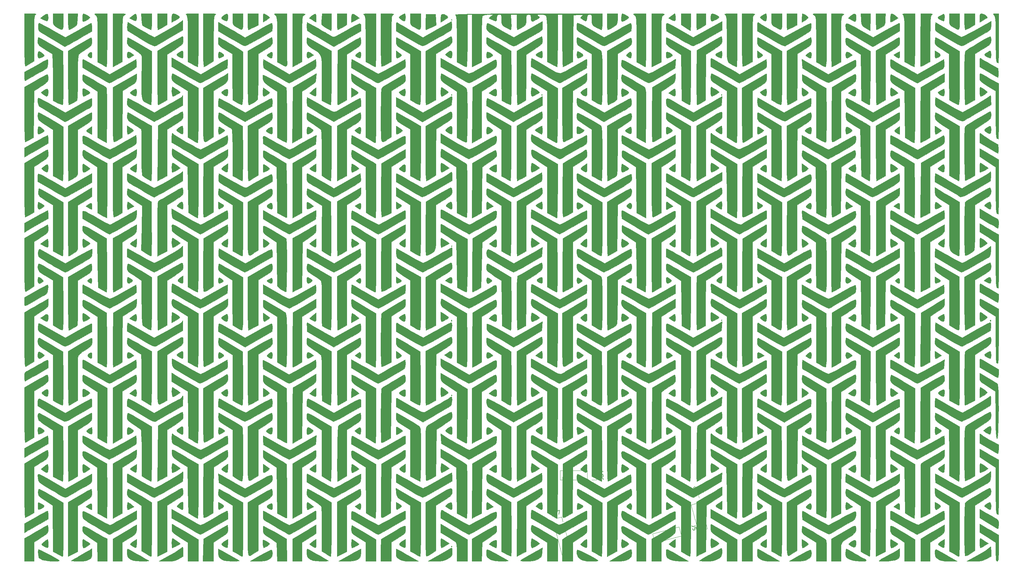
<source format=gbr>
G04 #@! TF.GenerationSoftware,KiCad,Pcbnew,(5.1.4)-1*
G04 #@! TF.CreationDate,2023-02-10T21:18:41-05:00*
G04 #@! TF.ProjectId,ThumbsUp,5468756d-6273-4557-902e-6b696361645f,rev?*
G04 #@! TF.SameCoordinates,Original*
G04 #@! TF.FileFunction,Legend,Top*
G04 #@! TF.FilePolarity,Positive*
%FSLAX46Y46*%
G04 Gerber Fmt 4.6, Leading zero omitted, Abs format (unit mm)*
G04 Created by KiCad (PCBNEW (5.1.4)-1) date 2023-02-10 21:18:41*
%MOMM*%
%LPD*%
G04 APERTURE LIST*
%ADD10C,0.120000*%
%ADD11C,0.010000*%
%ADD12C,0.150000*%
G04 APERTURE END LIST*
D10*
X191196705Y-466166094D02*
X191540935Y-467450775D01*
X191540935Y-467450775D02*
X190256253Y-467795004D01*
X189029528Y-468123705D02*
X181611217Y-470111435D01*
X180922759Y-467542072D02*
X181611217Y-470111435D01*
X188341069Y-465554342D02*
X180922759Y-467542072D01*
X188341069Y-465554342D02*
X189029528Y-468123705D01*
X165145921Y-451084972D02*
X165145921Y-452414972D01*
X165145921Y-452414972D02*
X163815921Y-452414972D01*
X162545921Y-452414972D02*
X154865921Y-452414972D01*
X154865921Y-449754972D02*
X154865921Y-452414972D01*
X162545921Y-449754972D02*
X154865921Y-449754972D01*
X162545921Y-449754972D02*
X162545921Y-452414972D01*
X154074700Y-463169942D02*
X155359381Y-462825712D01*
X155359381Y-462825712D02*
X155703610Y-464110394D01*
X156032311Y-465337119D02*
X158020041Y-472755430D01*
X155450678Y-473443888D02*
X158020041Y-472755430D01*
X153462948Y-466025578D02*
X155450678Y-473443888D01*
X153462948Y-466025578D02*
X156032311Y-465337119D01*
X192382196Y-456523222D02*
X193666877Y-456178992D01*
X193666877Y-456178992D02*
X194011106Y-457463674D01*
X194339807Y-458690399D02*
X196327537Y-466108710D01*
X193758174Y-466797168D02*
X196327537Y-466108710D01*
X191770444Y-459378858D02*
X193758174Y-466797168D01*
X191770444Y-459378858D02*
X194339807Y-458690399D01*
D11*
G36*
X124513158Y-322975789D02*
G01*
X124379474Y-323109473D01*
X124245790Y-322975789D01*
X124379474Y-322842105D01*
X124513158Y-322975789D01*
X124513158Y-322975789D01*
G37*
X124513158Y-322975789D02*
X124379474Y-323109473D01*
X124245790Y-322975789D01*
X124379474Y-322842105D01*
X124513158Y-322975789D01*
G36*
X262933010Y-321464160D02*
G01*
X263003611Y-322015187D01*
X263010000Y-322285087D01*
X262974119Y-323029296D01*
X262789119Y-323310217D01*
X262338965Y-323196416D01*
X261873684Y-322956545D01*
X261350354Y-322637648D01*
X261165105Y-322371070D01*
X261357414Y-322086546D01*
X261966762Y-321713812D01*
X262809474Y-321291035D01*
X262933010Y-321464160D01*
X262933010Y-321464160D01*
G37*
X262933010Y-321464160D02*
X263003611Y-322015187D01*
X263010000Y-322285087D01*
X262974119Y-323029296D01*
X262789119Y-323310217D01*
X262338965Y-323196416D01*
X261873684Y-322956545D01*
X261350354Y-322637648D01*
X261165105Y-322371070D01*
X261357414Y-322086546D01*
X261966762Y-321713812D01*
X262809474Y-321291035D01*
X262933010Y-321464160D01*
G36*
X212934434Y-321475226D02*
G01*
X213006824Y-322068068D01*
X213012105Y-322307368D01*
X212932098Y-323065429D01*
X212657598Y-323346844D01*
X212136884Y-323172841D01*
X211679258Y-322854446D01*
X211257852Y-322473629D01*
X211138484Y-322243510D01*
X211144521Y-322236997D01*
X211661870Y-321860723D01*
X212251543Y-321494509D01*
X212704800Y-321264008D01*
X212804228Y-321237895D01*
X212934434Y-321475226D01*
X212934434Y-321475226D01*
G37*
X212934434Y-321475226D02*
X213006824Y-322068068D01*
X213012105Y-322307368D01*
X212932098Y-323065429D01*
X212657598Y-323346844D01*
X212136884Y-323172841D01*
X211679258Y-322854446D01*
X211257852Y-322473629D01*
X211138484Y-322243510D01*
X211144521Y-322236997D01*
X211661870Y-321860723D01*
X212251543Y-321494509D01*
X212704800Y-321264008D01*
X212804228Y-321237895D01*
X212934434Y-321475226D01*
G36*
X198328829Y-321362603D02*
G01*
X198957115Y-321660034D01*
X199462476Y-322015144D01*
X199643684Y-322288598D01*
X199426444Y-322504767D01*
X198902963Y-322816722D01*
X198265599Y-323127011D01*
X197706711Y-323338180D01*
X197495666Y-323376842D01*
X197333913Y-323139623D01*
X197243951Y-322547028D01*
X197237369Y-322307368D01*
X197281404Y-321608940D01*
X197461484Y-321299966D01*
X197781512Y-321237895D01*
X198328829Y-321362603D01*
X198328829Y-321362603D01*
G37*
X198328829Y-321362603D02*
X198957115Y-321660034D01*
X199462476Y-322015144D01*
X199643684Y-322288598D01*
X199426444Y-322504767D01*
X198902963Y-322816722D01*
X198265599Y-323127011D01*
X197706711Y-323338180D01*
X197495666Y-323376842D01*
X197333913Y-323139623D01*
X197243951Y-322547028D01*
X197237369Y-322307368D01*
X197281404Y-321608940D01*
X197461484Y-321299966D01*
X197781512Y-321237895D01*
X198328829Y-321362603D01*
G36*
X187269801Y-321475675D02*
G01*
X187339636Y-322067952D01*
X187344737Y-322307368D01*
X187310735Y-323028192D01*
X187132259Y-323307381D01*
X186694603Y-323204862D01*
X186155366Y-322928747D01*
X185367048Y-322502062D01*
X186155366Y-321871306D01*
X186716862Y-321460573D01*
X187102152Y-321247503D01*
X187144211Y-321239223D01*
X187269801Y-321475675D01*
X187269801Y-321475675D01*
G37*
X187269801Y-321475675D02*
X187339636Y-322067952D01*
X187344737Y-322307368D01*
X187310735Y-323028192D01*
X187132259Y-323307381D01*
X186694603Y-323204862D01*
X186155366Y-322928747D01*
X185367048Y-322502062D01*
X186155366Y-321871306D01*
X186716862Y-321460573D01*
X187102152Y-321247503D01*
X187144211Y-321239223D01*
X187269801Y-321475675D01*
G36*
X111334434Y-321475226D02*
G01*
X111406824Y-322068068D01*
X111412105Y-322307368D01*
X111332098Y-323065429D01*
X111057598Y-323346844D01*
X110536884Y-323172841D01*
X110079258Y-322854446D01*
X109657852Y-322473629D01*
X109538484Y-322243510D01*
X109544521Y-322236997D01*
X110061870Y-321860723D01*
X110651543Y-321494509D01*
X111104800Y-321264008D01*
X111204228Y-321237895D01*
X111334434Y-321475226D01*
X111334434Y-321475226D01*
G37*
X111334434Y-321475226D02*
X111406824Y-322068068D01*
X111412105Y-322307368D01*
X111332098Y-323065429D01*
X111057598Y-323346844D01*
X110536884Y-323172841D01*
X110079258Y-322854446D01*
X109657852Y-322473629D01*
X109538484Y-322243510D01*
X109544521Y-322236997D01*
X110061870Y-321860723D01*
X110651543Y-321494509D01*
X111104800Y-321264008D01*
X111204228Y-321237895D01*
X111334434Y-321475226D01*
G36*
X61404161Y-321748609D02*
G01*
X61414211Y-322307368D01*
X61350843Y-323035672D01*
X61096267Y-323315812D01*
X60553770Y-323201543D01*
X60144211Y-323013244D01*
X59638309Y-322639867D01*
X59644133Y-322245544D01*
X60167056Y-321789823D01*
X60319148Y-321696594D01*
X60975204Y-321340684D01*
X61297377Y-321335992D01*
X61404161Y-321748609D01*
X61404161Y-321748609D01*
G37*
X61404161Y-321748609D02*
X61414211Y-322307368D01*
X61350843Y-323035672D01*
X61096267Y-323315812D01*
X60553770Y-323201543D01*
X60144211Y-323013244D01*
X59638309Y-322639867D01*
X59644133Y-322245544D01*
X60167056Y-321789823D01*
X60319148Y-321696594D01*
X60975204Y-321340684D01*
X61297377Y-321335992D01*
X61404161Y-321748609D01*
G36*
X35716697Y-321711043D02*
G01*
X35746842Y-322307368D01*
X35712799Y-323028368D01*
X35534184Y-323307462D01*
X35096270Y-323204685D01*
X34558431Y-322929250D01*
X33771073Y-322503068D01*
X34506499Y-321870481D01*
X35164344Y-321375800D01*
X35545661Y-321314876D01*
X35716697Y-321711043D01*
X35716697Y-321711043D01*
G37*
X35716697Y-321711043D02*
X35746842Y-322307368D01*
X35712799Y-323028368D01*
X35534184Y-323307462D01*
X35096270Y-323204685D01*
X34558431Y-322929250D01*
X33771073Y-322503068D01*
X34506499Y-321870481D01*
X35164344Y-321375800D01*
X35545661Y-321314876D01*
X35716697Y-321711043D01*
G36*
X10834625Y-321672245D02*
G01*
X10881579Y-322307368D01*
X10824204Y-323017636D01*
X10589756Y-323309215D01*
X10084749Y-323221773D01*
X9444833Y-322916992D01*
X8676507Y-322513865D01*
X9444833Y-321885495D01*
X10170371Y-321375130D01*
X10616014Y-321298872D01*
X10834625Y-321672245D01*
X10834625Y-321672245D01*
G37*
X10834625Y-321672245D02*
X10881579Y-322307368D01*
X10824204Y-323017636D01*
X10589756Y-323309215D01*
X10084749Y-323221773D01*
X9444833Y-322916992D01*
X8676507Y-322513865D01*
X9444833Y-321885495D01*
X10170371Y-321375130D01*
X10616014Y-321298872D01*
X10834625Y-321672245D01*
G36*
X273996529Y-321369176D02*
G01*
X274513440Y-321679745D01*
X274919885Y-322044693D01*
X275055405Y-322339109D01*
X275017659Y-322396261D01*
X274740790Y-322574735D01*
X274174085Y-322922484D01*
X273905263Y-323084850D01*
X272902632Y-323687823D01*
X272902632Y-322462859D01*
X272930984Y-321710229D01*
X273064143Y-321350372D01*
X273374260Y-321242320D01*
X273529614Y-321237895D01*
X273996529Y-321369176D01*
X273996529Y-321369176D01*
G37*
X273996529Y-321369176D02*
X274513440Y-321679745D01*
X274919885Y-322044693D01*
X275055405Y-322339109D01*
X275017659Y-322396261D01*
X274740790Y-322574735D01*
X274174085Y-322922484D01*
X273905263Y-323084850D01*
X272902632Y-323687823D01*
X272902632Y-322462859D01*
X272930984Y-321710229D01*
X273064143Y-321350372D01*
X273374260Y-321242320D01*
X273529614Y-321237895D01*
X273996529Y-321369176D01*
G36*
X248616369Y-321378008D02*
G01*
X249263016Y-321857840D01*
X249983746Y-322477785D01*
X248995274Y-323060998D01*
X248363663Y-323418863D01*
X247951843Y-323624680D01*
X247888401Y-323644210D01*
X247817761Y-323405019D01*
X247775411Y-322799901D01*
X247770000Y-322441052D01*
X247851249Y-321604838D01*
X248120580Y-321255487D01*
X248616369Y-321378008D01*
X248616369Y-321378008D01*
G37*
X248616369Y-321378008D02*
X249263016Y-321857840D01*
X249983746Y-322477785D01*
X248995274Y-323060998D01*
X248363663Y-323418863D01*
X247951843Y-323624680D01*
X247888401Y-323644210D01*
X247817761Y-323405019D01*
X247775411Y-322799901D01*
X247770000Y-322441052D01*
X247851249Y-321604838D01*
X248120580Y-321255487D01*
X248616369Y-321378008D01*
G36*
X238099551Y-321675648D02*
G01*
X238144737Y-322291589D01*
X238098605Y-322987500D01*
X237983878Y-323413135D01*
X237944211Y-323455856D01*
X237608529Y-323401517D01*
X237021363Y-323129589D01*
X236835624Y-323023127D01*
X235927564Y-322479827D01*
X236701940Y-321860189D01*
X237432209Y-321360400D01*
X237880613Y-321293664D01*
X238099551Y-321675648D01*
X238099551Y-321675648D01*
G37*
X238099551Y-321675648D02*
X238144737Y-322291589D01*
X238098605Y-322987500D01*
X237983878Y-323413135D01*
X237944211Y-323455856D01*
X237608529Y-323401517D01*
X237021363Y-323129589D01*
X236835624Y-323023127D01*
X235927564Y-322479827D01*
X236701940Y-321860189D01*
X237432209Y-321360400D01*
X237880613Y-321293664D01*
X238099551Y-321675648D01*
G36*
X223454805Y-321372967D02*
G01*
X223985715Y-321689965D01*
X224466361Y-322056561D01*
X224706366Y-322340424D01*
X224707466Y-322380235D01*
X224451824Y-322655623D01*
X223913190Y-323055801D01*
X223769115Y-323149437D01*
X222904737Y-323696722D01*
X222904737Y-322467308D01*
X222935759Y-321740491D01*
X223014415Y-321299280D01*
X223064010Y-321237895D01*
X223454805Y-321372967D01*
X223454805Y-321372967D01*
G37*
X223454805Y-321372967D02*
X223985715Y-321689965D01*
X224466361Y-322056561D01*
X224706366Y-322340424D01*
X224707466Y-322380235D01*
X224451824Y-322655623D01*
X223913190Y-323055801D01*
X223769115Y-323149437D01*
X222904737Y-323696722D01*
X222904737Y-322467308D01*
X222935759Y-321740491D01*
X223014415Y-321299280D01*
X223064010Y-321237895D01*
X223454805Y-321372967D01*
G36*
X172820717Y-321364023D02*
G01*
X173401477Y-321662483D01*
X173938914Y-322013392D01*
X174231973Y-322296864D01*
X174243684Y-322338605D01*
X174035824Y-322593143D01*
X173540220Y-322934095D01*
X172948835Y-323254471D01*
X172453634Y-323447282D01*
X172260776Y-323443758D01*
X172132306Y-323070076D01*
X172101847Y-322454026D01*
X172156245Y-321807524D01*
X172282346Y-321342487D01*
X172397695Y-321237895D01*
X172820717Y-321364023D01*
X172820717Y-321364023D01*
G37*
X172820717Y-321364023D02*
X173401477Y-321662483D01*
X173938914Y-322013392D01*
X174231973Y-322296864D01*
X174243684Y-322338605D01*
X174035824Y-322593143D01*
X173540220Y-322934095D01*
X172948835Y-323254471D01*
X172453634Y-323447282D01*
X172260776Y-323443758D01*
X172132306Y-323070076D01*
X172101847Y-322454026D01*
X172156245Y-321807524D01*
X172282346Y-321342487D01*
X172397695Y-321237895D01*
X172820717Y-321364023D01*
G36*
X122206329Y-321408962D02*
G01*
X122553909Y-321556996D01*
X123164844Y-321937333D01*
X123290762Y-322295770D01*
X122923132Y-322702359D01*
X122371972Y-323050615D01*
X121304737Y-323660177D01*
X121304737Y-322598499D01*
X121386535Y-321748639D01*
X121668687Y-321367450D01*
X122206329Y-321408962D01*
X122206329Y-321408962D01*
G37*
X122206329Y-321408962D02*
X122553909Y-321556996D01*
X123164844Y-321937333D01*
X123290762Y-322295770D01*
X122923132Y-322702359D01*
X122371972Y-323050615D01*
X121304737Y-323660177D01*
X121304737Y-322598499D01*
X121386535Y-321748639D01*
X121668687Y-321367450D01*
X122206329Y-321408962D01*
G36*
X96944023Y-321389762D02*
G01*
X97631779Y-321873646D01*
X98423032Y-322506741D01*
X97297569Y-323080910D01*
X96172105Y-323655078D01*
X96172105Y-322446486D01*
X96238212Y-321624863D01*
X96475855Y-321280338D01*
X96944023Y-321389762D01*
X96944023Y-321389762D01*
G37*
X96944023Y-321389762D02*
X97631779Y-321873646D01*
X98423032Y-322506741D01*
X97297569Y-323080910D01*
X96172105Y-323655078D01*
X96172105Y-322446486D01*
X96238212Y-321624863D01*
X96475855Y-321280338D01*
X96944023Y-321389762D01*
G36*
X86246816Y-321745870D02*
G01*
X86279474Y-322441052D01*
X86266234Y-323153315D01*
X86232727Y-323572832D01*
X86212632Y-323622060D01*
X85965569Y-323481720D01*
X85431687Y-323159050D01*
X85238043Y-323040052D01*
X84330297Y-322480194D01*
X85052426Y-321859044D01*
X85701595Y-321372213D01*
X86077231Y-321323820D01*
X86246816Y-321745870D01*
X86246816Y-321745870D01*
G37*
X86246816Y-321745870D02*
X86279474Y-322441052D01*
X86266234Y-323153315D01*
X86232727Y-323572832D01*
X86212632Y-323622060D01*
X85965569Y-323481720D01*
X85431687Y-323159050D01*
X85238043Y-323040052D01*
X84330297Y-322480194D01*
X85052426Y-321859044D01*
X85701595Y-321372213D01*
X86077231Y-321323820D01*
X86246816Y-321745870D01*
G36*
X71827625Y-321369269D02*
G01*
X72366051Y-321676850D01*
X72879451Y-322030823D01*
X73165878Y-322301373D01*
X73178421Y-322338605D01*
X72970015Y-322576567D01*
X72449649Y-322947353D01*
X72242632Y-323074047D01*
X71306842Y-323626176D01*
X71306842Y-322432035D01*
X71338725Y-321717395D01*
X71419323Y-321290799D01*
X71466116Y-321237895D01*
X71827625Y-321369269D01*
X71827625Y-321369269D01*
G37*
X71827625Y-321369269D02*
X72366051Y-321676850D01*
X72879451Y-322030823D01*
X73165878Y-322301373D01*
X73178421Y-322338605D01*
X72970015Y-322576567D01*
X72449649Y-322947353D01*
X72242632Y-323074047D01*
X71306842Y-323626176D01*
X71306842Y-322432035D01*
X71338725Y-321717395D01*
X71419323Y-321290799D01*
X71466116Y-321237895D01*
X71827625Y-321369269D01*
G36*
X46813303Y-321399271D02*
G01*
X47399332Y-321742140D01*
X47763953Y-322087080D01*
X47802084Y-322375276D01*
X47462234Y-322691946D01*
X46692911Y-323122306D01*
X46508421Y-323216608D01*
X45639474Y-323657942D01*
X45639474Y-322447918D01*
X45672339Y-321696192D01*
X45813476Y-321339324D01*
X46126696Y-321239289D01*
X46198881Y-321237895D01*
X46813303Y-321399271D01*
X46813303Y-321399271D01*
G37*
X46813303Y-321399271D02*
X47399332Y-321742140D01*
X47763953Y-322087080D01*
X47802084Y-322375276D01*
X47462234Y-322691946D01*
X46692911Y-323122306D01*
X46508421Y-323216608D01*
X45639474Y-323657942D01*
X45639474Y-322447918D01*
X45672339Y-321696192D01*
X45813476Y-321339324D01*
X46126696Y-321239289D01*
X46198881Y-321237895D01*
X46813303Y-321399271D01*
G36*
X21222823Y-321364023D02*
G01*
X21803582Y-321662483D01*
X22341020Y-322013392D01*
X22634078Y-322296864D01*
X22645790Y-322338605D01*
X22437929Y-322593143D01*
X21942325Y-322934095D01*
X21350940Y-323254471D01*
X20855740Y-323447282D01*
X20662881Y-323443758D01*
X20534411Y-323070076D01*
X20503952Y-322454026D01*
X20558350Y-321807524D01*
X20684451Y-321342487D01*
X20799800Y-321237895D01*
X21222823Y-321364023D01*
X21222823Y-321364023D01*
G37*
X21222823Y-321364023D02*
X21803582Y-321662483D01*
X22341020Y-322013392D01*
X22634078Y-322296864D01*
X22645790Y-322338605D01*
X22437929Y-322593143D01*
X21942325Y-322934095D01*
X21350940Y-323254471D01*
X20855740Y-323447282D01*
X20662881Y-323443758D01*
X20534411Y-323070076D01*
X20503952Y-322454026D01*
X20558350Y-321807524D01*
X20684451Y-321342487D01*
X20799800Y-321237895D01*
X21222823Y-321364023D01*
G36*
X271565790Y-324400598D02*
G01*
X270328956Y-325091878D01*
X269589792Y-325482055D01*
X269036073Y-325732718D01*
X268858429Y-325783158D01*
X268752827Y-325536314D01*
X268672060Y-324877603D01*
X268628750Y-323929753D01*
X268624737Y-323510526D01*
X268624737Y-321237895D01*
X271565790Y-321237895D01*
X271565790Y-324400598D01*
X271565790Y-324400598D01*
G37*
X271565790Y-324400598D02*
X270328956Y-325091878D01*
X269589792Y-325482055D01*
X269036073Y-325732718D01*
X268858429Y-325783158D01*
X268752827Y-325536314D01*
X268672060Y-324877603D01*
X268628750Y-323929753D01*
X268624737Y-323510526D01*
X268624737Y-321237895D01*
X271565790Y-321237895D01*
X271565790Y-324400598D01*
G36*
X267287895Y-323510526D02*
G01*
X267273111Y-324693972D01*
X267183720Y-325401028D01*
X266952165Y-325689994D01*
X266510887Y-325619172D01*
X265792328Y-325246862D01*
X265483158Y-325067960D01*
X264851060Y-324678291D01*
X264511710Y-324331299D01*
X264374042Y-323846996D01*
X264346992Y-323045396D01*
X264346842Y-322822073D01*
X264346842Y-321237895D01*
X267287895Y-321237895D01*
X267287895Y-323510526D01*
X267287895Y-323510526D01*
G37*
X267287895Y-323510526D02*
X267273111Y-324693972D01*
X267183720Y-325401028D01*
X266952165Y-325689994D01*
X266510887Y-325619172D01*
X265792328Y-325246862D01*
X265483158Y-325067960D01*
X264851060Y-324678291D01*
X264511710Y-324331299D01*
X264374042Y-323846996D01*
X264346992Y-323045396D01*
X264346842Y-322822073D01*
X264346842Y-321237895D01*
X267287895Y-321237895D01*
X267287895Y-323510526D01*
G36*
X246379074Y-322869512D02*
G01*
X246318648Y-323777384D01*
X246186433Y-324325859D01*
X245888315Y-324689809D01*
X245330179Y-325044109D01*
X245155981Y-325142144D01*
X244469051Y-325513980D01*
X243996260Y-325745294D01*
X243885981Y-325783158D01*
X243828810Y-325536270D01*
X243785086Y-324877451D01*
X243761643Y-323929462D01*
X243759474Y-323510526D01*
X243759474Y-321237895D01*
X246458674Y-321237895D01*
X246379074Y-322869512D01*
X246379074Y-322869512D01*
G37*
X246379074Y-322869512D02*
X246318648Y-323777384D01*
X246186433Y-324325859D01*
X245888315Y-324689809D01*
X245330179Y-325044109D01*
X245155981Y-325142144D01*
X244469051Y-325513980D01*
X243996260Y-325745294D01*
X243885981Y-325783158D01*
X243828810Y-325536270D01*
X243785086Y-324877451D01*
X243761643Y-323929462D01*
X243759474Y-323510526D01*
X243759474Y-321237895D01*
X246458674Y-321237895D01*
X246379074Y-322869512D01*
G36*
X221567895Y-324437307D02*
G01*
X220239941Y-325110233D01*
X219486700Y-325479965D01*
X218943507Y-325724384D01*
X218769415Y-325783158D01*
X218704983Y-325536275D01*
X218655707Y-324877468D01*
X218629288Y-323929495D01*
X218626842Y-323510526D01*
X218626842Y-321237895D01*
X221567895Y-321237895D01*
X221567895Y-324437307D01*
X221567895Y-324437307D01*
G37*
X221567895Y-324437307D02*
X220239941Y-325110233D01*
X219486700Y-325479965D01*
X218943507Y-325724384D01*
X218769415Y-325783158D01*
X218704983Y-325536275D01*
X218655707Y-324877468D01*
X218629288Y-323929495D01*
X218626842Y-323510526D01*
X218626842Y-321237895D01*
X221567895Y-321237895D01*
X221567895Y-324437307D01*
G36*
X217290000Y-323510526D02*
G01*
X217275216Y-324693972D01*
X217185825Y-325401028D01*
X216954270Y-325689994D01*
X216512992Y-325619172D01*
X215794433Y-325246862D01*
X215485263Y-325067960D01*
X214853165Y-324678291D01*
X214513815Y-324331299D01*
X214376148Y-323846996D01*
X214349097Y-323045396D01*
X214348947Y-322822073D01*
X214348947Y-321237895D01*
X217290000Y-321237895D01*
X217290000Y-323510526D01*
X217290000Y-323510526D01*
G37*
X217290000Y-323510526D02*
X217275216Y-324693972D01*
X217185825Y-325401028D01*
X216954270Y-325689994D01*
X216512992Y-325619172D01*
X215794433Y-325246862D01*
X215485263Y-325067960D01*
X214853165Y-324678291D01*
X214513815Y-324331299D01*
X214376148Y-323846996D01*
X214349097Y-323045396D01*
X214348947Y-322822073D01*
X214348947Y-321237895D01*
X217290000Y-321237895D01*
X217290000Y-323510526D01*
G36*
X195900526Y-324395504D02*
G01*
X194716600Y-325089331D01*
X194014874Y-325484506D01*
X193515991Y-325735783D01*
X193379758Y-325783158D01*
X193310653Y-325536279D01*
X193257802Y-324877480D01*
X193229465Y-323929518D01*
X193226842Y-323510526D01*
X193226842Y-321237895D01*
X195900526Y-321237895D01*
X195900526Y-324395504D01*
X195900526Y-324395504D01*
G37*
X195900526Y-324395504D02*
X194716600Y-325089331D01*
X194014874Y-325484506D01*
X193515991Y-325735783D01*
X193379758Y-325783158D01*
X193310653Y-325536279D01*
X193257802Y-324877480D01*
X193229465Y-323929518D01*
X193226842Y-323510526D01*
X193226842Y-321237895D01*
X195900526Y-321237895D01*
X195900526Y-324395504D01*
G36*
X171035263Y-322666982D02*
G01*
X170963091Y-323696703D01*
X170726309Y-324328301D01*
X170567369Y-324506319D01*
X170075687Y-324859619D01*
X169400326Y-325261438D01*
X168738362Y-325603602D01*
X168286874Y-325777935D01*
X168241172Y-325783158D01*
X168174757Y-325536277D01*
X168123964Y-324877473D01*
X168096731Y-323929504D01*
X168094211Y-323510526D01*
X168094211Y-321237895D01*
X171035263Y-321237895D01*
X171035263Y-322666982D01*
X171035263Y-322666982D01*
G37*
X171035263Y-322666982D02*
X170963091Y-323696703D01*
X170726309Y-324328301D01*
X170567369Y-324506319D01*
X170075687Y-324859619D01*
X169400326Y-325261438D01*
X168738362Y-325603602D01*
X168286874Y-325777935D01*
X168241172Y-325783158D01*
X168174757Y-325536277D01*
X168123964Y-324877473D01*
X168096731Y-323929504D01*
X168094211Y-323510526D01*
X168094211Y-321237895D01*
X171035263Y-321237895D01*
X171035263Y-322666982D01*
G36*
X119914064Y-322897850D02*
G01*
X119993918Y-324424120D01*
X118652953Y-325103639D01*
X117893670Y-325475630D01*
X117341601Y-325722447D01*
X117158602Y-325783158D01*
X117097053Y-325536862D01*
X117066829Y-324880900D01*
X117072200Y-323939655D01*
X117082871Y-323577368D01*
X117160526Y-321371579D01*
X119834211Y-321371579D01*
X119914064Y-322897850D01*
X119914064Y-322897850D01*
G37*
X119914064Y-322897850D02*
X119993918Y-324424120D01*
X118652953Y-325103639D01*
X117893670Y-325475630D01*
X117341601Y-325722447D01*
X117158602Y-325783158D01*
X117097053Y-325536862D01*
X117066829Y-324880900D01*
X117072200Y-323939655D01*
X117082871Y-323577368D01*
X117160526Y-321371579D01*
X119834211Y-321371579D01*
X119914064Y-322897850D01*
G36*
X115690000Y-323510526D02*
G01*
X115675216Y-324693972D01*
X115585825Y-325401028D01*
X115354270Y-325689994D01*
X114912992Y-325619172D01*
X114194433Y-325246862D01*
X113885263Y-325067960D01*
X113253165Y-324678291D01*
X112913815Y-324331299D01*
X112776148Y-323846996D01*
X112749097Y-323045396D01*
X112748947Y-322822073D01*
X112748947Y-321237895D01*
X115690000Y-321237895D01*
X115690000Y-323510526D01*
X115690000Y-323510526D01*
G37*
X115690000Y-323510526D02*
X115675216Y-324693972D01*
X115585825Y-325401028D01*
X115354270Y-325689994D01*
X114912992Y-325619172D01*
X114194433Y-325246862D01*
X113885263Y-325067960D01*
X113253165Y-324678291D01*
X112913815Y-324331299D01*
X112776148Y-323846996D01*
X112749097Y-323045396D01*
X112748947Y-322822073D01*
X112748947Y-321237895D01*
X115690000Y-321237895D01*
X115690000Y-323510526D01*
G36*
X94835263Y-324395504D02*
G01*
X93651337Y-325089331D01*
X92949611Y-325484506D01*
X92450728Y-325735783D01*
X92314495Y-325783158D01*
X92245390Y-325536279D01*
X92192539Y-324877480D01*
X92164202Y-323929518D01*
X92161579Y-323510526D01*
X92161579Y-321237895D01*
X94835263Y-321237895D01*
X94835263Y-324395504D01*
X94835263Y-324395504D01*
G37*
X94835263Y-324395504D02*
X93651337Y-325089331D01*
X92949611Y-325484506D01*
X92450728Y-325735783D01*
X92314495Y-325783158D01*
X92245390Y-325536279D01*
X92192539Y-324877480D01*
X92164202Y-323929518D01*
X92161579Y-323510526D01*
X92161579Y-321237895D01*
X94835263Y-321237895D01*
X94835263Y-324395504D01*
G36*
X69970000Y-324437307D02*
G01*
X68642046Y-325110233D01*
X67888806Y-325479965D01*
X67345612Y-325724384D01*
X67171520Y-325783158D01*
X67107089Y-325536275D01*
X67057812Y-324877468D01*
X67031393Y-323929495D01*
X67028947Y-323510526D01*
X67028947Y-321237895D01*
X69970000Y-321237895D01*
X69970000Y-324437307D01*
X69970000Y-324437307D01*
G37*
X69970000Y-324437307D02*
X68642046Y-325110233D01*
X67888806Y-325479965D01*
X67345612Y-325724384D01*
X67171520Y-325783158D01*
X67107089Y-325536275D01*
X67057812Y-324877468D01*
X67031393Y-323929495D01*
X67028947Y-323510526D01*
X67028947Y-321237895D01*
X69970000Y-321237895D01*
X69970000Y-324437307D01*
G36*
X65692105Y-323510526D02*
G01*
X65677321Y-324693972D01*
X65587931Y-325401028D01*
X65356375Y-325689994D01*
X64915097Y-325619172D01*
X64196538Y-325246862D01*
X63887369Y-325067960D01*
X63255270Y-324678291D01*
X62915920Y-324331299D01*
X62778253Y-323846996D01*
X62751203Y-323045396D01*
X62751053Y-322822073D01*
X62751053Y-321237895D01*
X65692105Y-321237895D01*
X65692105Y-323510526D01*
X65692105Y-323510526D01*
G37*
X65692105Y-323510526D02*
X65677321Y-324693972D01*
X65587931Y-325401028D01*
X65356375Y-325689994D01*
X64915097Y-325619172D01*
X64196538Y-325246862D01*
X63887369Y-325067960D01*
X63255270Y-324678291D01*
X62915920Y-324331299D01*
X62778253Y-323846996D01*
X62751203Y-323045396D01*
X62751053Y-322822073D01*
X62751053Y-321237895D01*
X65692105Y-321237895D01*
X65692105Y-323510526D01*
G36*
X44302632Y-324400598D02*
G01*
X43065798Y-325091878D01*
X42355963Y-325478962D01*
X41862794Y-325729825D01*
X41728956Y-325783158D01*
X41683759Y-325536263D01*
X41649194Y-324877427D01*
X41630662Y-323929417D01*
X41628947Y-323510526D01*
X41628947Y-321237895D01*
X44302632Y-321237895D01*
X44302632Y-324400598D01*
X44302632Y-324400598D01*
G37*
X44302632Y-324400598D02*
X43065798Y-325091878D01*
X42355963Y-325478962D01*
X41862794Y-325729825D01*
X41728956Y-325783158D01*
X41683759Y-325536263D01*
X41649194Y-324877427D01*
X41630662Y-323929417D01*
X41628947Y-323510526D01*
X41628947Y-321237895D01*
X44302632Y-321237895D01*
X44302632Y-324400598D01*
G36*
X40024737Y-323510526D02*
G01*
X40002979Y-324535714D01*
X39944914Y-325317562D01*
X39861352Y-325734177D01*
X39824211Y-325771341D01*
X39483725Y-325650133D01*
X38859740Y-325358356D01*
X38554211Y-325203047D01*
X37889700Y-324849789D01*
X37457198Y-324605830D01*
X37384283Y-324557392D01*
X37314757Y-324264638D01*
X37235637Y-323594132D01*
X37175733Y-322853055D01*
X37067637Y-321237895D01*
X40024737Y-321237895D01*
X40024737Y-323510526D01*
X40024737Y-323510526D01*
G37*
X40024737Y-323510526D02*
X40002979Y-324535714D01*
X39944914Y-325317562D01*
X39861352Y-325734177D01*
X39824211Y-325771341D01*
X39483725Y-325650133D01*
X38859740Y-325358356D01*
X38554211Y-325203047D01*
X37889700Y-324849789D01*
X37457198Y-324605830D01*
X37384283Y-324557392D01*
X37314757Y-324264638D01*
X37235637Y-323594132D01*
X37175733Y-322853055D01*
X37067637Y-321237895D01*
X40024737Y-321237895D01*
X40024737Y-323510526D01*
G36*
X19115916Y-322901682D02*
G01*
X19055637Y-323821968D01*
X18928211Y-324378108D01*
X18647391Y-324740350D01*
X18126929Y-325078944D01*
X17966842Y-325169916D01*
X17285311Y-325533206D01*
X16801695Y-325751206D01*
X16696842Y-325778759D01*
X16606242Y-325533988D01*
X16536943Y-324877009D01*
X16499769Y-323930247D01*
X16496316Y-323510526D01*
X16496316Y-321237895D01*
X19195516Y-321237895D01*
X19115916Y-322901682D01*
X19115916Y-322901682D01*
G37*
X19115916Y-322901682D02*
X19055637Y-323821968D01*
X18928211Y-324378108D01*
X18647391Y-324740350D01*
X18126929Y-325078944D01*
X17966842Y-325169916D01*
X17285311Y-325533206D01*
X16801695Y-325751206D01*
X16696842Y-325778759D01*
X16606242Y-325533988D01*
X16536943Y-324877009D01*
X16499769Y-323930247D01*
X16496316Y-323510526D01*
X16496316Y-321237895D01*
X19195516Y-321237895D01*
X19115916Y-322901682D01*
G36*
X15159474Y-323510526D02*
G01*
X15142228Y-324705614D01*
X15047484Y-325422832D01*
X14810730Y-325718893D01*
X14367458Y-325650506D01*
X13653155Y-325274381D01*
X13354737Y-325097053D01*
X12723217Y-324696619D01*
X12383837Y-324342824D01*
X12245867Y-323854413D01*
X12218581Y-323050133D01*
X12218421Y-322826951D01*
X12218421Y-321237895D01*
X15159474Y-321237895D01*
X15159474Y-323510526D01*
X15159474Y-323510526D01*
G37*
X15159474Y-323510526D02*
X15142228Y-324705614D01*
X15047484Y-325422832D01*
X14810730Y-325718893D01*
X14367458Y-325650506D01*
X13653155Y-325274381D01*
X13354737Y-325097053D01*
X12723217Y-324696619D01*
X12383837Y-324342824D01*
X12245867Y-323854413D01*
X12218581Y-323050133D01*
X12218421Y-322826951D01*
X12218421Y-321237895D01*
X15159474Y-321237895D01*
X15159474Y-323510526D01*
G36*
X242155263Y-323644210D02*
G01*
X242148402Y-324700876D01*
X242130020Y-325516353D01*
X242103423Y-325972712D01*
X242088421Y-326029510D01*
X241842507Y-325891160D01*
X241283320Y-325558707D01*
X240818421Y-325277901D01*
X240158737Y-324855906D01*
X239791835Y-324488404D01*
X239621337Y-323996181D01*
X239550866Y-323200020D01*
X239535663Y-322892602D01*
X239456063Y-321237895D01*
X242155263Y-321237895D01*
X242155263Y-323644210D01*
X242155263Y-323644210D01*
G37*
X242155263Y-323644210D02*
X242148402Y-324700876D01*
X242130020Y-325516353D01*
X242103423Y-325972712D01*
X242088421Y-326029510D01*
X241842507Y-325891160D01*
X241283320Y-325558707D01*
X240818421Y-325277901D01*
X240158737Y-324855906D01*
X239791835Y-324488404D01*
X239621337Y-323996181D01*
X239550866Y-323200020D01*
X239535663Y-322892602D01*
X239456063Y-321237895D01*
X242155263Y-321237895D01*
X242155263Y-323644210D01*
G36*
X191622632Y-323644210D02*
G01*
X191615769Y-324701230D01*
X191597383Y-325517410D01*
X191570781Y-325974663D01*
X191555790Y-326031922D01*
X191312955Y-325890766D01*
X190755628Y-325545666D01*
X190218947Y-325207209D01*
X188948947Y-324401101D01*
X188948947Y-321237895D01*
X191622632Y-321237895D01*
X191622632Y-323644210D01*
X191622632Y-323644210D01*
G37*
X191622632Y-323644210D02*
X191615769Y-324701230D01*
X191597383Y-325517410D01*
X191570781Y-325974663D01*
X191555790Y-326031922D01*
X191312955Y-325890766D01*
X190755628Y-325545666D01*
X190218947Y-325207209D01*
X188948947Y-324401101D01*
X188948947Y-321237895D01*
X191622632Y-321237895D01*
X191622632Y-323644210D01*
G36*
X90557369Y-323644210D02*
G01*
X90550513Y-324699290D01*
X90532148Y-325511618D01*
X90505572Y-325963974D01*
X90490526Y-326018691D01*
X90239857Y-325882423D01*
X89665841Y-325565592D01*
X89156920Y-325283428D01*
X88430289Y-324843360D01*
X87924599Y-324468640D01*
X87786304Y-324310097D01*
X87751302Y-323906860D01*
X87775120Y-323169639D01*
X87817086Y-322639044D01*
X87951718Y-321237895D01*
X90557369Y-321237895D01*
X90557369Y-323644210D01*
X90557369Y-323644210D01*
G37*
X90557369Y-323644210D02*
X90550513Y-324699290D01*
X90532148Y-325511618D01*
X90505572Y-325963974D01*
X90490526Y-326018691D01*
X90239857Y-325882423D01*
X89665841Y-325565592D01*
X89156920Y-325283428D01*
X88430289Y-324843360D01*
X87924599Y-324468640D01*
X87786304Y-324310097D01*
X87751302Y-323906860D01*
X87775120Y-323169639D01*
X87817086Y-322639044D01*
X87951718Y-321237895D01*
X90557369Y-321237895D01*
X90557369Y-323644210D01*
G36*
X276111053Y-324535235D02*
G01*
X276089327Y-325191613D01*
X275955517Y-325634197D01*
X275606674Y-326006154D01*
X274939848Y-326450650D01*
X274573684Y-326673180D01*
X272715163Y-327780393D01*
X271082493Y-328722095D01*
X269725160Y-329471391D01*
X268692648Y-330001389D01*
X268034442Y-330285196D01*
X267851107Y-330326618D01*
X267476595Y-330194073D01*
X266741351Y-329831206D01*
X265739949Y-329288119D01*
X264566967Y-328614913D01*
X264123242Y-328351754D01*
X262923377Y-327626978D01*
X261880735Y-326983991D01*
X261085551Y-326479434D01*
X260628056Y-326169946D01*
X260563462Y-326117251D01*
X260416627Y-325703064D01*
X260374484Y-324995717D01*
X260386010Y-324773282D01*
X260470000Y-323690755D01*
X263945790Y-325695927D01*
X265182141Y-326406464D01*
X266262674Y-327022358D01*
X267098816Y-327493515D01*
X267601996Y-327769840D01*
X267697672Y-327817905D01*
X268035098Y-327734945D01*
X268771155Y-327406543D01*
X269846736Y-326863704D01*
X271202738Y-326137433D01*
X272780056Y-325258736D01*
X274519586Y-324258617D01*
X274841053Y-324070622D01*
X276111053Y-323326030D01*
X276111053Y-324535235D01*
X276111053Y-324535235D01*
G37*
X276111053Y-324535235D02*
X276089327Y-325191613D01*
X275955517Y-325634197D01*
X275606674Y-326006154D01*
X274939848Y-326450650D01*
X274573684Y-326673180D01*
X272715163Y-327780393D01*
X271082493Y-328722095D01*
X269725160Y-329471391D01*
X268692648Y-330001389D01*
X268034442Y-330285196D01*
X267851107Y-330326618D01*
X267476595Y-330194073D01*
X266741351Y-329831206D01*
X265739949Y-329288119D01*
X264566967Y-328614913D01*
X264123242Y-328351754D01*
X262923377Y-327626978D01*
X261880735Y-326983991D01*
X261085551Y-326479434D01*
X260628056Y-326169946D01*
X260563462Y-326117251D01*
X260416627Y-325703064D01*
X260374484Y-324995717D01*
X260386010Y-324773282D01*
X260470000Y-323690755D01*
X263945790Y-325695927D01*
X265182141Y-326406464D01*
X266262674Y-327022358D01*
X267098816Y-327493515D01*
X267601996Y-327769840D01*
X267697672Y-327817905D01*
X268035098Y-327734945D01*
X268771155Y-327406543D01*
X269846736Y-326863704D01*
X271202738Y-326137433D01*
X272780056Y-325258736D01*
X274519586Y-324258617D01*
X274841053Y-324070622D01*
X276111053Y-323326030D01*
X276111053Y-324535235D01*
G36*
X200434064Y-324669415D02*
G01*
X200422339Y-325916842D01*
X196587898Y-328122631D01*
X195271489Y-328862021D01*
X194087742Y-329493525D01*
X193125662Y-329972245D01*
X192474254Y-330253276D01*
X192254886Y-330308577D01*
X191858437Y-330169554D01*
X191100053Y-329800027D01*
X190073481Y-329249306D01*
X188872468Y-328566704D01*
X188280526Y-328218003D01*
X184804737Y-326147272D01*
X184722522Y-325029426D01*
X184733969Y-324244785D01*
X184908687Y-323918186D01*
X184951412Y-323911579D01*
X185281849Y-324037979D01*
X185986327Y-324386321D01*
X186976290Y-324910314D01*
X188163185Y-325563668D01*
X188811762Y-325929481D01*
X192361006Y-327947383D01*
X200445790Y-323421989D01*
X200434064Y-324669415D01*
X200434064Y-324669415D01*
G37*
X200434064Y-324669415D02*
X200422339Y-325916842D01*
X196587898Y-328122631D01*
X195271489Y-328862021D01*
X194087742Y-329493525D01*
X193125662Y-329972245D01*
X192474254Y-330253276D01*
X192254886Y-330308577D01*
X191858437Y-330169554D01*
X191100053Y-329800027D01*
X190073481Y-329249306D01*
X188872468Y-328566704D01*
X188280526Y-328218003D01*
X184804737Y-326147272D01*
X184722522Y-325029426D01*
X184733969Y-324244785D01*
X184908687Y-323918186D01*
X184951412Y-323911579D01*
X185281849Y-324037979D01*
X185986327Y-324386321D01*
X186976290Y-324910314D01*
X188163185Y-325563668D01*
X188811762Y-325929481D01*
X192361006Y-327947383D01*
X200445790Y-323421989D01*
X200434064Y-324669415D01*
G36*
X160027042Y-323907949D02*
G01*
X160692873Y-324222763D01*
X161653665Y-324724131D01*
X162826649Y-325369432D01*
X163622439Y-325822117D01*
X167305404Y-327942742D01*
X168702439Y-327174784D01*
X169596070Y-326678990D01*
X170746263Y-326034592D01*
X171945215Y-325358145D01*
X172295989Y-325159202D01*
X173275347Y-324617033D01*
X174086994Y-324193876D01*
X174614938Y-323948921D01*
X174740930Y-323911579D01*
X174884802Y-324149146D01*
X174952184Y-324746315D01*
X174950730Y-325040595D01*
X174912105Y-326169612D01*
X171302632Y-328244604D01*
X170032666Y-328960630D01*
X168905060Y-329570133D01*
X168009686Y-330026546D01*
X167436417Y-330283304D01*
X167292105Y-330322546D01*
X166884294Y-330194700D01*
X166160249Y-329852820D01*
X165258683Y-329363887D01*
X165019474Y-329225154D01*
X163292658Y-328211411D01*
X161970391Y-327431734D01*
X160999054Y-326844460D01*
X160325030Y-326407926D01*
X159894701Y-326080467D01*
X159654448Y-325820421D01*
X159550653Y-325586125D01*
X159529699Y-325335914D01*
X159537966Y-325028125D01*
X159538421Y-324966156D01*
X159585976Y-324277885D01*
X159703790Y-323859350D01*
X159738947Y-323822315D01*
X160027042Y-323907949D01*
X160027042Y-323907949D01*
G37*
X160027042Y-323907949D02*
X160692873Y-324222763D01*
X161653665Y-324724131D01*
X162826649Y-325369432D01*
X163622439Y-325822117D01*
X167305404Y-327942742D01*
X168702439Y-327174784D01*
X169596070Y-326678990D01*
X170746263Y-326034592D01*
X171945215Y-325358145D01*
X172295989Y-325159202D01*
X173275347Y-324617033D01*
X174086994Y-324193876D01*
X174614938Y-323948921D01*
X174740930Y-323911579D01*
X174884802Y-324149146D01*
X174952184Y-324746315D01*
X174950730Y-325040595D01*
X174912105Y-326169612D01*
X171302632Y-328244604D01*
X170032666Y-328960630D01*
X168905060Y-329570133D01*
X168009686Y-330026546D01*
X167436417Y-330283304D01*
X167292105Y-330322546D01*
X166884294Y-330194700D01*
X166160249Y-329852820D01*
X165258683Y-329363887D01*
X165019474Y-329225154D01*
X163292658Y-328211411D01*
X161970391Y-327431734D01*
X160999054Y-326844460D01*
X160325030Y-326407926D01*
X159894701Y-326080467D01*
X159654448Y-325820421D01*
X159550653Y-325586125D01*
X159529699Y-325335914D01*
X159537966Y-325028125D01*
X159538421Y-324966156D01*
X159585976Y-324277885D01*
X159703790Y-323859350D01*
X159738947Y-323822315D01*
X160027042Y-323907949D01*
G36*
X124464926Y-324525636D02*
G01*
X124463844Y-325314960D01*
X124261037Y-325791350D01*
X123960304Y-326049939D01*
X123223023Y-326522588D01*
X122229262Y-327119676D01*
X121076148Y-327787447D01*
X119860809Y-328472147D01*
X118680371Y-329120022D01*
X117631962Y-329677316D01*
X116812710Y-330090275D01*
X116319741Y-330305143D01*
X116238259Y-330323674D01*
X115872243Y-330192173D01*
X115138764Y-329832972D01*
X114128703Y-329293804D01*
X112932942Y-328622402D01*
X112293036Y-328251568D01*
X108762388Y-326184210D01*
X108750404Y-324898431D01*
X108780266Y-324179105D01*
X108869731Y-323766319D01*
X108938947Y-323723909D01*
X109229374Y-323890613D01*
X109896841Y-324276283D01*
X110855899Y-324831472D01*
X112021098Y-325506730D01*
X112662405Y-325878636D01*
X113889894Y-326586486D01*
X114946624Y-327187993D01*
X115749996Y-327636760D01*
X116217415Y-327886394D01*
X116300387Y-327922105D01*
X116559143Y-327796676D01*
X117204270Y-327449059D01*
X118157794Y-326922256D01*
X119341742Y-326259270D01*
X120397456Y-325662538D01*
X124379474Y-323402972D01*
X124464926Y-324525636D01*
X124464926Y-324525636D01*
G37*
X124464926Y-324525636D02*
X124463844Y-325314960D01*
X124261037Y-325791350D01*
X123960304Y-326049939D01*
X123223023Y-326522588D01*
X122229262Y-327119676D01*
X121076148Y-327787447D01*
X119860809Y-328472147D01*
X118680371Y-329120022D01*
X117631962Y-329677316D01*
X116812710Y-330090275D01*
X116319741Y-330305143D01*
X116238259Y-330323674D01*
X115872243Y-330192173D01*
X115138764Y-329832972D01*
X114128703Y-329293804D01*
X112932942Y-328622402D01*
X112293036Y-328251568D01*
X108762388Y-326184210D01*
X108750404Y-324898431D01*
X108780266Y-324179105D01*
X108869731Y-323766319D01*
X108938947Y-323723909D01*
X109229374Y-323890613D01*
X109896841Y-324276283D01*
X110855899Y-324831472D01*
X112021098Y-325506730D01*
X112662405Y-325878636D01*
X113889894Y-326586486D01*
X114946624Y-327187993D01*
X115749996Y-327636760D01*
X116217415Y-327886394D01*
X116300387Y-327922105D01*
X116559143Y-327796676D01*
X117204270Y-327449059D01*
X118157794Y-326922256D01*
X119341742Y-326259270D01*
X120397456Y-325662538D01*
X124379474Y-323402972D01*
X124464926Y-324525636D01*
G36*
X59609474Y-324130735D02*
G01*
X60423873Y-324613066D01*
X61347844Y-325140787D01*
X61547895Y-325252152D01*
X62321902Y-325687252D01*
X63342278Y-326270242D01*
X64394212Y-326878355D01*
X64440400Y-326905247D01*
X66263432Y-327967062D01*
X69891483Y-325939320D01*
X71154972Y-325241581D01*
X72259434Y-324647554D01*
X73118772Y-324202306D01*
X73646890Y-323950901D01*
X73765403Y-323911579D01*
X73898306Y-324148310D01*
X73942010Y-324743704D01*
X73929057Y-325041990D01*
X73846842Y-326172401D01*
X70237369Y-328245999D01*
X68967340Y-328961423D01*
X67839690Y-329570108D01*
X66944306Y-330025569D01*
X66371074Y-330281320D01*
X66226842Y-330320023D01*
X65865771Y-330190465D01*
X65136691Y-329833158D01*
X64130034Y-329295627D01*
X62936232Y-328625395D01*
X62292223Y-328252331D01*
X58758655Y-326184210D01*
X58749591Y-324892404D01*
X58740526Y-323600597D01*
X59609474Y-324130735D01*
X59609474Y-324130735D01*
G37*
X59609474Y-324130735D02*
X60423873Y-324613066D01*
X61347844Y-325140787D01*
X61547895Y-325252152D01*
X62321902Y-325687252D01*
X63342278Y-326270242D01*
X64394212Y-326878355D01*
X64440400Y-326905247D01*
X66263432Y-327967062D01*
X69891483Y-325939320D01*
X71154972Y-325241581D01*
X72259434Y-324647554D01*
X73118772Y-324202306D01*
X73646890Y-323950901D01*
X73765403Y-323911579D01*
X73898306Y-324148310D01*
X73942010Y-324743704D01*
X73929057Y-325041990D01*
X73846842Y-326172401D01*
X70237369Y-328245999D01*
X68967340Y-328961423D01*
X67839690Y-329570108D01*
X66944306Y-330025569D01*
X66371074Y-330281320D01*
X66226842Y-330320023D01*
X65865771Y-330190465D01*
X65136691Y-329833158D01*
X64130034Y-329295627D01*
X62936232Y-328625395D01*
X62292223Y-328252331D01*
X58758655Y-326184210D01*
X58749591Y-324892404D01*
X58740526Y-323600597D01*
X59609474Y-324130735D01*
G36*
X250384874Y-324149899D02*
G01*
X250436833Y-324749189D01*
X250441570Y-325047895D01*
X250439455Y-326184210D01*
X247433675Y-327911219D01*
X246220396Y-328608319D01*
X245104802Y-329249283D01*
X244206578Y-329765347D01*
X243645407Y-330087749D01*
X243625790Y-330099019D01*
X242823684Y-330559810D01*
X239080526Y-328353740D01*
X237681787Y-327523092D01*
X236679213Y-326903602D01*
X236004957Y-326440652D01*
X235591170Y-326079626D01*
X235370006Y-325765908D01*
X235273617Y-325444879D01*
X235251688Y-325271540D01*
X235209474Y-324643991D01*
X235266638Y-324236841D01*
X235483266Y-324058470D01*
X235919444Y-324117255D01*
X236635257Y-324421574D01*
X237690792Y-324979806D01*
X239146133Y-325800330D01*
X239179240Y-325819193D01*
X242920701Y-327951202D01*
X246532162Y-325931390D01*
X247784033Y-325236395D01*
X248867392Y-324644701D01*
X249698647Y-324201193D01*
X250194206Y-323950760D01*
X250293653Y-323911579D01*
X250384874Y-324149899D01*
X250384874Y-324149899D01*
G37*
X250384874Y-324149899D02*
X250436833Y-324749189D01*
X250441570Y-325047895D01*
X250439455Y-326184210D01*
X247433675Y-327911219D01*
X246220396Y-328608319D01*
X245104802Y-329249283D01*
X244206578Y-329765347D01*
X243645407Y-330087749D01*
X243625790Y-330099019D01*
X242823684Y-330559810D01*
X239080526Y-328353740D01*
X237681787Y-327523092D01*
X236679213Y-326903602D01*
X236004957Y-326440652D01*
X235591170Y-326079626D01*
X235370006Y-325765908D01*
X235273617Y-325444879D01*
X235251688Y-325271540D01*
X235209474Y-324643991D01*
X235266638Y-324236841D01*
X235483266Y-324058470D01*
X235919444Y-324117255D01*
X236635257Y-324421574D01*
X237690792Y-324979806D01*
X239146133Y-325800330D01*
X239179240Y-325819193D01*
X242920701Y-327951202D01*
X246532162Y-325931390D01*
X247784033Y-325236395D01*
X248867392Y-324644701D01*
X249698647Y-324201193D01*
X250194206Y-323950760D01*
X250293653Y-323911579D01*
X250384874Y-324149899D01*
G36*
X210829244Y-323896528D02*
G01*
X211497210Y-324283267D01*
X212457771Y-324839467D01*
X213625853Y-325515868D01*
X214294725Y-325903206D01*
X217849976Y-327962044D01*
X221379988Y-326003653D01*
X222638215Y-325312286D01*
X223746677Y-324715714D01*
X224614195Y-324262056D01*
X225149590Y-323999431D01*
X225260697Y-323955641D01*
X225481675Y-324051421D01*
X225548650Y-324546834D01*
X225528065Y-325004933D01*
X225466291Y-325565834D01*
X225315987Y-325976303D01*
X224982339Y-326341795D01*
X224370532Y-326767768D01*
X223439474Y-327327962D01*
X222285713Y-328001930D01*
X221086932Y-328690456D01*
X220078320Y-329258616D01*
X219963684Y-329321971D01*
X219143333Y-329784000D01*
X218497339Y-330166337D01*
X218206860Y-330356801D01*
X217871330Y-330310765D01*
X217138950Y-330002677D01*
X216063366Y-329458573D01*
X214698227Y-328704489D01*
X214139936Y-328382974D01*
X210359312Y-326184210D01*
X210348866Y-324898431D01*
X210379589Y-324180163D01*
X210469552Y-323769466D01*
X210538947Y-323728510D01*
X210829244Y-323896528D01*
X210829244Y-323896528D01*
G37*
X210829244Y-323896528D02*
X211497210Y-324283267D01*
X212457771Y-324839467D01*
X213625853Y-325515868D01*
X214294725Y-325903206D01*
X217849976Y-327962044D01*
X221379988Y-326003653D01*
X222638215Y-325312286D01*
X223746677Y-324715714D01*
X224614195Y-324262056D01*
X225149590Y-323999431D01*
X225260697Y-323955641D01*
X225481675Y-324051421D01*
X225548650Y-324546834D01*
X225528065Y-325004933D01*
X225466291Y-325565834D01*
X225315987Y-325976303D01*
X224982339Y-326341795D01*
X224370532Y-326767768D01*
X223439474Y-327327962D01*
X222285713Y-328001930D01*
X221086932Y-328690456D01*
X220078320Y-329258616D01*
X219963684Y-329321971D01*
X219143333Y-329784000D01*
X218497339Y-330166337D01*
X218206860Y-330356801D01*
X217871330Y-330310765D01*
X217138950Y-330002677D01*
X216063366Y-329458573D01*
X214698227Y-328704489D01*
X214139936Y-328382974D01*
X210359312Y-326184210D01*
X210348866Y-324898431D01*
X210379589Y-324180163D01*
X210469552Y-323769466D01*
X210538947Y-323728510D01*
X210829244Y-323896528D01*
G36*
X149911468Y-324661360D02*
G01*
X149914142Y-325169975D01*
X149876305Y-325544662D01*
X149726750Y-325853436D01*
X149394271Y-326164313D01*
X148807662Y-326545310D01*
X147895716Y-327064444D01*
X146704737Y-327724428D01*
X145733784Y-328274831D01*
X144794748Y-328825072D01*
X144298421Y-329127204D01*
X143206255Y-329797798D01*
X142445836Y-330202337D01*
X141900800Y-330366549D01*
X141454779Y-330316163D01*
X140991408Y-330076906D01*
X140744114Y-329913042D01*
X140128113Y-329513725D01*
X139716138Y-329282240D01*
X139646094Y-329258947D01*
X139377419Y-329128671D01*
X138747535Y-328774307D01*
X137851550Y-328250552D01*
X136824541Y-327636256D01*
X135682102Y-326940610D01*
X134920541Y-326443915D01*
X134462624Y-326069297D01*
X134231119Y-325739880D01*
X134148795Y-325378791D01*
X134138421Y-324962572D01*
X134206870Y-324279517D01*
X134381894Y-323928714D01*
X134438567Y-323911579D01*
X134765092Y-324037247D01*
X135467187Y-324383709D01*
X136456888Y-324905148D01*
X137646229Y-325555752D01*
X138322317Y-325934379D01*
X141905922Y-327957179D01*
X142767961Y-327437619D01*
X143486836Y-327017260D01*
X144429778Y-326482219D01*
X145100526Y-326109457D01*
X146150235Y-325527767D01*
X147362394Y-324849612D01*
X148242105Y-324353367D01*
X149913158Y-323405878D01*
X149911468Y-324661360D01*
X149911468Y-324661360D01*
G37*
X149911468Y-324661360D02*
X149914142Y-325169975D01*
X149876305Y-325544662D01*
X149726750Y-325853436D01*
X149394271Y-326164313D01*
X148807662Y-326545310D01*
X147895716Y-327064444D01*
X146704737Y-327724428D01*
X145733784Y-328274831D01*
X144794748Y-328825072D01*
X144298421Y-329127204D01*
X143206255Y-329797798D01*
X142445836Y-330202337D01*
X141900800Y-330366549D01*
X141454779Y-330316163D01*
X140991408Y-330076906D01*
X140744114Y-329913042D01*
X140128113Y-329513725D01*
X139716138Y-329282240D01*
X139646094Y-329258947D01*
X139377419Y-329128671D01*
X138747535Y-328774307D01*
X137851550Y-328250552D01*
X136824541Y-327636256D01*
X135682102Y-326940610D01*
X134920541Y-326443915D01*
X134462624Y-326069297D01*
X134231119Y-325739880D01*
X134148795Y-325378791D01*
X134138421Y-324962572D01*
X134206870Y-324279517D01*
X134381894Y-323928714D01*
X134438567Y-323911579D01*
X134765092Y-324037247D01*
X135467187Y-324383709D01*
X136456888Y-324905148D01*
X137646229Y-325555752D01*
X138322317Y-325934379D01*
X141905922Y-327957179D01*
X142767961Y-327437619D01*
X143486836Y-327017260D01*
X144429778Y-326482219D01*
X145100526Y-326109457D01*
X146150235Y-325527767D01*
X147362394Y-324849612D01*
X148242105Y-324353367D01*
X149913158Y-323405878D01*
X149911468Y-324661360D01*
G36*
X85878421Y-324874712D02*
G01*
X86984892Y-325507153D01*
X88056970Y-326117695D01*
X88909834Y-326601151D01*
X89107912Y-326712761D01*
X89892331Y-327160641D01*
X90558129Y-327552449D01*
X90723852Y-327653782D01*
X90986186Y-327754624D01*
X91337280Y-327729856D01*
X91857475Y-327547058D01*
X92627114Y-327173805D01*
X93726538Y-326577677D01*
X94584476Y-326095820D01*
X96093940Y-325241799D01*
X97197953Y-324629398D01*
X97959675Y-324242657D01*
X98442263Y-324065612D01*
X98708877Y-324082301D01*
X98822676Y-324276762D01*
X98846817Y-324633033D01*
X98844025Y-325019289D01*
X98842261Y-326184210D01*
X96510500Y-327521052D01*
X95306417Y-328211257D01*
X94081273Y-328913339D01*
X93035872Y-329512233D01*
X92702264Y-329703280D01*
X91225790Y-330548666D01*
X87637455Y-328441051D01*
X86385211Y-327699467D01*
X85291691Y-327040429D01*
X84442569Y-326516462D01*
X83923519Y-326180095D01*
X83810307Y-326094623D01*
X83678886Y-325697082D01*
X83642973Y-324997230D01*
X83655484Y-324752689D01*
X83739474Y-323649569D01*
X85878421Y-324874712D01*
X85878421Y-324874712D01*
G37*
X85878421Y-324874712D02*
X86984892Y-325507153D01*
X88056970Y-326117695D01*
X88909834Y-326601151D01*
X89107912Y-326712761D01*
X89892331Y-327160641D01*
X90558129Y-327552449D01*
X90723852Y-327653782D01*
X90986186Y-327754624D01*
X91337280Y-327729856D01*
X91857475Y-327547058D01*
X92627114Y-327173805D01*
X93726538Y-326577677D01*
X94584476Y-326095820D01*
X96093940Y-325241799D01*
X97197953Y-324629398D01*
X97959675Y-324242657D01*
X98442263Y-324065612D01*
X98708877Y-324082301D01*
X98822676Y-324276762D01*
X98846817Y-324633033D01*
X98844025Y-325019289D01*
X98842261Y-326184210D01*
X96510500Y-327521052D01*
X95306417Y-328211257D01*
X94081273Y-328913339D01*
X93035872Y-329512233D01*
X92702264Y-329703280D01*
X91225790Y-330548666D01*
X87637455Y-328441051D01*
X86385211Y-327699467D01*
X85291691Y-327040429D01*
X84442569Y-326516462D01*
X83923519Y-326180095D01*
X83810307Y-326094623D01*
X83678886Y-325697082D01*
X83642973Y-324997230D01*
X83655484Y-324752689D01*
X83739474Y-323649569D01*
X85878421Y-324874712D01*
G36*
X48736550Y-323142155D02*
G01*
X48763841Y-323589838D01*
X48757828Y-324298805D01*
X48714211Y-325889189D01*
X45372105Y-327851121D01*
X44118316Y-328585113D01*
X42977533Y-329249230D01*
X42054378Y-329782832D01*
X41453471Y-330125278D01*
X41345369Y-330185105D01*
X41061199Y-330311625D01*
X40758337Y-330341361D01*
X40356395Y-330241311D01*
X39774983Y-329978472D01*
X38933712Y-329519843D01*
X37752193Y-328832420D01*
X37075505Y-328432188D01*
X35826593Y-327686303D01*
X34737170Y-327025004D01*
X33892232Y-326500720D01*
X33376777Y-326165879D01*
X33264567Y-326081514D01*
X33141758Y-325693239D01*
X33109832Y-324998329D01*
X33122852Y-324745603D01*
X33206842Y-323635398D01*
X36014211Y-325266165D01*
X37215350Y-325958574D01*
X38347195Y-326601611D01*
X39274141Y-327118784D01*
X39817201Y-327411377D01*
X40812823Y-327925821D01*
X44686015Y-325738568D01*
X45986497Y-324983798D01*
X47115992Y-324289607D01*
X47993826Y-323708684D01*
X48539323Y-323293719D01*
X48680327Y-323129867D01*
X48736550Y-323142155D01*
X48736550Y-323142155D01*
G37*
X48736550Y-323142155D02*
X48763841Y-323589838D01*
X48757828Y-324298805D01*
X48714211Y-325889189D01*
X45372105Y-327851121D01*
X44118316Y-328585113D01*
X42977533Y-329249230D01*
X42054378Y-329782832D01*
X41453471Y-330125278D01*
X41345369Y-330185105D01*
X41061199Y-330311625D01*
X40758337Y-330341361D01*
X40356395Y-330241311D01*
X39774983Y-329978472D01*
X38933712Y-329519843D01*
X37752193Y-328832420D01*
X37075505Y-328432188D01*
X35826593Y-327686303D01*
X34737170Y-327025004D01*
X33892232Y-326500720D01*
X33376777Y-326165879D01*
X33264567Y-326081514D01*
X33141758Y-325693239D01*
X33109832Y-324998329D01*
X33122852Y-324745603D01*
X33206842Y-323635398D01*
X36014211Y-325266165D01*
X37215350Y-325958574D01*
X38347195Y-326601611D01*
X39274141Y-327118784D01*
X39817201Y-327411377D01*
X40812823Y-327925821D01*
X44686015Y-325738568D01*
X45986497Y-324983798D01*
X47115992Y-324289607D01*
X47993826Y-323708684D01*
X48539323Y-323293719D01*
X48680327Y-323129867D01*
X48736550Y-323142155D01*
G36*
X8592583Y-323989579D02*
G01*
X9265891Y-324329092D01*
X10230681Y-324848465D01*
X11402007Y-325502458D01*
X12100885Y-325901644D01*
X15684582Y-327964543D01*
X19274709Y-325938061D01*
X20522127Y-325239434D01*
X21602112Y-324644966D01*
X22430861Y-324199969D01*
X22924569Y-323949755D01*
X23022682Y-323911579D01*
X23118440Y-324150150D01*
X23174482Y-324751170D01*
X23180526Y-325067417D01*
X23180526Y-326223256D01*
X20440000Y-327792264D01*
X19236920Y-328478883D01*
X18092319Y-329128315D01*
X17149973Y-329659193D01*
X16630000Y-329948438D01*
X15560526Y-330535604D01*
X12485790Y-328698984D01*
X11282579Y-327981024D01*
X10191741Y-327331487D01*
X9323315Y-326815802D01*
X8787344Y-326499400D01*
X8742632Y-326473293D01*
X8287222Y-326089935D01*
X8098776Y-325522183D01*
X8074211Y-324997901D01*
X8122983Y-324311763D01*
X8244927Y-323912500D01*
X8295699Y-323875162D01*
X8592583Y-323989579D01*
X8592583Y-323989579D01*
G37*
X8592583Y-323989579D02*
X9265891Y-324329092D01*
X10230681Y-324848465D01*
X11402007Y-325502458D01*
X12100885Y-325901644D01*
X15684582Y-327964543D01*
X19274709Y-325938061D01*
X20522127Y-325239434D01*
X21602112Y-324644966D01*
X22430861Y-324199969D01*
X22924569Y-323949755D01*
X23022682Y-323911579D01*
X23118440Y-324150150D01*
X23174482Y-324751170D01*
X23180526Y-325067417D01*
X23180526Y-326223256D01*
X20440000Y-327792264D01*
X19236920Y-328478883D01*
X18092319Y-329128315D01*
X17149973Y-329659193D01*
X16630000Y-329948438D01*
X15560526Y-330535604D01*
X12485790Y-328698984D01*
X11282579Y-327981024D01*
X10191741Y-327331487D01*
X9323315Y-326815802D01*
X8787344Y-326499400D01*
X8742632Y-326473293D01*
X8287222Y-326089935D01*
X8098776Y-325522183D01*
X8074211Y-324997901D01*
X8122983Y-324311763D01*
X8244927Y-323912500D01*
X8295699Y-323875162D01*
X8592583Y-323989579D01*
G36*
X276101004Y-332175977D02*
G01*
X276111053Y-332734737D01*
X276074682Y-333465456D01*
X275888311Y-333739120D01*
X275436046Y-333621937D01*
X274974737Y-333383914D01*
X274398847Y-333003932D01*
X274311302Y-332681514D01*
X274715587Y-332310169D01*
X275015990Y-332123962D01*
X275672046Y-331768052D01*
X275994219Y-331763360D01*
X276101004Y-332175977D01*
X276101004Y-332175977D01*
G37*
X276101004Y-332175977D02*
X276111053Y-332734737D01*
X276074682Y-333465456D01*
X275888311Y-333739120D01*
X275436046Y-333621937D01*
X274974737Y-333383914D01*
X274398847Y-333003932D01*
X274311302Y-332681514D01*
X274715587Y-332310169D01*
X275015990Y-332123962D01*
X275672046Y-331768052D01*
X275994219Y-331763360D01*
X276101004Y-332175977D01*
G36*
X261136731Y-332145593D02*
G01*
X261769900Y-332612286D01*
X261880253Y-333015434D01*
X261470835Y-333388500D01*
X261259525Y-333493925D01*
X260685107Y-333734787D01*
X260418069Y-333694631D01*
X260340683Y-333278232D01*
X260336316Y-332747172D01*
X260336316Y-331690134D01*
X261136731Y-332145593D01*
X261136731Y-332145593D01*
G37*
X261136731Y-332145593D02*
X261769900Y-332612286D01*
X261880253Y-333015434D01*
X261470835Y-333388500D01*
X261259525Y-333493925D01*
X260685107Y-333734787D01*
X260418069Y-333694631D01*
X260340683Y-333278232D01*
X260336316Y-332747172D01*
X260336316Y-331690134D01*
X261136731Y-332145593D01*
G36*
X250443684Y-332861555D02*
G01*
X250377754Y-333552291D01*
X250134337Y-333765828D01*
X249644998Y-333529860D01*
X249350410Y-333303964D01*
X248732633Y-332803718D01*
X249588158Y-332361309D01*
X250443684Y-331918899D01*
X250443684Y-332861555D01*
X250443684Y-332861555D01*
G37*
X250443684Y-332861555D02*
X250377754Y-333552291D01*
X250134337Y-333765828D01*
X249644998Y-333529860D01*
X249350410Y-333303964D01*
X248732633Y-332803718D01*
X249588158Y-332361309D01*
X250443684Y-331918899D01*
X250443684Y-332861555D01*
G36*
X236172513Y-332193671D02*
G01*
X236498474Y-332426320D01*
X237124843Y-332908119D01*
X236441039Y-333356165D01*
X235752986Y-333730596D01*
X235370180Y-333699615D01*
X235217416Y-333233577D01*
X235203684Y-332868421D01*
X235298101Y-332180535D01*
X235607813Y-331960135D01*
X236172513Y-332193671D01*
X236172513Y-332193671D01*
G37*
X236172513Y-332193671D02*
X236498474Y-332426320D01*
X237124843Y-332908119D01*
X236441039Y-333356165D01*
X235752986Y-333730596D01*
X235370180Y-333699615D01*
X235217416Y-333233577D01*
X235203684Y-332868421D01*
X235298101Y-332180535D01*
X235607813Y-331960135D01*
X236172513Y-332193671D01*
G36*
X225567289Y-332462031D02*
G01*
X225578421Y-332868421D01*
X225478674Y-333562781D01*
X225158099Y-333779232D01*
X224584696Y-333531415D01*
X224375263Y-333381284D01*
X224030384Y-333081052D01*
X224055461Y-332844915D01*
X224477916Y-332483881D01*
X224508947Y-332459943D01*
X225125062Y-332041423D01*
X225448059Y-332030743D01*
X225567289Y-332462031D01*
X225567289Y-332462031D01*
G37*
X225567289Y-332462031D02*
X225578421Y-332868421D01*
X225478674Y-333562781D01*
X225158099Y-333779232D01*
X224584696Y-333531415D01*
X224375263Y-333381284D01*
X224030384Y-333081052D01*
X224055461Y-332844915D01*
X224477916Y-332483881D01*
X224508947Y-332459943D01*
X225125062Y-332041423D01*
X225448059Y-332030743D01*
X225567289Y-332462031D01*
G36*
X211140526Y-332200000D02*
G01*
X211747397Y-332693258D01*
X211889038Y-333039279D01*
X211574743Y-333337349D01*
X211261630Y-333493925D01*
X210692315Y-333733149D01*
X210424087Y-333696828D01*
X210343654Y-333289564D01*
X210338421Y-332716530D01*
X210338421Y-331628850D01*
X211140526Y-332200000D01*
X211140526Y-332200000D01*
G37*
X211140526Y-332200000D02*
X211747397Y-332693258D01*
X211889038Y-333039279D01*
X211574743Y-333337349D01*
X211261630Y-333493925D01*
X210692315Y-333733149D01*
X210424087Y-333696828D01*
X210343654Y-333289564D01*
X210338421Y-332716530D01*
X210338421Y-331628850D01*
X211140526Y-332200000D01*
G36*
X200368799Y-331891529D02*
G01*
X200439401Y-332442556D01*
X200445790Y-332712456D01*
X200409909Y-333456664D01*
X200224909Y-333737585D01*
X199774755Y-333623784D01*
X199309474Y-333383914D01*
X198786144Y-333065017D01*
X198600894Y-332798438D01*
X198793204Y-332513914D01*
X199402551Y-332141180D01*
X200245263Y-331718403D01*
X200368799Y-331891529D01*
X200368799Y-331891529D01*
G37*
X200368799Y-331891529D02*
X200439401Y-332442556D01*
X200445790Y-332712456D01*
X200409909Y-333456664D01*
X200224909Y-333737585D01*
X199774755Y-333623784D01*
X199309474Y-333383914D01*
X198786144Y-333065017D01*
X198600894Y-332798438D01*
X198793204Y-332513914D01*
X199402551Y-332141180D01*
X200245263Y-331718403D01*
X200368799Y-331891529D01*
G36*
X185562634Y-332166337D02*
G01*
X185883618Y-332364434D01*
X186413816Y-332776112D01*
X186453847Y-333076910D01*
X185996791Y-333384894D01*
X185818821Y-333470000D01*
X185132809Y-333744434D01*
X184792604Y-333691732D01*
X184679517Y-333249685D01*
X184671053Y-332868421D01*
X184745463Y-332190801D01*
X185018002Y-331967020D01*
X185562634Y-332166337D01*
X185562634Y-332166337D01*
G37*
X185562634Y-332166337D02*
X185883618Y-332364434D01*
X186413816Y-332776112D01*
X186453847Y-333076910D01*
X185996791Y-333384894D01*
X185818821Y-333470000D01*
X185132809Y-333744434D01*
X184792604Y-333691732D01*
X184679517Y-333249685D01*
X184671053Y-332868421D01*
X184745463Y-332190801D01*
X185018002Y-331967020D01*
X185562634Y-332166337D01*
G36*
X174842419Y-332033379D02*
G01*
X174971862Y-332498800D01*
X174994326Y-332868421D01*
X174924266Y-333561576D01*
X174624303Y-333780457D01*
X174065170Y-333537996D01*
X173842632Y-333377318D01*
X173492855Y-333070667D01*
X173516904Y-332829292D01*
X173935617Y-332452882D01*
X173939094Y-332450032D01*
X174528633Y-332029204D01*
X174842419Y-332033379D01*
X174842419Y-332033379D01*
G37*
X174842419Y-332033379D02*
X174971862Y-332498800D01*
X174994326Y-332868421D01*
X174924266Y-333561576D01*
X174624303Y-333780457D01*
X174065170Y-333537996D01*
X173842632Y-333377318D01*
X173492855Y-333070667D01*
X173516904Y-332829292D01*
X173935617Y-332452882D01*
X173939094Y-332450032D01*
X174528633Y-332029204D01*
X174842419Y-332033379D01*
G36*
X160267156Y-331978692D02*
G01*
X160626666Y-332213366D01*
X161224521Y-332702281D01*
X161354418Y-333047045D01*
X161024318Y-333347309D01*
X160728999Y-333493925D01*
X160057223Y-333753150D01*
X159725177Y-333686562D01*
X159608897Y-333234677D01*
X159595511Y-332950035D01*
X159629082Y-332162838D01*
X159831653Y-331854282D01*
X160267156Y-331978692D01*
X160267156Y-331978692D01*
G37*
X160267156Y-331978692D02*
X160626666Y-332213366D01*
X161224521Y-332702281D01*
X161354418Y-333047045D01*
X161024318Y-333347309D01*
X160728999Y-333493925D01*
X160057223Y-333753150D01*
X159725177Y-333686562D01*
X159608897Y-333234677D01*
X159595511Y-332950035D01*
X159629082Y-332162838D01*
X159831653Y-331854282D01*
X160267156Y-331978692D01*
G36*
X149836168Y-331891529D02*
G01*
X149906769Y-332442556D01*
X149913158Y-332712456D01*
X149877277Y-333456664D01*
X149692277Y-333737585D01*
X149242123Y-333623784D01*
X148776842Y-333383914D01*
X148253512Y-333065017D01*
X148068263Y-332798438D01*
X148260572Y-332513914D01*
X148869920Y-332141180D01*
X149712632Y-331718403D01*
X149836168Y-331891529D01*
X149836168Y-331891529D01*
G37*
X149836168Y-331891529D02*
X149906769Y-332442556D01*
X149913158Y-332712456D01*
X149877277Y-333456664D01*
X149692277Y-333737585D01*
X149242123Y-333623784D01*
X148776842Y-333383914D01*
X148253512Y-333065017D01*
X148068263Y-332798438D01*
X148260572Y-332513914D01*
X148869920Y-332141180D01*
X149712632Y-331718403D01*
X149836168Y-331891529D01*
G36*
X135030003Y-332166337D02*
G01*
X135350986Y-332364434D01*
X135881184Y-332776112D01*
X135921215Y-333076910D01*
X135464160Y-333384894D01*
X135286189Y-333470000D01*
X134600177Y-333744434D01*
X134259972Y-333691732D01*
X134146886Y-333249685D01*
X134138421Y-332868421D01*
X134212831Y-332190801D01*
X134485371Y-331967020D01*
X135030003Y-332166337D01*
X135030003Y-332166337D01*
G37*
X135030003Y-332166337D02*
X135350986Y-332364434D01*
X135881184Y-332776112D01*
X135921215Y-333076910D01*
X135464160Y-333384894D01*
X135286189Y-333470000D01*
X134600177Y-333744434D01*
X134259972Y-333691732D01*
X134146886Y-333249685D01*
X134138421Y-332868421D01*
X134212831Y-332190801D01*
X134485371Y-331967020D01*
X135030003Y-332166337D01*
G36*
X124482004Y-332199521D02*
G01*
X124513158Y-332734737D01*
X124432831Y-333493435D01*
X124157626Y-333774605D01*
X123636207Y-333599566D01*
X123185822Y-333285971D01*
X122526906Y-332779623D01*
X123185822Y-332231338D01*
X123867845Y-331762093D01*
X124285017Y-331745841D01*
X124482004Y-332199521D01*
X124482004Y-332199521D01*
G37*
X124482004Y-332199521D02*
X124513158Y-332734737D01*
X124432831Y-333493435D01*
X124157626Y-333774605D01*
X123636207Y-333599566D01*
X123185822Y-333285971D01*
X122526906Y-332779623D01*
X123185822Y-332231338D01*
X123867845Y-331762093D01*
X124285017Y-331745841D01*
X124482004Y-332199521D01*
G36*
X109540526Y-332200000D02*
G01*
X110147397Y-332693258D01*
X110289038Y-333039279D01*
X109974743Y-333337349D01*
X109661630Y-333493925D01*
X109092315Y-333733149D01*
X108824087Y-333696828D01*
X108743654Y-333289564D01*
X108738421Y-332716530D01*
X108738421Y-331628850D01*
X109540526Y-332200000D01*
X109540526Y-332200000D01*
G37*
X109540526Y-332200000D02*
X110147397Y-332693258D01*
X110289038Y-333039279D01*
X109974743Y-333337349D01*
X109661630Y-333493925D01*
X109092315Y-333733149D01*
X108824087Y-333696828D01*
X108743654Y-333289564D01*
X108738421Y-332716530D01*
X108738421Y-331628850D01*
X109540526Y-332200000D01*
G36*
X98762941Y-332044578D02*
G01*
X98841956Y-332512464D01*
X98845790Y-332868421D01*
X98802817Y-333530658D01*
X98589813Y-333745445D01*
X98080652Y-333589450D01*
X97843158Y-333477889D01*
X97345418Y-333155290D01*
X97333030Y-332836039D01*
X97810950Y-332424078D01*
X97900593Y-332364434D01*
X98489017Y-332016490D01*
X98762941Y-332044578D01*
X98762941Y-332044578D01*
G37*
X98762941Y-332044578D02*
X98841956Y-332512464D01*
X98845790Y-332868421D01*
X98802817Y-333530658D01*
X98589813Y-333745445D01*
X98080652Y-333589450D01*
X97843158Y-333477889D01*
X97345418Y-333155290D01*
X97333030Y-332836039D01*
X97810950Y-332424078D01*
X97900593Y-332364434D01*
X98489017Y-332016490D01*
X98762941Y-332044578D01*
G36*
X84574618Y-332193671D02*
G01*
X84900579Y-332426320D01*
X85526948Y-332908119D01*
X84843144Y-333356165D01*
X84155092Y-333730596D01*
X83772285Y-333699615D01*
X83619521Y-333233577D01*
X83605790Y-332868421D01*
X83700206Y-332180535D01*
X84009919Y-331960135D01*
X84574618Y-332193671D01*
X84574618Y-332193671D01*
G37*
X84574618Y-332193671D02*
X84900579Y-332426320D01*
X85526948Y-332908119D01*
X84843144Y-333356165D01*
X84155092Y-333730596D01*
X83772285Y-333699615D01*
X83619521Y-333233577D01*
X83605790Y-332868421D01*
X83700206Y-332180535D01*
X84009919Y-331960135D01*
X84574618Y-332193671D01*
G36*
X73969394Y-332462031D02*
G01*
X73980526Y-332868421D01*
X73880779Y-333562781D01*
X73560205Y-333779232D01*
X72986801Y-333531415D01*
X72777369Y-333381284D01*
X72432489Y-333081052D01*
X72457566Y-332844915D01*
X72880021Y-332483881D01*
X72911053Y-332459943D01*
X73527167Y-332041423D01*
X73850165Y-332030743D01*
X73969394Y-332462031D01*
X73969394Y-332462031D01*
G37*
X73969394Y-332462031D02*
X73980526Y-332868421D01*
X73880779Y-333562781D01*
X73560205Y-333779232D01*
X72986801Y-333531415D01*
X72777369Y-333381284D01*
X72432489Y-333081052D01*
X72457566Y-332844915D01*
X72880021Y-332483881D01*
X72911053Y-332459943D01*
X73527167Y-332041423D01*
X73850165Y-332030743D01*
X73969394Y-332462031D01*
G36*
X59519802Y-332192993D02*
G01*
X59750509Y-332348845D01*
X60248330Y-332790383D01*
X60241484Y-333131164D01*
X59722736Y-333466653D01*
X59663735Y-333493925D01*
X59067646Y-333741600D01*
X58806609Y-333684213D01*
X58742221Y-333227990D01*
X58740526Y-332868421D01*
X58796482Y-332179774D01*
X59025610Y-331970389D01*
X59519802Y-332192993D01*
X59519802Y-332192993D01*
G37*
X59519802Y-332192993D02*
X59750509Y-332348845D01*
X60248330Y-332790383D01*
X60241484Y-333131164D01*
X59722736Y-333466653D01*
X59663735Y-333493925D01*
X59067646Y-333741600D01*
X58806609Y-333684213D01*
X58742221Y-333227990D01*
X58740526Y-332868421D01*
X58796482Y-332179774D01*
X59025610Y-331970389D01*
X59519802Y-332192993D01*
G36*
X48837846Y-332175977D02*
G01*
X48847895Y-332734737D01*
X48811524Y-333465456D01*
X48625153Y-333739120D01*
X48172888Y-333621937D01*
X47711579Y-333383914D01*
X47135689Y-333003932D01*
X47048144Y-332681514D01*
X47452430Y-332310169D01*
X47752832Y-332123962D01*
X48408888Y-331768052D01*
X48731061Y-331763360D01*
X48837846Y-332175977D01*
X48837846Y-332175977D01*
G37*
X48837846Y-332175977D02*
X48847895Y-332734737D01*
X48811524Y-333465456D01*
X48625153Y-333739120D01*
X48172888Y-333621937D01*
X47711579Y-333383914D01*
X47135689Y-333003932D01*
X47048144Y-332681514D01*
X47452430Y-332310169D01*
X47752832Y-332123962D01*
X48408888Y-331768052D01*
X48731061Y-331763360D01*
X48837846Y-332175977D01*
G36*
X34041987Y-332193671D02*
G01*
X34367948Y-332426320D01*
X34994317Y-332908119D01*
X34310513Y-333356165D01*
X33622460Y-333730596D01*
X33239653Y-333699615D01*
X33086889Y-333233577D01*
X33073158Y-332868421D01*
X33167575Y-332180535D01*
X33477287Y-331960135D01*
X34041987Y-332193671D01*
X34041987Y-332193671D01*
G37*
X34041987Y-332193671D02*
X34367948Y-332426320D01*
X34994317Y-332908119D01*
X34310513Y-333356165D01*
X33622460Y-333730596D01*
X33239653Y-333699615D01*
X33086889Y-333233577D01*
X33073158Y-332868421D01*
X33167575Y-332180535D01*
X33477287Y-331960135D01*
X34041987Y-332193671D01*
G36*
X23151159Y-332256824D02*
G01*
X23180526Y-332859014D01*
X23126371Y-333549264D01*
X22911518Y-333759670D01*
X22457390Y-333538784D01*
X22284805Y-333412444D01*
X21956799Y-332975771D01*
X22150581Y-332540435D01*
X22660680Y-332192031D01*
X23005782Y-332063794D01*
X23151159Y-332256824D01*
X23151159Y-332256824D01*
G37*
X23151159Y-332256824D02*
X23180526Y-332859014D01*
X23126371Y-333549264D01*
X22911518Y-333759670D01*
X22457390Y-333538784D01*
X22284805Y-333412444D01*
X21956799Y-332975771D01*
X22150581Y-332540435D01*
X22660680Y-332192031D01*
X23005782Y-332063794D01*
X23151159Y-332256824D01*
G36*
X8680055Y-332017779D02*
G01*
X9040222Y-332264620D01*
X9622921Y-332745155D01*
X9755824Y-333064931D01*
X9447417Y-333338730D01*
X9131104Y-333493925D01*
X8429221Y-333756887D01*
X8071026Y-333681382D01*
X7948105Y-333214509D01*
X7940526Y-332912982D01*
X7998928Y-332144053D01*
X8221670Y-331859665D01*
X8680055Y-332017779D01*
X8680055Y-332017779D01*
G37*
X8680055Y-332017779D02*
X9040222Y-332264620D01*
X9622921Y-332745155D01*
X9755824Y-333064931D01*
X9447417Y-333338730D01*
X9131104Y-333493925D01*
X8429221Y-333756887D01*
X8071026Y-333681382D01*
X7948105Y-333214509D01*
X7940526Y-332912982D01*
X7998928Y-332144053D01*
X8221670Y-331859665D01*
X8680055Y-332017779D01*
G36*
X278250000Y-328189473D02*
G01*
X278247543Y-330053017D01*
X278240623Y-331726272D01*
X278229913Y-333139320D01*
X278216087Y-334222246D01*
X278199821Y-334905133D01*
X278183158Y-335119944D01*
X277913075Y-335016392D01*
X277782105Y-334963979D01*
X277669790Y-334786362D01*
X277583528Y-334322508D01*
X277520765Y-333523154D01*
X277478944Y-332339034D01*
X277455510Y-330720884D01*
X277447906Y-328619440D01*
X277447895Y-328522456D01*
X277443862Y-326489029D01*
X277428854Y-324923262D01*
X277398506Y-323758117D01*
X277348453Y-322926557D01*
X277274329Y-322361546D01*
X277171770Y-321996047D01*
X277036410Y-321763024D01*
X277005403Y-321726842D01*
X276743762Y-321390891D01*
X276862597Y-321259864D01*
X277406456Y-321237895D01*
X278250000Y-321237895D01*
X278250000Y-328189473D01*
X278250000Y-328189473D01*
G37*
X278250000Y-328189473D02*
X278247543Y-330053017D01*
X278240623Y-331726272D01*
X278229913Y-333139320D01*
X278216087Y-334222246D01*
X278199821Y-334905133D01*
X278183158Y-335119944D01*
X277913075Y-335016392D01*
X277782105Y-334963979D01*
X277669790Y-334786362D01*
X277583528Y-334322508D01*
X277520765Y-333523154D01*
X277478944Y-332339034D01*
X277455510Y-330720884D01*
X277447906Y-328619440D01*
X277447895Y-328522456D01*
X277443862Y-326489029D01*
X277428854Y-324923262D01*
X277398506Y-323758117D01*
X277348453Y-322926557D01*
X277274329Y-322361546D01*
X277171770Y-321996047D01*
X277036410Y-321763024D01*
X277005403Y-321726842D01*
X276743762Y-321390891D01*
X276862597Y-321259864D01*
X277406456Y-321237895D01*
X278250000Y-321237895D01*
X278250000Y-328189473D01*
G36*
X258138788Y-321246398D02*
G01*
X259071283Y-321263825D01*
X259547355Y-321319119D01*
X259645061Y-321433646D01*
X259467369Y-321610084D01*
X259319255Y-321765111D01*
X259205868Y-322020565D01*
X259122655Y-322442304D01*
X259065062Y-323096189D01*
X259028535Y-324048077D01*
X259008519Y-325363829D01*
X259000462Y-327109304D01*
X258999474Y-328376983D01*
X258999474Y-334788699D01*
X257702293Y-335494713D01*
X256973520Y-335864310D01*
X256457083Y-336075626D01*
X256298609Y-336094566D01*
X256273408Y-335810050D01*
X256255681Y-335060303D01*
X256245722Y-333914787D01*
X256243820Y-332442961D01*
X256250268Y-330714282D01*
X256265358Y-328798212D01*
X256267209Y-328613150D01*
X256342312Y-321237895D01*
X258138788Y-321246398D01*
X258138788Y-321246398D01*
G37*
X258138788Y-321246398D02*
X259071283Y-321263825D01*
X259547355Y-321319119D01*
X259645061Y-321433646D01*
X259467369Y-321610084D01*
X259319255Y-321765111D01*
X259205868Y-322020565D01*
X259122655Y-322442304D01*
X259065062Y-323096189D01*
X259028535Y-324048077D01*
X259008519Y-325363829D01*
X259000462Y-327109304D01*
X258999474Y-328376983D01*
X258999474Y-334788699D01*
X257702293Y-335494713D01*
X256973520Y-335864310D01*
X256457083Y-336075626D01*
X256298609Y-336094566D01*
X256273408Y-335810050D01*
X256255681Y-335060303D01*
X256245722Y-333914787D01*
X256243820Y-332442961D01*
X256250268Y-330714282D01*
X256265358Y-328798212D01*
X256267209Y-328613150D01*
X256342312Y-321237895D01*
X258138788Y-321246398D01*
G36*
X254721579Y-328724210D02*
G01*
X254714721Y-330662152D01*
X254695355Y-332413192D01*
X254665291Y-333909778D01*
X254626341Y-335084355D01*
X254580317Y-335869371D01*
X254529030Y-336197274D01*
X254521053Y-336202860D01*
X254194341Y-336075144D01*
X253567820Y-335754861D01*
X253051615Y-335467597D01*
X251782703Y-334740000D01*
X251781615Y-328352633D01*
X251778139Y-326324795D01*
X251765429Y-324765681D01*
X251738895Y-323609297D01*
X251693947Y-322789652D01*
X251625995Y-322240752D01*
X251530448Y-321896603D01*
X251402717Y-321691214D01*
X251312632Y-321610084D01*
X251138152Y-321427219D01*
X251262311Y-321318431D01*
X251762301Y-321264630D01*
X252715312Y-321246724D01*
X252783158Y-321246398D01*
X254721579Y-321237895D01*
X254721579Y-328724210D01*
X254721579Y-328724210D01*
G37*
X254721579Y-328724210D02*
X254714721Y-330662152D01*
X254695355Y-332413192D01*
X254665291Y-333909778D01*
X254626341Y-335084355D01*
X254580317Y-335869371D01*
X254529030Y-336197274D01*
X254521053Y-336202860D01*
X254194341Y-336075144D01*
X253567820Y-335754861D01*
X253051615Y-335467597D01*
X251782703Y-334740000D01*
X251781615Y-328352633D01*
X251778139Y-326324795D01*
X251765429Y-324765681D01*
X251738895Y-323609297D01*
X251693947Y-322789652D01*
X251625995Y-322240752D01*
X251530448Y-321896603D01*
X251402717Y-321691214D01*
X251312632Y-321610084D01*
X251138152Y-321427219D01*
X251262311Y-321318431D01*
X251762301Y-321264630D01*
X252715312Y-321246724D01*
X252783158Y-321246398D01*
X254721579Y-321237895D01*
X254721579Y-328724210D01*
G36*
X234104552Y-321245408D02*
G01*
X234627034Y-321283898D01*
X234768523Y-321377292D01*
X234605869Y-321549516D01*
X234461070Y-321654108D01*
X234274180Y-321799452D01*
X234131257Y-321985069D01*
X234026406Y-322278364D01*
X233953733Y-322746743D01*
X233907342Y-323457611D01*
X233881339Y-324478375D01*
X233869830Y-325876440D01*
X233866920Y-327719212D01*
X233866842Y-328449144D01*
X233866842Y-334827967D01*
X232630008Y-335519246D01*
X231920174Y-335906331D01*
X231427005Y-336157193D01*
X231293166Y-336210526D01*
X231267271Y-335954433D01*
X231243867Y-335231253D01*
X231223858Y-334108631D01*
X231208147Y-332654215D01*
X231197639Y-330935652D01*
X231193236Y-329020588D01*
X231193158Y-328724210D01*
X231193158Y-321237895D01*
X233124228Y-321237895D01*
X234104552Y-321245408D01*
X234104552Y-321245408D01*
G37*
X234104552Y-321245408D02*
X234627034Y-321283898D01*
X234768523Y-321377292D01*
X234605869Y-321549516D01*
X234461070Y-321654108D01*
X234274180Y-321799452D01*
X234131257Y-321985069D01*
X234026406Y-322278364D01*
X233953733Y-322746743D01*
X233907342Y-323457611D01*
X233881339Y-324478375D01*
X233869830Y-325876440D01*
X233866920Y-327719212D01*
X233866842Y-328449144D01*
X233866842Y-334827967D01*
X232630008Y-335519246D01*
X231920174Y-335906331D01*
X231427005Y-336157193D01*
X231293166Y-336210526D01*
X231267271Y-335954433D01*
X231243867Y-335231253D01*
X231223858Y-334108631D01*
X231208147Y-332654215D01*
X231197639Y-330935652D01*
X231193236Y-329020588D01*
X231193158Y-328724210D01*
X231193158Y-321237895D01*
X233124228Y-321237895D01*
X234104552Y-321245408D01*
G36*
X229856316Y-328724210D02*
G01*
X229851212Y-331019298D01*
X229834505Y-332826475D01*
X229804101Y-334192482D01*
X229757904Y-335164060D01*
X229693822Y-335787950D01*
X229609761Y-336110893D01*
X229522105Y-336183782D01*
X229107479Y-336040966D01*
X228433041Y-335708589D01*
X228051579Y-335495329D01*
X226915263Y-334833619D01*
X226915263Y-328451970D01*
X226913919Y-326444336D01*
X226905960Y-324904050D01*
X226885495Y-323763722D01*
X226846634Y-322955963D01*
X226783485Y-322413386D01*
X226690159Y-322068600D01*
X226560764Y-321854217D01*
X226389409Y-321702848D01*
X226321035Y-321654108D01*
X226058904Y-321445915D01*
X226058683Y-321321871D01*
X226396818Y-321260337D01*
X227149759Y-321239677D01*
X227791562Y-321237895D01*
X229856316Y-321237895D01*
X229856316Y-328724210D01*
X229856316Y-328724210D01*
G37*
X229856316Y-328724210D02*
X229851212Y-331019298D01*
X229834505Y-332826475D01*
X229804101Y-334192482D01*
X229757904Y-335164060D01*
X229693822Y-335787950D01*
X229609761Y-336110893D01*
X229522105Y-336183782D01*
X229107479Y-336040966D01*
X228433041Y-335708589D01*
X228051579Y-335495329D01*
X226915263Y-334833619D01*
X226915263Y-328451970D01*
X226913919Y-326444336D01*
X226905960Y-324904050D01*
X226885495Y-323763722D01*
X226846634Y-322955963D01*
X226783485Y-322413386D01*
X226690159Y-322068600D01*
X226560764Y-321854217D01*
X226389409Y-321702848D01*
X226321035Y-321654108D01*
X226058904Y-321445915D01*
X226058683Y-321321871D01*
X226396818Y-321260337D01*
X227149759Y-321239677D01*
X227791562Y-321237895D01*
X229856316Y-321237895D01*
X229856316Y-328724210D01*
G36*
X207998947Y-321246398D02*
G01*
X208979416Y-321262868D01*
X209502572Y-321314172D01*
X209645604Y-321419401D01*
X209485705Y-321597645D01*
X209469474Y-321610084D01*
X209321360Y-321765111D01*
X209207973Y-322020565D01*
X209124761Y-322442304D01*
X209067167Y-323096189D01*
X209030640Y-324048077D01*
X209010625Y-325363829D01*
X209002568Y-327109304D01*
X209001579Y-328376983D01*
X209001579Y-334788699D01*
X207704399Y-335494713D01*
X206963394Y-335853745D01*
X206418320Y-336036271D01*
X206233872Y-336027381D01*
X206188353Y-335724581D01*
X206147303Y-334957700D01*
X206112361Y-333797385D01*
X206085163Y-332314282D01*
X206067347Y-330579041D01*
X206060548Y-328662309D01*
X206060526Y-328545965D01*
X206060526Y-321237895D01*
X207998947Y-321246398D01*
X207998947Y-321246398D01*
G37*
X207998947Y-321246398D02*
X208979416Y-321262868D01*
X209502572Y-321314172D01*
X209645604Y-321419401D01*
X209485705Y-321597645D01*
X209469474Y-321610084D01*
X209321360Y-321765111D01*
X209207973Y-322020565D01*
X209124761Y-322442304D01*
X209067167Y-323096189D01*
X209030640Y-324048077D01*
X209010625Y-325363829D01*
X209002568Y-327109304D01*
X209001579Y-328376983D01*
X209001579Y-334788699D01*
X207704399Y-335494713D01*
X206963394Y-335853745D01*
X206418320Y-336036271D01*
X206233872Y-336027381D01*
X206188353Y-335724581D01*
X206147303Y-334957700D01*
X206112361Y-333797385D01*
X206085163Y-332314282D01*
X206067347Y-330579041D01*
X206060548Y-328662309D01*
X206060526Y-328545965D01*
X206060526Y-321237895D01*
X207998947Y-321246398D01*
G36*
X204723684Y-328724210D02*
G01*
X204716827Y-330661965D01*
X204697462Y-332412647D01*
X204667401Y-333908743D01*
X204628454Y-335082733D01*
X204582434Y-335867103D01*
X204531150Y-336194335D01*
X204523158Y-336199821D01*
X204169684Y-336078005D01*
X203578842Y-335795871D01*
X203520526Y-335765305D01*
X202983262Y-335482351D01*
X202569757Y-335225689D01*
X202263845Y-334925367D01*
X202049362Y-334511429D01*
X201910144Y-333913923D01*
X201830026Y-333062895D01*
X201792845Y-331888391D01*
X201782434Y-330320457D01*
X201782631Y-328289139D01*
X201782632Y-328244352D01*
X201779417Y-326235435D01*
X201766642Y-324694619D01*
X201739609Y-323555293D01*
X201693618Y-322750843D01*
X201623973Y-322214656D01*
X201525975Y-321880120D01*
X201394927Y-321680621D01*
X201314737Y-321610084D01*
X201140257Y-321427219D01*
X201264417Y-321318431D01*
X201764406Y-321264630D01*
X202717417Y-321246724D01*
X202785263Y-321246398D01*
X204723684Y-321237895D01*
X204723684Y-328724210D01*
X204723684Y-328724210D01*
G37*
X204723684Y-328724210D02*
X204716827Y-330661965D01*
X204697462Y-332412647D01*
X204667401Y-333908743D01*
X204628454Y-335082733D01*
X204582434Y-335867103D01*
X204531150Y-336194335D01*
X204523158Y-336199821D01*
X204169684Y-336078005D01*
X203578842Y-335795871D01*
X203520526Y-335765305D01*
X202983262Y-335482351D01*
X202569757Y-335225689D01*
X202263845Y-334925367D01*
X202049362Y-334511429D01*
X201910144Y-333913923D01*
X201830026Y-333062895D01*
X201792845Y-331888391D01*
X201782434Y-330320457D01*
X201782631Y-328289139D01*
X201782632Y-328244352D01*
X201779417Y-326235435D01*
X201766642Y-324694619D01*
X201739609Y-323555293D01*
X201693618Y-322750843D01*
X201623973Y-322214656D01*
X201525975Y-321880120D01*
X201394927Y-321680621D01*
X201314737Y-321610084D01*
X201140257Y-321427219D01*
X201264417Y-321318431D01*
X201764406Y-321264630D01*
X202717417Y-321246724D01*
X202785263Y-321246398D01*
X204723684Y-321237895D01*
X204723684Y-328724210D01*
G36*
X183571920Y-321245408D02*
G01*
X184094402Y-321283898D01*
X184235892Y-321377292D01*
X184073237Y-321549516D01*
X183928439Y-321654108D01*
X183741785Y-321799233D01*
X183598981Y-321984543D01*
X183494156Y-322277337D01*
X183421440Y-322744909D01*
X183374966Y-323454557D01*
X183348863Y-324473576D01*
X183337263Y-325869264D01*
X183334296Y-327708916D01*
X183334211Y-328467499D01*
X183334211Y-334864676D01*
X181997369Y-335542105D01*
X180660526Y-336219534D01*
X180660526Y-321237895D01*
X182591596Y-321237895D01*
X183571920Y-321245408D01*
X183571920Y-321245408D01*
G37*
X183571920Y-321245408D02*
X184094402Y-321283898D01*
X184235892Y-321377292D01*
X184073237Y-321549516D01*
X183928439Y-321654108D01*
X183741785Y-321799233D01*
X183598981Y-321984543D01*
X183494156Y-322277337D01*
X183421440Y-322744909D01*
X183374966Y-323454557D01*
X183348863Y-324473576D01*
X183337263Y-325869264D01*
X183334296Y-327708916D01*
X183334211Y-328467499D01*
X183334211Y-334864676D01*
X181997369Y-335542105D01*
X180660526Y-336219534D01*
X180660526Y-321237895D01*
X182591596Y-321237895D01*
X183571920Y-321245408D01*
G36*
X179056316Y-328724210D02*
G01*
X179049462Y-330660975D01*
X179030106Y-332409773D01*
X179000057Y-333903282D01*
X178961127Y-335074177D01*
X178915123Y-335855135D01*
X178863857Y-336178832D01*
X178855790Y-336183782D01*
X178524806Y-336043487D01*
X177907582Y-335716512D01*
X177518947Y-335495329D01*
X176382632Y-334833619D01*
X176382632Y-328451970D01*
X176381288Y-326444336D01*
X176373329Y-324904050D01*
X176352864Y-323763722D01*
X176314003Y-322955963D01*
X176250854Y-322413386D01*
X176157527Y-322068600D01*
X176028132Y-321854217D01*
X175856777Y-321702848D01*
X175788404Y-321654108D01*
X175518297Y-321440502D01*
X175519190Y-321316044D01*
X175867933Y-321256809D01*
X176641373Y-321238870D01*
X177125246Y-321237895D01*
X179056316Y-321237895D01*
X179056316Y-328724210D01*
X179056316Y-328724210D01*
G37*
X179056316Y-328724210D02*
X179049462Y-330660975D01*
X179030106Y-332409773D01*
X179000057Y-333903282D01*
X178961127Y-335074177D01*
X178915123Y-335855135D01*
X178863857Y-336178832D01*
X178855790Y-336183782D01*
X178524806Y-336043487D01*
X177907582Y-335716512D01*
X177518947Y-335495329D01*
X176382632Y-334833619D01*
X176382632Y-328451970D01*
X176381288Y-326444336D01*
X176373329Y-324904050D01*
X176352864Y-323763722D01*
X176314003Y-322955963D01*
X176250854Y-322413386D01*
X176157527Y-322068600D01*
X176028132Y-321854217D01*
X175856777Y-321702848D01*
X175788404Y-321654108D01*
X175518297Y-321440502D01*
X175519190Y-321316044D01*
X175867933Y-321256809D01*
X176641373Y-321238870D01*
X177125246Y-321237895D01*
X179056316Y-321237895D01*
X179056316Y-328724210D01*
G36*
X166757369Y-323505969D02*
G01*
X166732034Y-324534072D01*
X166664421Y-325320769D01*
X166567109Y-325743452D01*
X166523676Y-325783158D01*
X166174459Y-325661698D01*
X165532763Y-325350409D01*
X165053150Y-325091878D01*
X164341698Y-324671351D01*
X163974126Y-324308618D01*
X163836858Y-323807265D01*
X163816316Y-322970873D01*
X163816316Y-322952931D01*
X163798318Y-322118931D01*
X163703749Y-321687619D01*
X163471746Y-321527175D01*
X163147895Y-321505263D01*
X162695869Y-321575179D01*
X162510818Y-321889804D01*
X162479474Y-322441052D01*
X162387801Y-323124821D01*
X162083973Y-323347152D01*
X161524774Y-323121251D01*
X161142632Y-322849530D01*
X160700042Y-322477368D01*
X160655940Y-322237427D01*
X160982892Y-321938608D01*
X161008947Y-321918336D01*
X161272181Y-321684344D01*
X161228358Y-321569475D01*
X160797872Y-321544162D01*
X160073158Y-321570756D01*
X158602632Y-321638947D01*
X158459890Y-334743513D01*
X157155014Y-335477019D01*
X156412586Y-335879412D01*
X155870063Y-336145839D01*
X155689016Y-336210526D01*
X155646936Y-335954537D01*
X155608955Y-335232076D01*
X155576570Y-334111401D01*
X155551276Y-332660769D01*
X155534569Y-330948440D01*
X155527945Y-329042671D01*
X155527895Y-328857895D01*
X155527895Y-321505263D01*
X154191053Y-321505263D01*
X154191053Y-328857895D01*
X154185331Y-330778193D01*
X154169183Y-332511405D01*
X154144134Y-333989272D01*
X154111710Y-335143535D01*
X154073436Y-335905937D01*
X154030839Y-336208220D01*
X154026709Y-336210526D01*
X153719224Y-336092396D01*
X153100223Y-335787981D01*
X152556183Y-335499612D01*
X151250000Y-334788699D01*
X151250000Y-328309271D01*
X151251315Y-326226471D01*
X151243658Y-324617444D01*
X151209624Y-323421291D01*
X151131808Y-322577113D01*
X150992807Y-322024013D01*
X150775216Y-321701092D01*
X150461630Y-321547452D01*
X150034646Y-321502194D01*
X149476858Y-321504420D01*
X149305452Y-321505263D01*
X148638059Y-321521445D01*
X148430610Y-321602478D01*
X148608551Y-321797091D01*
X148725320Y-321884455D01*
X149035785Y-322127542D01*
X149091275Y-322315600D01*
X148827509Y-322550538D01*
X148180205Y-322934266D01*
X147997092Y-323038961D01*
X147274524Y-323398205D01*
X146883657Y-323389942D01*
X146727087Y-322965752D01*
X146704737Y-322396491D01*
X146648694Y-321783102D01*
X146400892Y-321540202D01*
X146036316Y-321505263D01*
X145650985Y-321544334D01*
X145451860Y-321749499D01*
X145377920Y-322252685D01*
X145367895Y-322950383D01*
X145346689Y-323796209D01*
X145209872Y-324305694D01*
X144847648Y-324677205D01*
X144183969Y-325089331D01*
X143482243Y-325484506D01*
X142983359Y-325735783D01*
X142847127Y-325783158D01*
X142776110Y-325536912D01*
X142722634Y-324882529D01*
X142695744Y-323946541D01*
X142694211Y-323644210D01*
X142694211Y-321505263D01*
X141049281Y-321505263D01*
X141136483Y-323644838D01*
X141148925Y-324637339D01*
X141104955Y-325385044D01*
X141013807Y-325761877D01*
X140979806Y-325783786D01*
X140624115Y-325657573D01*
X139988597Y-325336526D01*
X139576122Y-325103466D01*
X138909526Y-324686673D01*
X138564734Y-324317223D01*
X138435685Y-323799515D01*
X138416316Y-322964519D01*
X138398650Y-322126354D01*
X138305549Y-321691380D01*
X138076857Y-321528268D01*
X137747895Y-321505263D01*
X137295869Y-321575179D01*
X137110818Y-321889804D01*
X137079474Y-322441052D01*
X137020076Y-323084576D01*
X136778298Y-323332591D01*
X136258761Y-323219095D01*
X135675934Y-322941298D01*
X134833685Y-322505755D01*
X135451463Y-322005509D01*
X136069240Y-321505263D01*
X134756252Y-321505263D01*
X133921832Y-321567099D01*
X133292936Y-321724066D01*
X133122421Y-321826105D01*
X133010563Y-322117338D01*
X132924679Y-322766097D01*
X132862896Y-323811381D01*
X132823342Y-325292192D01*
X132804143Y-327247529D01*
X132801579Y-328505811D01*
X132801579Y-334864676D01*
X130127895Y-336219534D01*
X130127895Y-321505263D01*
X128791053Y-321505263D01*
X128791053Y-328857895D01*
X128785838Y-331130602D01*
X128768762Y-332915751D01*
X128737677Y-334260434D01*
X128690433Y-335211740D01*
X128624883Y-335816762D01*
X128538878Y-336122590D01*
X128456842Y-336183782D01*
X128042216Y-336040966D01*
X127367778Y-335708589D01*
X126986316Y-335495329D01*
X125850000Y-334833619D01*
X125850000Y-328452589D01*
X125838615Y-326266141D01*
X125805314Y-324487797D01*
X125751382Y-323148499D01*
X125678102Y-322279187D01*
X125586759Y-321910801D01*
X125578270Y-321903620D01*
X125420236Y-321589146D01*
X125454502Y-321496276D01*
X125741658Y-321455633D01*
X126527965Y-321417225D01*
X127777840Y-321381486D01*
X129455701Y-321348853D01*
X131525965Y-321319759D01*
X133953049Y-321294641D01*
X136701371Y-321273933D01*
X139735347Y-321258070D01*
X143019395Y-321247488D01*
X146179916Y-321242825D01*
X166757369Y-321228781D01*
X166757369Y-323505969D01*
X166757369Y-323505969D01*
G37*
X166757369Y-323505969D02*
X166732034Y-324534072D01*
X166664421Y-325320769D01*
X166567109Y-325743452D01*
X166523676Y-325783158D01*
X166174459Y-325661698D01*
X165532763Y-325350409D01*
X165053150Y-325091878D01*
X164341698Y-324671351D01*
X163974126Y-324308618D01*
X163836858Y-323807265D01*
X163816316Y-322970873D01*
X163816316Y-322952931D01*
X163798318Y-322118931D01*
X163703749Y-321687619D01*
X163471746Y-321527175D01*
X163147895Y-321505263D01*
X162695869Y-321575179D01*
X162510818Y-321889804D01*
X162479474Y-322441052D01*
X162387801Y-323124821D01*
X162083973Y-323347152D01*
X161524774Y-323121251D01*
X161142632Y-322849530D01*
X160700042Y-322477368D01*
X160655940Y-322237427D01*
X160982892Y-321938608D01*
X161008947Y-321918336D01*
X161272181Y-321684344D01*
X161228358Y-321569475D01*
X160797872Y-321544162D01*
X160073158Y-321570756D01*
X158602632Y-321638947D01*
X158459890Y-334743513D01*
X157155014Y-335477019D01*
X156412586Y-335879412D01*
X155870063Y-336145839D01*
X155689016Y-336210526D01*
X155646936Y-335954537D01*
X155608955Y-335232076D01*
X155576570Y-334111401D01*
X155551276Y-332660769D01*
X155534569Y-330948440D01*
X155527945Y-329042671D01*
X155527895Y-328857895D01*
X155527895Y-321505263D01*
X154191053Y-321505263D01*
X154191053Y-328857895D01*
X154185331Y-330778193D01*
X154169183Y-332511405D01*
X154144134Y-333989272D01*
X154111710Y-335143535D01*
X154073436Y-335905937D01*
X154030839Y-336208220D01*
X154026709Y-336210526D01*
X153719224Y-336092396D01*
X153100223Y-335787981D01*
X152556183Y-335499612D01*
X151250000Y-334788699D01*
X151250000Y-328309271D01*
X151251315Y-326226471D01*
X151243658Y-324617444D01*
X151209624Y-323421291D01*
X151131808Y-322577113D01*
X150992807Y-322024013D01*
X150775216Y-321701092D01*
X150461630Y-321547452D01*
X150034646Y-321502194D01*
X149476858Y-321504420D01*
X149305452Y-321505263D01*
X148638059Y-321521445D01*
X148430610Y-321602478D01*
X148608551Y-321797091D01*
X148725320Y-321884455D01*
X149035785Y-322127542D01*
X149091275Y-322315600D01*
X148827509Y-322550538D01*
X148180205Y-322934266D01*
X147997092Y-323038961D01*
X147274524Y-323398205D01*
X146883657Y-323389942D01*
X146727087Y-322965752D01*
X146704737Y-322396491D01*
X146648694Y-321783102D01*
X146400892Y-321540202D01*
X146036316Y-321505263D01*
X145650985Y-321544334D01*
X145451860Y-321749499D01*
X145377920Y-322252685D01*
X145367895Y-322950383D01*
X145346689Y-323796209D01*
X145209872Y-324305694D01*
X144847648Y-324677205D01*
X144183969Y-325089331D01*
X143482243Y-325484506D01*
X142983359Y-325735783D01*
X142847127Y-325783158D01*
X142776110Y-325536912D01*
X142722634Y-324882529D01*
X142695744Y-323946541D01*
X142694211Y-323644210D01*
X142694211Y-321505263D01*
X141049281Y-321505263D01*
X141136483Y-323644838D01*
X141148925Y-324637339D01*
X141104955Y-325385044D01*
X141013807Y-325761877D01*
X140979806Y-325783786D01*
X140624115Y-325657573D01*
X139988597Y-325336526D01*
X139576122Y-325103466D01*
X138909526Y-324686673D01*
X138564734Y-324317223D01*
X138435685Y-323799515D01*
X138416316Y-322964519D01*
X138398650Y-322126354D01*
X138305549Y-321691380D01*
X138076857Y-321528268D01*
X137747895Y-321505263D01*
X137295869Y-321575179D01*
X137110818Y-321889804D01*
X137079474Y-322441052D01*
X137020076Y-323084576D01*
X136778298Y-323332591D01*
X136258761Y-323219095D01*
X135675934Y-322941298D01*
X134833685Y-322505755D01*
X135451463Y-322005509D01*
X136069240Y-321505263D01*
X134756252Y-321505263D01*
X133921832Y-321567099D01*
X133292936Y-321724066D01*
X133122421Y-321826105D01*
X133010563Y-322117338D01*
X132924679Y-322766097D01*
X132862896Y-323811381D01*
X132823342Y-325292192D01*
X132804143Y-327247529D01*
X132801579Y-328505811D01*
X132801579Y-334864676D01*
X130127895Y-336219534D01*
X130127895Y-321505263D01*
X128791053Y-321505263D01*
X128791053Y-328857895D01*
X128785838Y-331130602D01*
X128768762Y-332915751D01*
X128737677Y-334260434D01*
X128690433Y-335211740D01*
X128624883Y-335816762D01*
X128538878Y-336122590D01*
X128456842Y-336183782D01*
X128042216Y-336040966D01*
X127367778Y-335708589D01*
X126986316Y-335495329D01*
X125850000Y-334833619D01*
X125850000Y-328452589D01*
X125838615Y-326266141D01*
X125805314Y-324487797D01*
X125751382Y-323148499D01*
X125678102Y-322279187D01*
X125586759Y-321910801D01*
X125578270Y-321903620D01*
X125420236Y-321589146D01*
X125454502Y-321496276D01*
X125741658Y-321455633D01*
X126527965Y-321417225D01*
X127777840Y-321381486D01*
X129455701Y-321348853D01*
X131525965Y-321319759D01*
X133953049Y-321294641D01*
X136701371Y-321273933D01*
X139735347Y-321258070D01*
X143019395Y-321247488D01*
X146179916Y-321242825D01*
X166757369Y-321228781D01*
X166757369Y-323505969D01*
G36*
X106398947Y-321246398D02*
G01*
X107379416Y-321262868D01*
X107902572Y-321314172D01*
X108045604Y-321419401D01*
X107885705Y-321597645D01*
X107869474Y-321610084D01*
X107721103Y-321765415D01*
X107607580Y-322021376D01*
X107524322Y-322443960D01*
X107466747Y-323099163D01*
X107430272Y-324052981D01*
X107410316Y-325371408D01*
X107402296Y-327120438D01*
X107401307Y-328352633D01*
X107401035Y-334740000D01*
X106102864Y-335469101D01*
X105364441Y-335839749D01*
X104820088Y-336031748D01*
X104632610Y-336026118D01*
X104587422Y-335723661D01*
X104546673Y-334957105D01*
X104511985Y-333797084D01*
X104484986Y-332314227D01*
X104467298Y-330579168D01*
X104460548Y-328662537D01*
X104460526Y-328545965D01*
X104460526Y-321237895D01*
X106398947Y-321246398D01*
X106398947Y-321246398D01*
G37*
X106398947Y-321246398D02*
X107379416Y-321262868D01*
X107902572Y-321314172D01*
X108045604Y-321419401D01*
X107885705Y-321597645D01*
X107869474Y-321610084D01*
X107721103Y-321765415D01*
X107607580Y-322021376D01*
X107524322Y-322443960D01*
X107466747Y-323099163D01*
X107430272Y-324052981D01*
X107410316Y-325371408D01*
X107402296Y-327120438D01*
X107401307Y-328352633D01*
X107401035Y-334740000D01*
X106102864Y-335469101D01*
X105364441Y-335839749D01*
X104820088Y-336031748D01*
X104632610Y-336026118D01*
X104587422Y-335723661D01*
X104546673Y-334957105D01*
X104511985Y-333797084D01*
X104484986Y-332314227D01*
X104467298Y-330579168D01*
X104460548Y-328662537D01*
X104460526Y-328545965D01*
X104460526Y-321237895D01*
X106398947Y-321246398D01*
G36*
X103123684Y-328724210D02*
G01*
X103116826Y-330662152D01*
X103097460Y-332413192D01*
X103067396Y-333909778D01*
X103028447Y-335084355D01*
X102982423Y-335869371D01*
X102931135Y-336197274D01*
X102923158Y-336202860D01*
X102596446Y-336075144D01*
X101969926Y-335754861D01*
X101453720Y-335467597D01*
X100184808Y-334740000D01*
X100183720Y-328352633D01*
X100180244Y-326324795D01*
X100167534Y-324765681D01*
X100141000Y-323609297D01*
X100096053Y-322789652D01*
X100028100Y-322240752D01*
X99932554Y-321896603D01*
X99804822Y-321691214D01*
X99714737Y-321610084D01*
X99540257Y-321427219D01*
X99664417Y-321318431D01*
X100164406Y-321264630D01*
X101117417Y-321246724D01*
X101185263Y-321246398D01*
X103123684Y-321237895D01*
X103123684Y-328724210D01*
X103123684Y-328724210D01*
G37*
X103123684Y-328724210D02*
X103116826Y-330662152D01*
X103097460Y-332413192D01*
X103067396Y-333909778D01*
X103028447Y-335084355D01*
X102982423Y-335869371D01*
X102931135Y-336197274D01*
X102923158Y-336202860D01*
X102596446Y-336075144D01*
X101969926Y-335754861D01*
X101453720Y-335467597D01*
X100184808Y-334740000D01*
X100183720Y-328352633D01*
X100180244Y-326324795D01*
X100167534Y-324765681D01*
X100141000Y-323609297D01*
X100096053Y-322789652D01*
X100028100Y-322240752D01*
X99932554Y-321896603D01*
X99804822Y-321691214D01*
X99714737Y-321610084D01*
X99540257Y-321427219D01*
X99664417Y-321318431D01*
X100164406Y-321264630D01*
X101117417Y-321246724D01*
X101185263Y-321246398D01*
X103123684Y-321237895D01*
X103123684Y-328724210D01*
G36*
X82506657Y-321245408D02*
G01*
X83029139Y-321283898D01*
X83170629Y-321377292D01*
X83007974Y-321549516D01*
X82863175Y-321654108D01*
X82676031Y-321799689D01*
X82532981Y-321985634D01*
X82428103Y-322279468D01*
X82355474Y-322748714D01*
X82309174Y-323460894D01*
X82283279Y-324483534D01*
X82271868Y-325884155D01*
X82269018Y-327730282D01*
X82268947Y-328429510D01*
X82268947Y-334788699D01*
X80932105Y-335516299D01*
X79595263Y-336243900D01*
X79595263Y-321237895D01*
X81526333Y-321237895D01*
X82506657Y-321245408D01*
X82506657Y-321245408D01*
G37*
X82506657Y-321245408D02*
X83029139Y-321283898D01*
X83170629Y-321377292D01*
X83007974Y-321549516D01*
X82863175Y-321654108D01*
X82676031Y-321799689D01*
X82532981Y-321985634D01*
X82428103Y-322279468D01*
X82355474Y-322748714D01*
X82309174Y-323460894D01*
X82283279Y-324483534D01*
X82271868Y-325884155D01*
X82269018Y-327730282D01*
X82268947Y-328429510D01*
X82268947Y-334788699D01*
X80932105Y-335516299D01*
X79595263Y-336243900D01*
X79595263Y-321237895D01*
X81526333Y-321237895D01*
X82506657Y-321245408D01*
G36*
X78017983Y-327855263D02*
G01*
X78027054Y-329726773D01*
X78038185Y-331457240D01*
X78050618Y-332962975D01*
X78063598Y-334160289D01*
X78076367Y-334965492D01*
X78084825Y-335251971D01*
X78045297Y-335832857D01*
X77799486Y-336053868D01*
X77274001Y-335925881D01*
X76453684Y-335493724D01*
X75317369Y-334833619D01*
X75317369Y-328451970D01*
X75316025Y-326444336D01*
X75308066Y-324904050D01*
X75287601Y-323763722D01*
X75248739Y-322955963D01*
X75185591Y-322413386D01*
X75092264Y-322068600D01*
X74962869Y-321854217D01*
X74791514Y-321702848D01*
X74723141Y-321654108D01*
X74453034Y-321440502D01*
X74453927Y-321316044D01*
X74802670Y-321256809D01*
X75576110Y-321238870D01*
X76059983Y-321237895D01*
X77991053Y-321237895D01*
X78017983Y-327855263D01*
X78017983Y-327855263D01*
G37*
X78017983Y-327855263D02*
X78027054Y-329726773D01*
X78038185Y-331457240D01*
X78050618Y-332962975D01*
X78063598Y-334160289D01*
X78076367Y-334965492D01*
X78084825Y-335251971D01*
X78045297Y-335832857D01*
X77799486Y-336053868D01*
X77274001Y-335925881D01*
X76453684Y-335493724D01*
X75317369Y-334833619D01*
X75317369Y-328451970D01*
X75316025Y-326444336D01*
X75308066Y-324904050D01*
X75287601Y-323763722D01*
X75248739Y-322955963D01*
X75185591Y-322413386D01*
X75092264Y-322068600D01*
X74962869Y-321854217D01*
X74791514Y-321702848D01*
X74723141Y-321654108D01*
X74453034Y-321440502D01*
X74453927Y-321316044D01*
X74802670Y-321256809D01*
X75576110Y-321238870D01*
X76059983Y-321237895D01*
X77991053Y-321237895D01*
X78017983Y-327855263D01*
G36*
X56401053Y-321246398D02*
G01*
X57381522Y-321262868D01*
X57904677Y-321314172D01*
X58047709Y-321419401D01*
X57887810Y-321597645D01*
X57871579Y-321610084D01*
X57722569Y-321766138D01*
X57608729Y-322023250D01*
X57525415Y-322447759D01*
X57467980Y-323106008D01*
X57431779Y-324064336D01*
X57412166Y-325389086D01*
X57404496Y-327146597D01*
X57403684Y-328291679D01*
X57403684Y-334618093D01*
X56148181Y-335414309D01*
X55419564Y-335853599D01*
X54871037Y-336142776D01*
X54677655Y-336210526D01*
X54621979Y-335954437D01*
X54571660Y-335231268D01*
X54528639Y-334108662D01*
X54494860Y-332654266D01*
X54472266Y-330935725D01*
X54462799Y-329020683D01*
X54462632Y-328724210D01*
X54462632Y-321237895D01*
X56401053Y-321246398D01*
X56401053Y-321246398D01*
G37*
X56401053Y-321246398D02*
X57381522Y-321262868D01*
X57904677Y-321314172D01*
X58047709Y-321419401D01*
X57887810Y-321597645D01*
X57871579Y-321610084D01*
X57722569Y-321766138D01*
X57608729Y-322023250D01*
X57525415Y-322447759D01*
X57467980Y-323106008D01*
X57431779Y-324064336D01*
X57412166Y-325389086D01*
X57404496Y-327146597D01*
X57403684Y-328291679D01*
X57403684Y-334618093D01*
X56148181Y-335414309D01*
X55419564Y-335853599D01*
X54871037Y-336142776D01*
X54677655Y-336210526D01*
X54621979Y-335954437D01*
X54571660Y-335231268D01*
X54528639Y-334108662D01*
X54494860Y-332654266D01*
X54472266Y-330935725D01*
X54462799Y-329020683D01*
X54462632Y-328724210D01*
X54462632Y-321237895D01*
X56401053Y-321246398D01*
G36*
X53125790Y-328724210D02*
G01*
X53118932Y-330662152D01*
X53099565Y-332413192D01*
X53069501Y-333909778D01*
X53030552Y-335084355D01*
X52984528Y-335869371D01*
X52933240Y-336197274D01*
X52925263Y-336202860D01*
X52598551Y-336075144D01*
X51972031Y-335754861D01*
X51455825Y-335467597D01*
X50186914Y-334740000D01*
X50185825Y-328352633D01*
X50182349Y-326324795D01*
X50169639Y-324765681D01*
X50143106Y-323609297D01*
X50098158Y-322789652D01*
X50030206Y-322240752D01*
X49934659Y-321896603D01*
X49806928Y-321691214D01*
X49716842Y-321610084D01*
X49542363Y-321427219D01*
X49666522Y-321318431D01*
X50166512Y-321264630D01*
X51119523Y-321246724D01*
X51187369Y-321246398D01*
X53125790Y-321237895D01*
X53125790Y-328724210D01*
X53125790Y-328724210D01*
G37*
X53125790Y-328724210D02*
X53118932Y-330662152D01*
X53099565Y-332413192D01*
X53069501Y-333909778D01*
X53030552Y-335084355D01*
X52984528Y-335869371D01*
X52933240Y-336197274D01*
X52925263Y-336202860D01*
X52598551Y-336075144D01*
X51972031Y-335754861D01*
X51455825Y-335467597D01*
X50186914Y-334740000D01*
X50185825Y-328352633D01*
X50182349Y-326324795D01*
X50169639Y-324765681D01*
X50143106Y-323609297D01*
X50098158Y-322789652D01*
X50030206Y-322240752D01*
X49934659Y-321896603D01*
X49806928Y-321691214D01*
X49716842Y-321610084D01*
X49542363Y-321427219D01*
X49666522Y-321318431D01*
X50166512Y-321264630D01*
X51119523Y-321246724D01*
X51187369Y-321246398D01*
X53125790Y-321237895D01*
X53125790Y-328724210D01*
G36*
X31974025Y-321245408D02*
G01*
X32496508Y-321283898D01*
X32637997Y-321377292D01*
X32475343Y-321549516D01*
X32330544Y-321654108D01*
X32143400Y-321799689D01*
X32000349Y-321985634D01*
X31895471Y-322279468D01*
X31822843Y-322748714D01*
X31776542Y-323460894D01*
X31750647Y-324483534D01*
X31739236Y-325884155D01*
X31736387Y-327730282D01*
X31736316Y-328429510D01*
X31736316Y-334788699D01*
X30399474Y-335516299D01*
X29062632Y-336243900D01*
X29062632Y-321237895D01*
X30993702Y-321237895D01*
X31974025Y-321245408D01*
X31974025Y-321245408D01*
G37*
X31974025Y-321245408D02*
X32496508Y-321283898D01*
X32637997Y-321377292D01*
X32475343Y-321549516D01*
X32330544Y-321654108D01*
X32143400Y-321799689D01*
X32000349Y-321985634D01*
X31895471Y-322279468D01*
X31822843Y-322748714D01*
X31776542Y-323460894D01*
X31750647Y-324483534D01*
X31739236Y-325884155D01*
X31736387Y-327730282D01*
X31736316Y-328429510D01*
X31736316Y-334788699D01*
X30399474Y-335516299D01*
X29062632Y-336243900D01*
X29062632Y-321237895D01*
X30993702Y-321237895D01*
X31974025Y-321245408D01*
G36*
X27458421Y-328724210D02*
G01*
X27451567Y-330660975D01*
X27432211Y-332409773D01*
X27402162Y-333903282D01*
X27363232Y-335074177D01*
X27317229Y-335855135D01*
X27265963Y-336178832D01*
X27257895Y-336183782D01*
X26926911Y-336043487D01*
X26309687Y-335716512D01*
X25921053Y-335495329D01*
X24784737Y-334833619D01*
X24784737Y-328451970D01*
X24783393Y-326444336D01*
X24775434Y-324904050D01*
X24754969Y-323763722D01*
X24716108Y-322955963D01*
X24652959Y-322413386D01*
X24559633Y-322068600D01*
X24430237Y-321854217D01*
X24258883Y-321702848D01*
X24190509Y-321654108D01*
X23920402Y-321440502D01*
X23921295Y-321316044D01*
X24270038Y-321256809D01*
X25043479Y-321238870D01*
X25527351Y-321237895D01*
X27458421Y-321237895D01*
X27458421Y-328724210D01*
X27458421Y-328724210D01*
G37*
X27458421Y-328724210D02*
X27451567Y-330660975D01*
X27432211Y-332409773D01*
X27402162Y-333903282D01*
X27363232Y-335074177D01*
X27317229Y-335855135D01*
X27265963Y-336178832D01*
X27257895Y-336183782D01*
X26926911Y-336043487D01*
X26309687Y-335716512D01*
X25921053Y-335495329D01*
X24784737Y-334833619D01*
X24784737Y-328451970D01*
X24783393Y-326444336D01*
X24775434Y-324904050D01*
X24754969Y-323763722D01*
X24716108Y-322955963D01*
X24652959Y-322413386D01*
X24559633Y-322068600D01*
X24430237Y-321854217D01*
X24258883Y-321702848D01*
X24190509Y-321654108D01*
X23920402Y-321440502D01*
X23921295Y-321316044D01*
X24270038Y-321256809D01*
X25043479Y-321238870D01*
X25527351Y-321237895D01*
X27458421Y-321237895D01*
X27458421Y-328724210D01*
G36*
X6002105Y-321246025D02*
G01*
X6943102Y-321269822D01*
X7402700Y-321337731D01*
X7433209Y-321460733D01*
X7338947Y-321526679D01*
X7190939Y-321653455D01*
X7077645Y-321882769D01*
X6994502Y-322279712D01*
X6936945Y-322909373D01*
X6900411Y-323836842D01*
X6880336Y-325127209D01*
X6872154Y-326845564D01*
X6871053Y-328199405D01*
X6871053Y-334599608D01*
X5868421Y-335223363D01*
X5173517Y-335653407D01*
X4640258Y-335979478D01*
X4531579Y-336044601D01*
X4430216Y-336000807D01*
X4350302Y-335704853D01*
X4289692Y-335109845D01*
X4246239Y-334168886D01*
X4217798Y-332835083D01*
X4202224Y-331061540D01*
X4197371Y-328801362D01*
X4197369Y-328739990D01*
X4197369Y-321237895D01*
X6002105Y-321246025D01*
X6002105Y-321246025D01*
G37*
X6002105Y-321246025D02*
X6943102Y-321269822D01*
X7402700Y-321337731D01*
X7433209Y-321460733D01*
X7338947Y-321526679D01*
X7190939Y-321653455D01*
X7077645Y-321882769D01*
X6994502Y-322279712D01*
X6936945Y-322909373D01*
X6900411Y-323836842D01*
X6880336Y-325127209D01*
X6872154Y-326845564D01*
X6871053Y-328199405D01*
X6871053Y-334599608D01*
X5868421Y-335223363D01*
X5173517Y-335653407D01*
X4640258Y-335979478D01*
X4531579Y-336044601D01*
X4430216Y-336000807D01*
X4350302Y-335704853D01*
X4289692Y-335109845D01*
X4246239Y-334168886D01*
X4217798Y-332835083D01*
X4202224Y-331061540D01*
X4197371Y-328801362D01*
X4197369Y-328739990D01*
X4197369Y-321237895D01*
X6002105Y-321246025D01*
G36*
X273226662Y-333800936D02*
G01*
X273236842Y-333809742D01*
X273605252Y-334063369D01*
X274320222Y-334503077D01*
X275260701Y-335055553D01*
X275843684Y-335388529D01*
X278116316Y-336673333D01*
X278197807Y-337912456D01*
X278204323Y-338640800D01*
X278128515Y-339085790D01*
X278064123Y-339150556D01*
X277759646Y-339020134D01*
X277102815Y-338667979D01*
X276197417Y-338151426D01*
X275375790Y-337665493D01*
X272902632Y-336181453D01*
X272902632Y-334848606D01*
X272930265Y-334070775D01*
X273029905Y-333747569D01*
X273226662Y-333800936D01*
X273226662Y-333800936D01*
G37*
X273226662Y-333800936D02*
X273236842Y-333809742D01*
X273605252Y-334063369D01*
X274320222Y-334503077D01*
X275260701Y-335055553D01*
X275843684Y-335388529D01*
X278116316Y-336673333D01*
X278197807Y-337912456D01*
X278204323Y-338640800D01*
X278128515Y-339085790D01*
X278064123Y-339150556D01*
X277759646Y-339020134D01*
X277102815Y-338667979D01*
X276197417Y-338151426D01*
X275375790Y-337665493D01*
X272902632Y-336181453D01*
X272902632Y-334848606D01*
X272930265Y-334070775D01*
X273029905Y-333747569D01*
X273226662Y-333800936D01*
G36*
X10794603Y-334290755D02*
G01*
X10844129Y-334859714D01*
X10830511Y-335275008D01*
X10744483Y-336042968D01*
X10526512Y-336523131D01*
X10044141Y-336914275D01*
X9544737Y-337204535D01*
X8701972Y-337678998D01*
X7621916Y-338293036D01*
X6530109Y-338918398D01*
X6470000Y-338952991D01*
X5571772Y-339469578D01*
X4853419Y-339881774D01*
X4440197Y-340117735D01*
X4397895Y-340141519D01*
X4283711Y-339969714D01*
X4214257Y-339408345D01*
X4203862Y-338966832D01*
X4210356Y-337681052D01*
X7313208Y-335943158D01*
X8481916Y-335291784D01*
X9488393Y-334736858D01*
X10237824Y-334330220D01*
X10635391Y-334123706D01*
X10664594Y-334110882D01*
X10794603Y-334290755D01*
X10794603Y-334290755D01*
G37*
X10794603Y-334290755D02*
X10844129Y-334859714D01*
X10830511Y-335275008D01*
X10744483Y-336042968D01*
X10526512Y-336523131D01*
X10044141Y-336914275D01*
X9544737Y-337204535D01*
X8701972Y-337678998D01*
X7621916Y-338293036D01*
X6530109Y-338918398D01*
X6470000Y-338952991D01*
X5571772Y-339469578D01*
X4853419Y-339881774D01*
X4440197Y-340117735D01*
X4397895Y-340141519D01*
X4283711Y-339969714D01*
X4214257Y-339408345D01*
X4203862Y-338966832D01*
X4210356Y-337681052D01*
X7313208Y-335943158D01*
X8481916Y-335291784D01*
X9488393Y-334736858D01*
X10237824Y-334330220D01*
X10635391Y-334123706D01*
X10664594Y-334110882D01*
X10794603Y-334290755D01*
G36*
X248170259Y-334196434D02*
G01*
X248761093Y-334518692D01*
X249309647Y-334835616D01*
X250357118Y-335444422D01*
X251495409Y-336093352D01*
X251928255Y-336336128D01*
X252914670Y-336890437D01*
X253914743Y-337460219D01*
X254320526Y-337694498D01*
X255390000Y-338316392D01*
X262876316Y-334087202D01*
X262961323Y-335206010D01*
X262946335Y-336048087D01*
X262708908Y-336553880D01*
X262560271Y-336686011D01*
X262112599Y-336978474D01*
X261342490Y-337442146D01*
X260349965Y-338020716D01*
X259235046Y-338657875D01*
X258097752Y-339297312D01*
X257038106Y-339882717D01*
X256156129Y-340357782D01*
X255551841Y-340666194D01*
X255332201Y-340755278D01*
X255026457Y-340625212D01*
X254375401Y-340275922D01*
X253489363Y-339768069D01*
X252900745Y-339418436D01*
X251940272Y-338847361D01*
X251163712Y-338398038D01*
X250675912Y-338130459D01*
X250565288Y-338082105D01*
X250295039Y-337953208D01*
X249710872Y-337619126D01*
X249110859Y-337257066D01*
X248357360Y-336767405D01*
X247956737Y-336377661D01*
X247797962Y-335921789D01*
X247770000Y-335251803D01*
X247794680Y-334541965D01*
X247856992Y-334121232D01*
X247891918Y-334071579D01*
X248170259Y-334196434D01*
X248170259Y-334196434D01*
G37*
X248170259Y-334196434D02*
X248761093Y-334518692D01*
X249309647Y-334835616D01*
X250357118Y-335444422D01*
X251495409Y-336093352D01*
X251928255Y-336336128D01*
X252914670Y-336890437D01*
X253914743Y-337460219D01*
X254320526Y-337694498D01*
X255390000Y-338316392D01*
X262876316Y-334087202D01*
X262961323Y-335206010D01*
X262946335Y-336048087D01*
X262708908Y-336553880D01*
X262560271Y-336686011D01*
X262112599Y-336978474D01*
X261342490Y-337442146D01*
X260349965Y-338020716D01*
X259235046Y-338657875D01*
X258097752Y-339297312D01*
X257038106Y-339882717D01*
X256156129Y-340357782D01*
X255551841Y-340666194D01*
X255332201Y-340755278D01*
X255026457Y-340625212D01*
X254375401Y-340275922D01*
X253489363Y-339768069D01*
X252900745Y-339418436D01*
X251940272Y-338847361D01*
X251163712Y-338398038D01*
X250675912Y-338130459D01*
X250565288Y-338082105D01*
X250295039Y-337953208D01*
X249710872Y-337619126D01*
X249110859Y-337257066D01*
X248357360Y-336767405D01*
X247956737Y-336377661D01*
X247797962Y-335921789D01*
X247770000Y-335251803D01*
X247794680Y-334541965D01*
X247856992Y-334121232D01*
X247891918Y-334071579D01*
X248170259Y-334196434D01*
G36*
X224025572Y-334689324D02*
G01*
X224748363Y-335102351D01*
X225777827Y-335690418D01*
X226956252Y-336363440D01*
X227758457Y-336821522D01*
X230339545Y-338295289D01*
X234100416Y-336219955D01*
X235377863Y-335527993D01*
X236487185Y-334951671D01*
X237346899Y-334531361D01*
X237875523Y-334307435D01*
X238003012Y-334286345D01*
X238095998Y-334622782D01*
X238143248Y-335270027D01*
X238144737Y-335414134D01*
X238132606Y-335797071D01*
X238050641Y-336110444D01*
X237830487Y-336413148D01*
X237403788Y-336764077D01*
X236702187Y-337222125D01*
X235657328Y-337846187D01*
X234619147Y-338451715D01*
X233349764Y-339177655D01*
X232207449Y-339807373D01*
X231287982Y-340289828D01*
X230687143Y-340573978D01*
X230541779Y-340624568D01*
X230044237Y-340531013D01*
X229133041Y-340131082D01*
X227826470Y-339433640D01*
X226514211Y-338670654D01*
X223038421Y-336595403D01*
X222956099Y-335313148D01*
X222873776Y-334030893D01*
X224025572Y-334689324D01*
X224025572Y-334689324D01*
G37*
X224025572Y-334689324D02*
X224748363Y-335102351D01*
X225777827Y-335690418D01*
X226956252Y-336363440D01*
X227758457Y-336821522D01*
X230339545Y-338295289D01*
X234100416Y-336219955D01*
X235377863Y-335527993D01*
X236487185Y-334951671D01*
X237346899Y-334531361D01*
X237875523Y-334307435D01*
X238003012Y-334286345D01*
X238095998Y-334622782D01*
X238143248Y-335270027D01*
X238144737Y-335414134D01*
X238132606Y-335797071D01*
X238050641Y-336110444D01*
X237830487Y-336413148D01*
X237403788Y-336764077D01*
X236702187Y-337222125D01*
X235657328Y-337846187D01*
X234619147Y-338451715D01*
X233349764Y-339177655D01*
X232207449Y-339807373D01*
X231287982Y-340289828D01*
X230687143Y-340573978D01*
X230541779Y-340624568D01*
X230044237Y-340531013D01*
X229133041Y-340131082D01*
X227826470Y-339433640D01*
X226514211Y-338670654D01*
X223038421Y-336595403D01*
X222956099Y-335313148D01*
X222873776Y-334030893D01*
X224025572Y-334689324D01*
G36*
X197679746Y-333929680D02*
G01*
X198304505Y-334261932D01*
X199141992Y-334734734D01*
X199329667Y-334843547D01*
X200371889Y-335446795D01*
X201394786Y-336032701D01*
X202178371Y-336475264D01*
X202183684Y-336478222D01*
X203143994Y-337019170D01*
X204147599Y-337593578D01*
X204322632Y-337694977D01*
X205392105Y-338316392D01*
X212878421Y-334087202D01*
X212962411Y-335185190D01*
X212966481Y-335922334D01*
X212873998Y-336419898D01*
X212828727Y-336491382D01*
X212498251Y-336721660D01*
X211814523Y-337143466D01*
X210875854Y-337700693D01*
X209780558Y-338337232D01*
X208626946Y-338996977D01*
X207513332Y-339623820D01*
X206538027Y-340161654D01*
X205799343Y-340554371D01*
X205395594Y-340745864D01*
X205356563Y-340755789D01*
X205056776Y-340627230D01*
X204377221Y-340271086D01*
X203398587Y-339731656D01*
X202201565Y-339053238D01*
X201176895Y-338461155D01*
X197237369Y-336166520D01*
X197237369Y-334985365D01*
X197268490Y-334275248D01*
X197347074Y-333854110D01*
X197391246Y-333804210D01*
X197679746Y-333929680D01*
X197679746Y-333929680D01*
G37*
X197679746Y-333929680D02*
X198304505Y-334261932D01*
X199141992Y-334734734D01*
X199329667Y-334843547D01*
X200371889Y-335446795D01*
X201394786Y-336032701D01*
X202178371Y-336475264D01*
X202183684Y-336478222D01*
X203143994Y-337019170D01*
X204147599Y-337593578D01*
X204322632Y-337694977D01*
X205392105Y-338316392D01*
X212878421Y-334087202D01*
X212962411Y-335185190D01*
X212966481Y-335922334D01*
X212873998Y-336419898D01*
X212828727Y-336491382D01*
X212498251Y-336721660D01*
X211814523Y-337143466D01*
X210875854Y-337700693D01*
X209780558Y-338337232D01*
X208626946Y-338996977D01*
X207513332Y-339623820D01*
X206538027Y-340161654D01*
X205799343Y-340554371D01*
X205395594Y-340745864D01*
X205356563Y-340755789D01*
X205056776Y-340627230D01*
X204377221Y-340271086D01*
X203398587Y-339731656D01*
X202201565Y-339053238D01*
X201176895Y-338461155D01*
X197237369Y-336166520D01*
X197237369Y-334985365D01*
X197268490Y-334275248D01*
X197347074Y-333854110D01*
X197391246Y-333804210D01*
X197679746Y-333929680D01*
G36*
X187294237Y-335292033D02*
G01*
X187211053Y-336595403D01*
X183735263Y-338664225D01*
X182494176Y-339387990D01*
X181393906Y-340001729D01*
X180525230Y-340456923D01*
X179978925Y-340705053D01*
X179858421Y-340736357D01*
X179501141Y-340606086D01*
X178775011Y-340244200D01*
X177767635Y-339697648D01*
X176566613Y-339013376D01*
X175781053Y-338551214D01*
X174407901Y-337730766D01*
X173427945Y-337126333D01*
X172774859Y-336680463D01*
X172382319Y-336335702D01*
X172184001Y-336034598D01*
X172113581Y-335719698D01*
X172104737Y-335366634D01*
X172155151Y-334685654D01*
X172279615Y-334274442D01*
X172311666Y-334242617D01*
X172603955Y-334324032D01*
X173270725Y-334633600D01*
X174225923Y-335127721D01*
X175383494Y-335762795D01*
X175974460Y-336098416D01*
X177218851Y-336797053D01*
X178322045Y-337387220D01*
X179191230Y-337821465D01*
X179733593Y-338052336D01*
X179844899Y-338077262D01*
X180296299Y-337950431D01*
X181021080Y-337628822D01*
X181596316Y-337327758D01*
X183215777Y-336424728D01*
X184436796Y-335741199D01*
X185328767Y-335237683D01*
X185961079Y-334874692D01*
X186403127Y-334612736D01*
X186724300Y-334412328D01*
X186759501Y-334389575D01*
X187377422Y-333988662D01*
X187294237Y-335292033D01*
X187294237Y-335292033D01*
G37*
X187294237Y-335292033D02*
X187211053Y-336595403D01*
X183735263Y-338664225D01*
X182494176Y-339387990D01*
X181393906Y-340001729D01*
X180525230Y-340456923D01*
X179978925Y-340705053D01*
X179858421Y-340736357D01*
X179501141Y-340606086D01*
X178775011Y-340244200D01*
X177767635Y-339697648D01*
X176566613Y-339013376D01*
X175781053Y-338551214D01*
X174407901Y-337730766D01*
X173427945Y-337126333D01*
X172774859Y-336680463D01*
X172382319Y-336335702D01*
X172184001Y-336034598D01*
X172113581Y-335719698D01*
X172104737Y-335366634D01*
X172155151Y-334685654D01*
X172279615Y-334274442D01*
X172311666Y-334242617D01*
X172603955Y-334324032D01*
X173270725Y-334633600D01*
X174225923Y-335127721D01*
X175383494Y-335762795D01*
X175974460Y-336098416D01*
X177218851Y-336797053D01*
X178322045Y-337387220D01*
X179191230Y-337821465D01*
X179733593Y-338052336D01*
X179844899Y-338077262D01*
X180296299Y-337950431D01*
X181021080Y-337628822D01*
X181596316Y-337327758D01*
X183215777Y-336424728D01*
X184436796Y-335741199D01*
X185328767Y-335237683D01*
X185961079Y-334874692D01*
X186403127Y-334612736D01*
X186724300Y-334412328D01*
X186759501Y-334389575D01*
X187377422Y-333988662D01*
X187294237Y-335292033D01*
G36*
X147149414Y-333932933D02*
G01*
X147797935Y-334285659D01*
X148726485Y-334812225D01*
X149845528Y-335462470D01*
X150145723Y-335639163D01*
X151682474Y-336558251D01*
X152841553Y-337243878D01*
X153723158Y-337702540D01*
X154427491Y-337940739D01*
X155054750Y-337964972D01*
X155705136Y-337781739D01*
X156478849Y-337397538D01*
X157476088Y-336818869D01*
X158563510Y-336185142D01*
X159824830Y-335467941D01*
X160917021Y-334855000D01*
X161758888Y-334391240D01*
X162269234Y-334121584D01*
X162383683Y-334071579D01*
X162441716Y-334310229D01*
X162446479Y-334915510D01*
X162427281Y-335300167D01*
X162345790Y-336528755D01*
X158736316Y-338627897D01*
X157468171Y-339351255D01*
X156341823Y-339967271D01*
X155446743Y-340429043D01*
X154872401Y-340689668D01*
X154725790Y-340730280D01*
X154371695Y-340598658D01*
X153647868Y-340232468D01*
X152639528Y-339678138D01*
X151431897Y-338982098D01*
X150514737Y-338436091D01*
X146704737Y-336138661D01*
X146704737Y-334971435D01*
X146738628Y-334266228D01*
X146824098Y-333850984D01*
X146870460Y-333804210D01*
X147149414Y-333932933D01*
X147149414Y-333932933D01*
G37*
X147149414Y-333932933D02*
X147797935Y-334285659D01*
X148726485Y-334812225D01*
X149845528Y-335462470D01*
X150145723Y-335639163D01*
X151682474Y-336558251D01*
X152841553Y-337243878D01*
X153723158Y-337702540D01*
X154427491Y-337940739D01*
X155054750Y-337964972D01*
X155705136Y-337781739D01*
X156478849Y-337397538D01*
X157476088Y-336818869D01*
X158563510Y-336185142D01*
X159824830Y-335467941D01*
X160917021Y-334855000D01*
X161758888Y-334391240D01*
X162269234Y-334121584D01*
X162383683Y-334071579D01*
X162441716Y-334310229D01*
X162446479Y-334915510D01*
X162427281Y-335300167D01*
X162345790Y-336528755D01*
X158736316Y-338627897D01*
X157468171Y-339351255D01*
X156341823Y-339967271D01*
X155446743Y-340429043D01*
X154872401Y-340689668D01*
X154725790Y-340730280D01*
X154371695Y-340598658D01*
X153647868Y-340232468D01*
X152639528Y-339678138D01*
X151431897Y-338982098D01*
X150514737Y-338436091D01*
X146704737Y-336138661D01*
X146704737Y-334971435D01*
X146738628Y-334266228D01*
X146824098Y-333850984D01*
X146870460Y-333804210D01*
X147149414Y-333932933D01*
G36*
X122040000Y-334179974D02*
G01*
X122547587Y-334458289D01*
X123404394Y-334937919D01*
X124495696Y-335554287D01*
X125706768Y-336242818D01*
X125850000Y-336324543D01*
X127024724Y-336978245D01*
X128056077Y-337520888D01*
X128844258Y-337902182D01*
X129289467Y-338071838D01*
X129325790Y-338076017D01*
X129769162Y-337950095D01*
X130488113Y-337629450D01*
X131063684Y-337327758D01*
X132686605Y-336422839D01*
X133909363Y-335738516D01*
X134799613Y-335236362D01*
X135425007Y-334877948D01*
X135853196Y-334624847D01*
X136151834Y-334438630D01*
X136165027Y-334430095D01*
X136669069Y-334208417D01*
X136955499Y-334391178D01*
X137070828Y-335028380D01*
X137079474Y-335413204D01*
X137068263Y-335785906D01*
X136990423Y-336093167D01*
X136779644Y-336391092D01*
X136369614Y-336735784D01*
X135694022Y-337183349D01*
X134686559Y-337789889D01*
X133340032Y-338577064D01*
X132055538Y-339313147D01*
X130918571Y-339941575D01*
X130014832Y-340416787D01*
X129430020Y-340693221D01*
X129262663Y-340744777D01*
X128929425Y-340609849D01*
X128223164Y-340243621D01*
X127227936Y-339692323D01*
X126027800Y-339002180D01*
X125114737Y-338463573D01*
X121304737Y-336193381D01*
X121304737Y-333790478D01*
X122040000Y-334179974D01*
X122040000Y-334179974D01*
G37*
X122040000Y-334179974D02*
X122547587Y-334458289D01*
X123404394Y-334937919D01*
X124495696Y-335554287D01*
X125706768Y-336242818D01*
X125850000Y-336324543D01*
X127024724Y-336978245D01*
X128056077Y-337520888D01*
X128844258Y-337902182D01*
X129289467Y-338071838D01*
X129325790Y-338076017D01*
X129769162Y-337950095D01*
X130488113Y-337629450D01*
X131063684Y-337327758D01*
X132686605Y-336422839D01*
X133909363Y-335738516D01*
X134799613Y-335236362D01*
X135425007Y-334877948D01*
X135853196Y-334624847D01*
X136151834Y-334438630D01*
X136165027Y-334430095D01*
X136669069Y-334208417D01*
X136955499Y-334391178D01*
X137070828Y-335028380D01*
X137079474Y-335413204D01*
X137068263Y-335785906D01*
X136990423Y-336093167D01*
X136779644Y-336391092D01*
X136369614Y-336735784D01*
X135694022Y-337183349D01*
X134686559Y-337789889D01*
X133340032Y-338577064D01*
X132055538Y-339313147D01*
X130918571Y-339941575D01*
X130014832Y-340416787D01*
X129430020Y-340693221D01*
X129262663Y-340744777D01*
X128929425Y-340609849D01*
X128223164Y-340243621D01*
X127227936Y-339692323D01*
X126027800Y-339002180D01*
X125114737Y-338463573D01*
X121304737Y-336193381D01*
X121304737Y-333790478D01*
X122040000Y-334179974D01*
G36*
X96538776Y-334197840D02*
G01*
X97176843Y-334546081D01*
X98113411Y-335070482D01*
X99266306Y-335725229D01*
X99957700Y-336121348D01*
X101208110Y-336830078D01*
X102302731Y-337432052D01*
X103154910Y-337881046D01*
X103677991Y-338130840D01*
X103792105Y-338166660D01*
X104106498Y-338039420D01*
X104797897Y-337691405D01*
X105779701Y-337168319D01*
X106965310Y-336515866D01*
X107668947Y-336120662D01*
X111278421Y-334079121D01*
X111362411Y-335181149D01*
X111366571Y-335919596D01*
X111274500Y-336418649D01*
X111228727Y-336491382D01*
X110853953Y-336760088D01*
X110130497Y-337209109D01*
X109157701Y-337782929D01*
X108034906Y-338426028D01*
X106861451Y-339082889D01*
X105736678Y-339697993D01*
X104759928Y-340215822D01*
X104030541Y-340580857D01*
X103647859Y-340737581D01*
X103627037Y-340739717D01*
X103181527Y-340591233D01*
X102525634Y-340240985D01*
X102321579Y-340112778D01*
X101701126Y-339723684D01*
X100759968Y-339152349D01*
X99640196Y-338484414D01*
X98778947Y-337977618D01*
X96172105Y-336453326D01*
X96172105Y-335262452D01*
X96194042Y-334548880D01*
X96249478Y-334123670D01*
X96281384Y-334071579D01*
X96538776Y-334197840D01*
X96538776Y-334197840D01*
G37*
X96538776Y-334197840D02*
X97176843Y-334546081D01*
X98113411Y-335070482D01*
X99266306Y-335725229D01*
X99957700Y-336121348D01*
X101208110Y-336830078D01*
X102302731Y-337432052D01*
X103154910Y-337881046D01*
X103677991Y-338130840D01*
X103792105Y-338166660D01*
X104106498Y-338039420D01*
X104797897Y-337691405D01*
X105779701Y-337168319D01*
X106965310Y-336515866D01*
X107668947Y-336120662D01*
X111278421Y-334079121D01*
X111362411Y-335181149D01*
X111366571Y-335919596D01*
X111274500Y-336418649D01*
X111228727Y-336491382D01*
X110853953Y-336760088D01*
X110130497Y-337209109D01*
X109157701Y-337782929D01*
X108034906Y-338426028D01*
X106861451Y-339082889D01*
X105736678Y-339697993D01*
X104759928Y-340215822D01*
X104030541Y-340580857D01*
X103647859Y-340737581D01*
X103627037Y-340739717D01*
X103181527Y-340591233D01*
X102525634Y-340240985D01*
X102321579Y-340112778D01*
X101701126Y-339723684D01*
X100759968Y-339152349D01*
X99640196Y-338484414D01*
X98778947Y-337977618D01*
X96172105Y-336453326D01*
X96172105Y-335262452D01*
X96194042Y-334548880D01*
X96249478Y-334123670D01*
X96281384Y-334071579D01*
X96538776Y-334197840D01*
G36*
X73980526Y-335580932D02*
G01*
X75153845Y-336257148D01*
X76277971Y-336906680D01*
X77196933Y-337439324D01*
X77613977Y-337682251D01*
X78707427Y-338321773D01*
X82426608Y-336232983D01*
X86145790Y-334144194D01*
X86229958Y-335217327D01*
X86198418Y-336061529D01*
X85983029Y-336602176D01*
X85962589Y-336623018D01*
X85586081Y-336893817D01*
X84864854Y-337345552D01*
X83900152Y-337920837D01*
X82793216Y-338562284D01*
X81645291Y-339212506D01*
X80557619Y-339814116D01*
X79631442Y-340309726D01*
X78968004Y-340641949D01*
X78674716Y-340753986D01*
X78354802Y-340622382D01*
X77668167Y-340261965D01*
X76704660Y-339722285D01*
X75554129Y-339052894D01*
X75093768Y-338779123D01*
X73893903Y-338054347D01*
X72851261Y-337411360D01*
X72056077Y-336906802D01*
X71598583Y-336597314D01*
X71533989Y-336544620D01*
X71387129Y-336130403D01*
X71345020Y-335423114D01*
X71356536Y-335201156D01*
X71440526Y-334119135D01*
X73980526Y-335580932D01*
X73980526Y-335580932D01*
G37*
X73980526Y-335580932D02*
X75153845Y-336257148D01*
X76277971Y-336906680D01*
X77196933Y-337439324D01*
X77613977Y-337682251D01*
X78707427Y-338321773D01*
X82426608Y-336232983D01*
X86145790Y-334144194D01*
X86229958Y-335217327D01*
X86198418Y-336061529D01*
X85983029Y-336602176D01*
X85962589Y-336623018D01*
X85586081Y-336893817D01*
X84864854Y-337345552D01*
X83900152Y-337920837D01*
X82793216Y-338562284D01*
X81645291Y-339212506D01*
X80557619Y-339814116D01*
X79631442Y-340309726D01*
X78968004Y-340641949D01*
X78674716Y-340753986D01*
X78354802Y-340622382D01*
X77668167Y-340261965D01*
X76704660Y-339722285D01*
X75554129Y-339052894D01*
X75093768Y-338779123D01*
X73893903Y-338054347D01*
X72851261Y-337411360D01*
X72056077Y-336906802D01*
X71598583Y-336597314D01*
X71533989Y-336544620D01*
X71387129Y-336130403D01*
X71345020Y-335423114D01*
X71356536Y-335201156D01*
X71440526Y-334119135D01*
X73980526Y-335580932D01*
G36*
X47978947Y-334983188D02*
G01*
X49224929Y-335719117D01*
X50540616Y-336482372D01*
X51705806Y-337145636D01*
X52074316Y-337351056D01*
X53830212Y-338321017D01*
X55550106Y-337308877D01*
X56512159Y-336748811D01*
X57610529Y-336118817D01*
X58733616Y-335481737D01*
X59769817Y-334900412D01*
X60607530Y-334437685D01*
X61135155Y-334156398D01*
X61229458Y-334110882D01*
X61339586Y-334291057D01*
X61378268Y-334855360D01*
X61363143Y-335272628D01*
X61280526Y-336528755D01*
X57671053Y-338627897D01*
X56402941Y-339351112D01*
X55276617Y-339966774D01*
X54381543Y-340428029D01*
X53807181Y-340688025D01*
X53660526Y-340728261D01*
X53305887Y-340596634D01*
X52580871Y-340231750D01*
X51570949Y-339679891D01*
X50361597Y-338987341D01*
X49449474Y-338448010D01*
X45639474Y-336166535D01*
X45639474Y-333585281D01*
X47978947Y-334983188D01*
X47978947Y-334983188D01*
G37*
X47978947Y-334983188D02*
X49224929Y-335719117D01*
X50540616Y-336482372D01*
X51705806Y-337145636D01*
X52074316Y-337351056D01*
X53830212Y-338321017D01*
X55550106Y-337308877D01*
X56512159Y-336748811D01*
X57610529Y-336118817D01*
X58733616Y-335481737D01*
X59769817Y-334900412D01*
X60607530Y-334437685D01*
X61135155Y-334156398D01*
X61229458Y-334110882D01*
X61339586Y-334291057D01*
X61378268Y-334855360D01*
X61363143Y-335272628D01*
X61280526Y-336528755D01*
X57671053Y-338627897D01*
X56402941Y-339351112D01*
X55276617Y-339966774D01*
X54381543Y-340428029D01*
X53807181Y-340688025D01*
X53660526Y-340728261D01*
X53305887Y-340596634D01*
X52580871Y-340231750D01*
X51570949Y-339679891D01*
X50361597Y-338987341D01*
X49449474Y-338448010D01*
X45639474Y-336166535D01*
X45639474Y-333585281D01*
X47978947Y-334983188D01*
G36*
X20922884Y-334196758D02*
G01*
X21557268Y-334536104D01*
X22461406Y-335035332D01*
X23538943Y-335640154D01*
X24693523Y-336296285D01*
X25828788Y-336949439D01*
X26848384Y-337545328D01*
X27340941Y-337838600D01*
X28159251Y-338330495D01*
X31886204Y-336237086D01*
X35613158Y-334143678D01*
X35697816Y-335071535D01*
X35719544Y-335801043D01*
X35658021Y-336321326D01*
X35649622Y-336345599D01*
X35387603Y-336577577D01*
X34754324Y-337007846D01*
X33848101Y-337578886D01*
X32767253Y-338233178D01*
X31610099Y-338913201D01*
X30474955Y-339561437D01*
X29460141Y-340120366D01*
X28663974Y-340532467D01*
X28184773Y-340740223D01*
X28114096Y-340754151D01*
X27808680Y-340622496D01*
X27129762Y-340259870D01*
X26160801Y-339713021D01*
X24985257Y-339028700D01*
X24183158Y-338552224D01*
X20506842Y-336351937D01*
X20506842Y-335211758D01*
X20537738Y-334516106D01*
X20615456Y-334112467D01*
X20654612Y-334071579D01*
X20922884Y-334196758D01*
X20922884Y-334196758D01*
G37*
X20922884Y-334196758D02*
X21557268Y-334536104D01*
X22461406Y-335035332D01*
X23538943Y-335640154D01*
X24693523Y-336296285D01*
X25828788Y-336949439D01*
X26848384Y-337545328D01*
X27340941Y-337838600D01*
X28159251Y-338330495D01*
X31886204Y-336237086D01*
X35613158Y-334143678D01*
X35697816Y-335071535D01*
X35719544Y-335801043D01*
X35658021Y-336321326D01*
X35649622Y-336345599D01*
X35387603Y-336577577D01*
X34754324Y-337007846D01*
X33848101Y-337578886D01*
X32767253Y-338233178D01*
X31610099Y-338913201D01*
X30474955Y-339561437D01*
X29460141Y-340120366D01*
X28663974Y-340532467D01*
X28184773Y-340740223D01*
X28114096Y-340754151D01*
X27808680Y-340622496D01*
X27129762Y-340259870D01*
X26160801Y-339713021D01*
X24985257Y-339028700D01*
X24183158Y-338552224D01*
X20506842Y-336351937D01*
X20506842Y-335211758D01*
X20537738Y-334516106D01*
X20615456Y-334112467D01*
X20654612Y-334071579D01*
X20922884Y-334196758D01*
G36*
X200445790Y-344097895D02*
G01*
X200312105Y-344231579D01*
X200178421Y-344097895D01*
X200312105Y-343964210D01*
X200445790Y-344097895D01*
X200445790Y-344097895D01*
G37*
X200445790Y-344097895D02*
X200312105Y-344231579D01*
X200178421Y-344097895D01*
X200312105Y-343964210D01*
X200445790Y-344097895D01*
G36*
X149913158Y-344097895D02*
G01*
X149779474Y-344231579D01*
X149645790Y-344097895D01*
X149779474Y-343964210D01*
X149913158Y-344097895D01*
X149913158Y-344097895D01*
G37*
X149913158Y-344097895D02*
X149779474Y-344231579D01*
X149645790Y-344097895D01*
X149779474Y-343964210D01*
X149913158Y-344097895D01*
G36*
X124513158Y-344097895D02*
G01*
X124379474Y-344231579D01*
X124245790Y-344097895D01*
X124379474Y-343964210D01*
X124513158Y-344097895D01*
X124513158Y-344097895D01*
G37*
X124513158Y-344097895D02*
X124379474Y-344231579D01*
X124245790Y-344097895D01*
X124379474Y-343964210D01*
X124513158Y-344097895D01*
G36*
X273829005Y-342277563D02*
G01*
X274491638Y-342732356D01*
X274937999Y-343127788D01*
X275039889Y-343304985D01*
X274828479Y-343610003D01*
X274324106Y-343996221D01*
X273725610Y-344334914D01*
X273231836Y-344497353D01*
X273195589Y-344498947D01*
X273017046Y-344252030D01*
X272916192Y-343587832D01*
X272902632Y-343139824D01*
X272937641Y-342391600D01*
X273027423Y-341941425D01*
X273103158Y-341876316D01*
X273829005Y-342277563D01*
X273829005Y-342277563D01*
G37*
X273829005Y-342277563D02*
X274491638Y-342732356D01*
X274937999Y-343127788D01*
X275039889Y-343304985D01*
X274828479Y-343610003D01*
X274324106Y-343996221D01*
X273725610Y-344334914D01*
X273231836Y-344497353D01*
X273195589Y-344498947D01*
X273017046Y-344252030D01*
X272916192Y-343587832D01*
X272902632Y-343139824D01*
X272937641Y-342391600D01*
X273027423Y-341941425D01*
X273103158Y-341876316D01*
X273829005Y-342277563D01*
G36*
X262956554Y-342597440D02*
G01*
X263006375Y-343190522D01*
X263010000Y-343429473D01*
X262929993Y-344187535D01*
X262655492Y-344468949D01*
X262134779Y-344294946D01*
X261677153Y-343976551D01*
X261255917Y-343598060D01*
X261136293Y-343373051D01*
X261142416Y-343366838D01*
X261586582Y-343066038D01*
X262160941Y-342718736D01*
X262659650Y-342445111D01*
X262866909Y-342360000D01*
X262956554Y-342597440D01*
X262956554Y-342597440D01*
G37*
X262956554Y-342597440D02*
X263006375Y-343190522D01*
X263010000Y-343429473D01*
X262929993Y-344187535D01*
X262655492Y-344468949D01*
X262134779Y-344294946D01*
X261677153Y-343976551D01*
X261255917Y-343598060D01*
X261136293Y-343373051D01*
X261142416Y-343366838D01*
X261586582Y-343066038D01*
X262160941Y-342718736D01*
X262659650Y-342445111D01*
X262866909Y-342360000D01*
X262956554Y-342597440D01*
G36*
X248297167Y-342250305D02*
G01*
X248847883Y-342647606D01*
X249107972Y-342857943D01*
X250024693Y-343623255D01*
X249177992Y-344061101D01*
X248407339Y-344407708D01*
X247981722Y-344402269D01*
X247802439Y-343991135D01*
X247770000Y-343295789D01*
X247811853Y-342578115D01*
X247917739Y-342147732D01*
X247980626Y-342092631D01*
X248297167Y-342250305D01*
X248297167Y-342250305D01*
G37*
X248297167Y-342250305D02*
X248847883Y-342647606D01*
X249107972Y-342857943D01*
X250024693Y-343623255D01*
X249177992Y-344061101D01*
X248407339Y-344407708D01*
X247981722Y-344402269D01*
X247802439Y-343991135D01*
X247770000Y-343295789D01*
X247811853Y-342578115D01*
X247917739Y-342147732D01*
X247980626Y-342092631D01*
X248297167Y-342250305D01*
G36*
X238096354Y-342786390D02*
G01*
X238144737Y-343429473D01*
X238081912Y-344153318D01*
X237835064Y-344450388D01*
X237316632Y-344358031D01*
X236687998Y-344050852D01*
X235899679Y-343624167D01*
X236687998Y-342993411D01*
X237422901Y-342487889D01*
X237874426Y-342413516D01*
X238096354Y-342786390D01*
X238096354Y-342786390D01*
G37*
X238096354Y-342786390D02*
X238144737Y-343429473D01*
X238081912Y-344153318D01*
X237835064Y-344450388D01*
X237316632Y-344358031D01*
X236687998Y-344050852D01*
X235899679Y-343624167D01*
X236687998Y-342993411D01*
X237422901Y-342487889D01*
X237874426Y-342413516D01*
X238096354Y-342786390D01*
G36*
X223837217Y-342691752D02*
G01*
X224500010Y-343161635D01*
X224723188Y-343494770D01*
X224536409Y-343810782D01*
X224182088Y-344082734D01*
X223512164Y-344456768D01*
X223114159Y-344401312D01*
X222932738Y-343882169D01*
X222904737Y-343293331D01*
X222904737Y-342087715D01*
X223837217Y-342691752D01*
X223837217Y-342691752D01*
G37*
X223837217Y-342691752D02*
X224500010Y-343161635D01*
X224723188Y-343494770D01*
X224536409Y-343810782D01*
X224182088Y-344082734D01*
X223512164Y-344456768D01*
X223114159Y-344401312D01*
X222932738Y-343882169D01*
X222904737Y-343293331D01*
X222904737Y-342087715D01*
X223837217Y-342691752D01*
G36*
X212934434Y-342597331D02*
G01*
X213006824Y-343190174D01*
X213012105Y-343429473D01*
X212932098Y-344187535D01*
X212657598Y-344468949D01*
X212136884Y-344294946D01*
X211679258Y-343976551D01*
X211257852Y-343595734D01*
X211138484Y-343365616D01*
X211144521Y-343359102D01*
X211661870Y-342982829D01*
X212251543Y-342616614D01*
X212704800Y-342386114D01*
X212804228Y-342360000D01*
X212934434Y-342597331D01*
X212934434Y-342597331D01*
G37*
X212934434Y-342597331D02*
X213006824Y-343190174D01*
X213012105Y-343429473D01*
X212932098Y-344187535D01*
X212657598Y-344468949D01*
X212136884Y-344294946D01*
X211679258Y-343976551D01*
X211257852Y-343595734D01*
X211138484Y-343365616D01*
X211144521Y-343359102D01*
X211661870Y-342982829D01*
X212251543Y-342616614D01*
X212704800Y-342386114D01*
X212804228Y-342360000D01*
X212934434Y-342597331D01*
G36*
X197655180Y-341956899D02*
G01*
X198187432Y-342278609D01*
X198805844Y-342680592D01*
X199342720Y-343053050D01*
X199630362Y-343286183D01*
X199643684Y-343309512D01*
X199433482Y-343509177D01*
X198927653Y-343832913D01*
X198313367Y-344174892D01*
X197777791Y-344429288D01*
X197540020Y-344498947D01*
X197349094Y-344249417D01*
X197247961Y-343563354D01*
X197237369Y-343162105D01*
X197262463Y-342399279D01*
X197326621Y-341915270D01*
X197376785Y-341825263D01*
X197655180Y-341956899D01*
X197655180Y-341956899D01*
G37*
X197655180Y-341956899D02*
X198187432Y-342278609D01*
X198805844Y-342680592D01*
X199342720Y-343053050D01*
X199630362Y-343286183D01*
X199643684Y-343309512D01*
X199433482Y-343509177D01*
X198927653Y-343832913D01*
X198313367Y-344174892D01*
X197777791Y-344429288D01*
X197540020Y-344498947D01*
X197349094Y-344249417D01*
X197247961Y-343563354D01*
X197237369Y-343162105D01*
X197262463Y-342399279D01*
X197326621Y-341915270D01*
X197376785Y-341825263D01*
X197655180Y-341956899D01*
G36*
X187269801Y-342597781D02*
G01*
X187339636Y-343190058D01*
X187344737Y-343429473D01*
X187310735Y-344150297D01*
X187132259Y-344429486D01*
X186694603Y-344326967D01*
X186155366Y-344050852D01*
X185367048Y-343624167D01*
X186155366Y-342993411D01*
X186716862Y-342582678D01*
X187102152Y-342369608D01*
X187144211Y-342361328D01*
X187269801Y-342597781D01*
X187269801Y-342597781D01*
G37*
X187269801Y-342597781D02*
X187339636Y-343190058D01*
X187344737Y-343429473D01*
X187310735Y-344150297D01*
X187132259Y-344429486D01*
X186694603Y-344326967D01*
X186155366Y-344050852D01*
X185367048Y-343624167D01*
X186155366Y-342993411D01*
X186716862Y-342582678D01*
X187102152Y-342369608D01*
X187144211Y-342361328D01*
X187269801Y-342597781D01*
G36*
X162479474Y-343304806D02*
G01*
X162406245Y-344132380D01*
X162149762Y-344474391D01*
X161654833Y-344364452D01*
X161202123Y-344082734D01*
X160731402Y-343674333D01*
X160689985Y-343327889D01*
X161102992Y-342938977D01*
X161543684Y-342662795D01*
X162479474Y-342110666D01*
X162479474Y-343304806D01*
X162479474Y-343304806D01*
G37*
X162479474Y-343304806D02*
X162406245Y-344132380D01*
X162149762Y-344474391D01*
X161654833Y-344364452D01*
X161202123Y-344082734D01*
X160731402Y-343674333D01*
X160689985Y-343327889D01*
X161102992Y-342938977D01*
X161543684Y-342662795D01*
X162479474Y-342110666D01*
X162479474Y-343304806D01*
G36*
X147142812Y-342070055D02*
G01*
X147679331Y-342327333D01*
X148301874Y-342688015D01*
X148835238Y-343049310D01*
X149104221Y-343308425D01*
X149111053Y-343335249D01*
X148899168Y-343550076D01*
X148390387Y-343878515D01*
X147775016Y-344213781D01*
X147243363Y-344449089D01*
X147038947Y-344497948D01*
X146804909Y-344245582D01*
X146707000Y-343513805D01*
X146704737Y-343340351D01*
X146739273Y-342594334D01*
X146826004Y-342098915D01*
X146867520Y-342018971D01*
X147142812Y-342070055D01*
X147142812Y-342070055D01*
G37*
X147142812Y-342070055D02*
X147679331Y-342327333D01*
X148301874Y-342688015D01*
X148835238Y-343049310D01*
X149104221Y-343308425D01*
X149111053Y-343335249D01*
X148899168Y-343550076D01*
X148390387Y-343878515D01*
X147775016Y-344213781D01*
X147243363Y-344449089D01*
X147038947Y-344497948D01*
X146804909Y-344245582D01*
X146707000Y-343513805D01*
X146704737Y-343340351D01*
X146739273Y-342594334D01*
X146826004Y-342098915D01*
X146867520Y-342018971D01*
X147142812Y-342070055D01*
G36*
X137031091Y-342786390D02*
G01*
X137079474Y-343429473D01*
X137016649Y-344153318D01*
X136769801Y-344450388D01*
X136251369Y-344358031D01*
X135622734Y-344050852D01*
X134834416Y-343624167D01*
X135622734Y-342993411D01*
X136357638Y-342487889D01*
X136809163Y-342413516D01*
X137031091Y-342786390D01*
X137031091Y-342786390D01*
G37*
X137031091Y-342786390D02*
X137079474Y-343429473D01*
X137016649Y-344153318D01*
X136769801Y-344450388D01*
X136251369Y-344358031D01*
X135622734Y-344050852D01*
X134834416Y-343624167D01*
X135622734Y-342993411D01*
X136357638Y-342487889D01*
X136809163Y-342413516D01*
X137031091Y-342786390D01*
G36*
X121638947Y-341987007D02*
G01*
X122363852Y-342446214D01*
X122992587Y-342911060D01*
X123381818Y-343270742D01*
X123441994Y-343380838D01*
X123230060Y-343619157D01*
X122729247Y-343960503D01*
X122137932Y-344287613D01*
X121654491Y-344483228D01*
X121550438Y-344498947D01*
X121410969Y-344258288D01*
X121321941Y-343642279D01*
X121304737Y-343146326D01*
X121340066Y-342333965D01*
X121459759Y-341981216D01*
X121638947Y-341987007D01*
X121638947Y-341987007D01*
G37*
X121638947Y-341987007D02*
X122363852Y-342446214D01*
X122992587Y-342911060D01*
X123381818Y-343270742D01*
X123441994Y-343380838D01*
X123230060Y-343619157D01*
X122729247Y-343960503D01*
X122137932Y-344287613D01*
X121654491Y-344483228D01*
X121550438Y-344498947D01*
X121410969Y-344258288D01*
X121321941Y-343642279D01*
X121304737Y-343146326D01*
X121340066Y-342333965D01*
X121459759Y-341981216D01*
X121638947Y-341987007D01*
G36*
X111334434Y-342597331D02*
G01*
X111406824Y-343190174D01*
X111412105Y-343429473D01*
X111332098Y-344187535D01*
X111057598Y-344468949D01*
X110536884Y-344294946D01*
X110079258Y-343976551D01*
X109657852Y-343595734D01*
X109538484Y-343365616D01*
X109544521Y-343359102D01*
X110061870Y-342982829D01*
X110651543Y-342616614D01*
X111104800Y-342386114D01*
X111204228Y-342360000D01*
X111334434Y-342597331D01*
X111334434Y-342597331D01*
G37*
X111334434Y-342597331D02*
X111406824Y-343190174D01*
X111412105Y-343429473D01*
X111332098Y-344187535D01*
X111057598Y-344468949D01*
X110536884Y-344294946D01*
X110079258Y-343976551D01*
X109657852Y-343595734D01*
X109538484Y-343365616D01*
X109544521Y-343359102D01*
X110061870Y-342982829D01*
X110651543Y-342616614D01*
X111104800Y-342386114D01*
X111204228Y-342360000D01*
X111334434Y-342597331D01*
G36*
X86279474Y-343282183D02*
G01*
X86249415Y-344078874D01*
X86090540Y-344413678D01*
X85699803Y-344358821D01*
X85143158Y-344078651D01*
X84632399Y-343775185D01*
X84408336Y-343589838D01*
X84407895Y-343586352D01*
X84599786Y-343383485D01*
X85083567Y-342981275D01*
X85343684Y-342779179D01*
X86279474Y-342065418D01*
X86279474Y-343282183D01*
X86279474Y-343282183D01*
G37*
X86279474Y-343282183D02*
X86249415Y-344078874D01*
X86090540Y-344413678D01*
X85699803Y-344358821D01*
X85143158Y-344078651D01*
X84632399Y-343775185D01*
X84408336Y-343589838D01*
X84407895Y-343586352D01*
X84599786Y-343383485D01*
X85083567Y-342981275D01*
X85343684Y-342779179D01*
X86279474Y-342065418D01*
X86279474Y-343282183D01*
G36*
X72202639Y-342675381D02*
G01*
X72779147Y-343076779D01*
X73140816Y-343335409D01*
X73174427Y-343361175D01*
X73102701Y-343574109D01*
X72724376Y-343909183D01*
X72209541Y-344246237D01*
X71728287Y-344465113D01*
X71572284Y-344493002D01*
X71324023Y-344374837D01*
X71238083Y-343934864D01*
X71264923Y-343296702D01*
X71360542Y-342094456D01*
X72202639Y-342675381D01*
X72202639Y-342675381D01*
G37*
X72202639Y-342675381D02*
X72779147Y-343076779D01*
X73140816Y-343335409D01*
X73174427Y-343361175D01*
X73102701Y-343574109D01*
X72724376Y-343909183D01*
X72209541Y-344246237D01*
X71728287Y-344465113D01*
X71572284Y-344493002D01*
X71324023Y-344374837D01*
X71238083Y-343934864D01*
X71264923Y-343296702D01*
X71360542Y-342094456D01*
X72202639Y-342675381D01*
G36*
X61308369Y-342462381D02*
G01*
X61406684Y-342876606D01*
X61414211Y-343429473D01*
X61334535Y-344186808D01*
X61056003Y-344464538D01*
X60519359Y-344291673D01*
X60144211Y-344051259D01*
X59649499Y-343613395D01*
X59638301Y-343255326D01*
X60124908Y-342879105D01*
X60331459Y-342767918D01*
X60992414Y-342452090D01*
X61308369Y-342462381D01*
X61308369Y-342462381D01*
G37*
X61308369Y-342462381D02*
X61406684Y-342876606D01*
X61414211Y-343429473D01*
X61334535Y-344186808D01*
X61056003Y-344464538D01*
X60519359Y-344291673D01*
X60144211Y-344051259D01*
X59649499Y-343613395D01*
X59638301Y-343255326D01*
X60124908Y-342879105D01*
X60331459Y-342767918D01*
X60992414Y-342452090D01*
X61308369Y-342462381D01*
G36*
X46068512Y-341959075D02*
G01*
X46606283Y-342286209D01*
X47224880Y-342695208D01*
X47756976Y-343074618D01*
X48035248Y-343312983D01*
X48045790Y-343335249D01*
X47833905Y-343550076D01*
X47325124Y-343878515D01*
X46709753Y-344213781D01*
X46178099Y-344449089D01*
X45973684Y-344497948D01*
X45744282Y-344240168D01*
X45644305Y-343464524D01*
X45639474Y-343162105D01*
X45664568Y-342399279D01*
X45728727Y-341915270D01*
X45778890Y-341825263D01*
X46068512Y-341959075D01*
X46068512Y-341959075D01*
G37*
X46068512Y-341959075D02*
X46606283Y-342286209D01*
X47224880Y-342695208D01*
X47756976Y-343074618D01*
X48035248Y-343312983D01*
X48045790Y-343335249D01*
X47833905Y-343550076D01*
X47325124Y-343878515D01*
X46709753Y-344213781D01*
X46178099Y-344449089D01*
X45973684Y-344497948D01*
X45744282Y-344240168D01*
X45644305Y-343464524D01*
X45639474Y-343162105D01*
X45664568Y-342399279D01*
X45728727Y-341915270D01*
X45778890Y-341825263D01*
X46068512Y-341959075D01*
G36*
X35669852Y-342586266D02*
G01*
X35740453Y-343137293D01*
X35746842Y-343407193D01*
X35710961Y-344151401D01*
X35525962Y-344432322D01*
X35075807Y-344318521D01*
X34610526Y-344078651D01*
X34087197Y-343759754D01*
X33901947Y-343493175D01*
X34094256Y-343208651D01*
X34703604Y-342835917D01*
X35546316Y-342413140D01*
X35669852Y-342586266D01*
X35669852Y-342586266D01*
G37*
X35669852Y-342586266D02*
X35740453Y-343137293D01*
X35746842Y-343407193D01*
X35710961Y-344151401D01*
X35525962Y-344432322D01*
X35075807Y-344318521D01*
X34610526Y-344078651D01*
X34087197Y-343759754D01*
X33901947Y-343493175D01*
X34094256Y-343208651D01*
X34703604Y-342835917D01*
X35546316Y-342413140D01*
X35669852Y-342586266D01*
G36*
X20962495Y-342319585D02*
G01*
X21490283Y-342572051D01*
X22067652Y-342931940D01*
X22509962Y-343286757D01*
X22642480Y-343489449D01*
X22430003Y-343728811D01*
X21923263Y-344050314D01*
X21326564Y-344342775D01*
X20844211Y-344495010D01*
X20787488Y-344498947D01*
X20608678Y-344262459D01*
X20512271Y-343674543D01*
X20506842Y-343474035D01*
X20545557Y-342772423D01*
X20641383Y-342329492D01*
X20668928Y-342287037D01*
X20962495Y-342319585D01*
X20962495Y-342319585D01*
G37*
X20962495Y-342319585D02*
X21490283Y-342572051D01*
X22067652Y-342931940D01*
X22509962Y-343286757D01*
X22642480Y-343489449D01*
X22430003Y-343728811D01*
X21923263Y-344050314D01*
X21326564Y-344342775D01*
X20844211Y-344495010D01*
X20787488Y-344498947D01*
X20608678Y-344262459D01*
X20512271Y-343674543D01*
X20506842Y-343474035D01*
X20545557Y-342772423D01*
X20641383Y-342329492D01*
X20668928Y-342287037D01*
X20962495Y-342319585D01*
G36*
X10851317Y-342898230D02*
G01*
X10881579Y-343429473D01*
X10788485Y-344201615D01*
X10489754Y-344489415D01*
X9956212Y-344304304D01*
X9507515Y-343967862D01*
X8876316Y-343436777D01*
X9544737Y-342904334D01*
X10236365Y-342449100D01*
X10655692Y-342440701D01*
X10851317Y-342898230D01*
X10851317Y-342898230D01*
G37*
X10851317Y-342898230D02*
X10881579Y-343429473D01*
X10788485Y-344201615D01*
X10489754Y-344489415D01*
X9956212Y-344304304D01*
X9507515Y-343967862D01*
X8876316Y-343436777D01*
X9544737Y-342904334D01*
X10236365Y-342449100D01*
X10655692Y-342440701D01*
X10851317Y-342898230D01*
G36*
X172557621Y-342321732D02*
G01*
X173085365Y-342572150D01*
X173664057Y-342926808D01*
X174107697Y-343274228D01*
X174240375Y-343469906D01*
X174034807Y-343719801D01*
X173540049Y-344057275D01*
X172948748Y-344375675D01*
X172453547Y-344568348D01*
X172260776Y-344565863D01*
X172151560Y-344198559D01*
X172109251Y-343545642D01*
X172133198Y-342851953D01*
X172222751Y-342362331D01*
X172266823Y-342287037D01*
X172557621Y-342321732D01*
X172557621Y-342321732D01*
G37*
X172557621Y-342321732D02*
X173085365Y-342572150D01*
X173664057Y-342926808D01*
X174107697Y-343274228D01*
X174240375Y-343469906D01*
X174034807Y-343719801D01*
X173540049Y-344057275D01*
X172948748Y-344375675D01*
X172453547Y-344568348D01*
X172260776Y-344565863D01*
X172151560Y-344198559D01*
X172109251Y-343545642D01*
X172133198Y-342851953D01*
X172222751Y-342362331D01*
X172266823Y-342287037D01*
X172557621Y-342321732D01*
G36*
X96994767Y-342545410D02*
G01*
X97764907Y-343045836D01*
X98060751Y-343421615D01*
X97895989Y-343766764D01*
X97284308Y-344175303D01*
X97236040Y-344202566D01*
X96172105Y-344800531D01*
X96172105Y-342062399D01*
X96994767Y-342545410D01*
X96994767Y-342545410D01*
G37*
X96994767Y-342545410D02*
X97764907Y-343045836D01*
X98060751Y-343421615D01*
X97895989Y-343766764D01*
X97284308Y-344175303D01*
X97236040Y-344202566D01*
X96172105Y-344800531D01*
X96172105Y-342062399D01*
X96994767Y-342545410D01*
G36*
X276023211Y-327891626D02*
G01*
X276105827Y-328481760D01*
X276111053Y-328698684D01*
X276091404Y-329186058D01*
X275977064Y-329561808D01*
X275684943Y-329916880D01*
X275131950Y-330342220D01*
X274234997Y-330928775D01*
X273851531Y-331171842D01*
X271592009Y-332601052D01*
X271578899Y-339061878D01*
X271565790Y-345522704D01*
X270328956Y-346213983D01*
X269589792Y-346604161D01*
X269036073Y-346854824D01*
X268858429Y-346905263D01*
X268797793Y-346649200D01*
X268743008Y-345926206D01*
X268696199Y-344804075D01*
X268659493Y-343350599D01*
X268635014Y-341633571D01*
X268624888Y-339720786D01*
X268624737Y-339451685D01*
X268629019Y-337190444D01*
X268643696Y-335407952D01*
X268671510Y-334048280D01*
X268715206Y-333055495D01*
X268777528Y-332373665D01*
X268861220Y-331946858D01*
X268969025Y-331719144D01*
X269005924Y-331681750D01*
X269418211Y-331393454D01*
X270155586Y-330926599D01*
X271116347Y-330340835D01*
X272198793Y-329695809D01*
X273301221Y-329051170D01*
X274321931Y-328466567D01*
X275159221Y-328001648D01*
X275711390Y-327716063D01*
X275872024Y-327654737D01*
X276023211Y-327891626D01*
X276023211Y-327891626D01*
G37*
X276023211Y-327891626D02*
X276105827Y-328481760D01*
X276111053Y-328698684D01*
X276091404Y-329186058D01*
X275977064Y-329561808D01*
X275684943Y-329916880D01*
X275131950Y-330342220D01*
X274234997Y-330928775D01*
X273851531Y-331171842D01*
X271592009Y-332601052D01*
X271578899Y-339061878D01*
X271565790Y-345522704D01*
X270328956Y-346213983D01*
X269589792Y-346604161D01*
X269036073Y-346854824D01*
X268858429Y-346905263D01*
X268797793Y-346649200D01*
X268743008Y-345926206D01*
X268696199Y-344804075D01*
X268659493Y-343350599D01*
X268635014Y-341633571D01*
X268624888Y-339720786D01*
X268624737Y-339451685D01*
X268629019Y-337190444D01*
X268643696Y-335407952D01*
X268671510Y-334048280D01*
X268715206Y-333055495D01*
X268777528Y-332373665D01*
X268861220Y-331946858D01*
X268969025Y-331719144D01*
X269005924Y-331681750D01*
X269418211Y-331393454D01*
X270155586Y-330926599D01*
X271116347Y-330340835D01*
X272198793Y-329695809D01*
X273301221Y-329051170D01*
X274321931Y-328466567D01*
X275159221Y-328001648D01*
X275711390Y-327716063D01*
X275872024Y-327654737D01*
X276023211Y-327891626D01*
G36*
X260804976Y-328051081D02*
G01*
X261461162Y-328405461D01*
X262401620Y-328936424D01*
X263538950Y-329595148D01*
X263990540Y-329860526D01*
X267276477Y-331798947D01*
X267282186Y-339352105D01*
X267278893Y-341657830D01*
X267263779Y-343475536D01*
X267234808Y-344851855D01*
X267189946Y-345833414D01*
X267127158Y-346466844D01*
X267044408Y-346798774D01*
X266953684Y-346878519D01*
X266539058Y-346735702D01*
X265864620Y-346403326D01*
X265483158Y-346190065D01*
X264346842Y-345528356D01*
X264332511Y-339064704D01*
X264318181Y-332601052D01*
X262327248Y-331338237D01*
X261374111Y-330722216D01*
X260787051Y-330283527D01*
X260477466Y-329918056D01*
X260356755Y-329521691D01*
X260336316Y-328998763D01*
X260376932Y-328326185D01*
X260478465Y-327950538D01*
X260520459Y-327922105D01*
X260804976Y-328051081D01*
X260804976Y-328051081D01*
G37*
X260804976Y-328051081D02*
X261461162Y-328405461D01*
X262401620Y-328936424D01*
X263538950Y-329595148D01*
X263990540Y-329860526D01*
X267276477Y-331798947D01*
X267282186Y-339352105D01*
X267278893Y-341657830D01*
X267263779Y-343475536D01*
X267234808Y-344851855D01*
X267189946Y-345833414D01*
X267127158Y-346466844D01*
X267044408Y-346798774D01*
X266953684Y-346878519D01*
X266539058Y-346735702D01*
X265864620Y-346403326D01*
X265483158Y-346190065D01*
X264346842Y-345528356D01*
X264332511Y-339064704D01*
X264318181Y-332601052D01*
X262327248Y-331338237D01*
X261374111Y-330722216D01*
X260787051Y-330283527D01*
X260477466Y-329918056D01*
X260356755Y-329521691D01*
X260336316Y-328998763D01*
X260376932Y-328326185D01*
X260478465Y-327950538D01*
X260520459Y-327922105D01*
X260804976Y-328051081D01*
G36*
X250374488Y-328160391D02*
G01*
X250436431Y-328759604D01*
X250442328Y-329058421D01*
X250424282Y-329611388D01*
X250312916Y-330015927D01*
X250020012Y-330377554D01*
X249457355Y-330801785D01*
X248536729Y-331394136D01*
X248437065Y-331456928D01*
X246433158Y-332719120D01*
X246433158Y-345517609D01*
X245249232Y-346211436D01*
X244547506Y-346606611D01*
X244048623Y-346857888D01*
X243912390Y-346905263D01*
X243873100Y-346649081D01*
X243837548Y-345925270D01*
X243807081Y-344800934D01*
X243783049Y-343343174D01*
X243766800Y-341619093D01*
X243759683Y-339695795D01*
X243759474Y-339297203D01*
X243759474Y-331689143D01*
X245697895Y-330564542D01*
X246799056Y-329919650D01*
X247901700Y-329264017D01*
X248785746Y-328728614D01*
X248862881Y-328681023D01*
X249577633Y-328257555D01*
X250100827Y-327982073D01*
X250266565Y-327922105D01*
X250374488Y-328160391D01*
X250374488Y-328160391D01*
G37*
X250374488Y-328160391D02*
X250436431Y-328759604D01*
X250442328Y-329058421D01*
X250424282Y-329611388D01*
X250312916Y-330015927D01*
X250020012Y-330377554D01*
X249457355Y-330801785D01*
X248536729Y-331394136D01*
X248437065Y-331456928D01*
X246433158Y-332719120D01*
X246433158Y-345517609D01*
X245249232Y-346211436D01*
X244547506Y-346606611D01*
X244048623Y-346857888D01*
X243912390Y-346905263D01*
X243873100Y-346649081D01*
X243837548Y-345925270D01*
X243807081Y-344800934D01*
X243783049Y-343343174D01*
X243766800Y-341619093D01*
X243759683Y-339695795D01*
X243759474Y-339297203D01*
X243759474Y-331689143D01*
X245697895Y-330564542D01*
X246799056Y-329919650D01*
X247901700Y-329264017D01*
X248785746Y-328728614D01*
X248862881Y-328681023D01*
X249577633Y-328257555D01*
X250100827Y-327982073D01*
X250266565Y-327922105D01*
X250374488Y-328160391D01*
G36*
X235791130Y-328119595D02*
G01*
X236389937Y-328399345D01*
X237298340Y-328908593D01*
X238580747Y-329664444D01*
X239147369Y-330000803D01*
X242155263Y-331785826D01*
X242155263Y-339345545D01*
X242148470Y-341293571D01*
X242129279Y-343055209D01*
X242099477Y-344563195D01*
X242060849Y-345750265D01*
X242015179Y-346549155D01*
X241964254Y-346892601D01*
X241954737Y-346900865D01*
X241619643Y-346776563D01*
X241005063Y-346467559D01*
X240684737Y-346290949D01*
X239615263Y-345685432D01*
X239543719Y-339232813D01*
X239472175Y-332780195D01*
X237337930Y-331411133D01*
X236346511Y-330765674D01*
X235722326Y-330307930D01*
X235380462Y-329940124D01*
X235236008Y-329564475D01*
X235204050Y-329083204D01*
X235203684Y-328953483D01*
X235208195Y-328486288D01*
X235264668Y-328180172D01*
X235437509Y-328052239D01*
X235791130Y-328119595D01*
X235791130Y-328119595D01*
G37*
X235791130Y-328119595D02*
X236389937Y-328399345D01*
X237298340Y-328908593D01*
X238580747Y-329664444D01*
X239147369Y-330000803D01*
X242155263Y-331785826D01*
X242155263Y-339345545D01*
X242148470Y-341293571D01*
X242129279Y-343055209D01*
X242099477Y-344563195D01*
X242060849Y-345750265D01*
X242015179Y-346549155D01*
X241964254Y-346892601D01*
X241954737Y-346900865D01*
X241619643Y-346776563D01*
X241005063Y-346467559D01*
X240684737Y-346290949D01*
X239615263Y-345685432D01*
X239543719Y-339232813D01*
X239472175Y-332780195D01*
X237337930Y-331411133D01*
X236346511Y-330765674D01*
X235722326Y-330307930D01*
X235380462Y-329940124D01*
X235236008Y-329564475D01*
X235204050Y-329083204D01*
X235203684Y-328953483D01*
X235208195Y-328486288D01*
X235264668Y-328180172D01*
X235437509Y-328052239D01*
X235791130Y-328119595D01*
G36*
X225508642Y-328159580D02*
G01*
X225573511Y-328753215D01*
X225578421Y-328998763D01*
X225557227Y-329527645D01*
X225434577Y-329922910D01*
X225121869Y-330288673D01*
X224530502Y-330729046D01*
X223587489Y-331338237D01*
X221596556Y-332601052D01*
X221582226Y-339061878D01*
X221567895Y-345522704D01*
X220331061Y-346213983D01*
X219591897Y-346604161D01*
X219038179Y-346854824D01*
X218860535Y-346905263D01*
X218800340Y-346649114D01*
X218745892Y-345925518D01*
X218699268Y-344801753D01*
X218662545Y-343345096D01*
X218637801Y-341622825D01*
X218627113Y-339702217D01*
X218626842Y-339336985D01*
X218626842Y-331768707D01*
X221916711Y-329845406D01*
X223106796Y-329156907D01*
X224131957Y-328577478D01*
X224904488Y-328155649D01*
X225336685Y-327939953D01*
X225392500Y-327922105D01*
X225508642Y-328159580D01*
X225508642Y-328159580D01*
G37*
X225508642Y-328159580D02*
X225573511Y-328753215D01*
X225578421Y-328998763D01*
X225557227Y-329527645D01*
X225434577Y-329922910D01*
X225121869Y-330288673D01*
X224530502Y-330729046D01*
X223587489Y-331338237D01*
X221596556Y-332601052D01*
X221582226Y-339061878D01*
X221567895Y-345522704D01*
X220331061Y-346213983D01*
X219591897Y-346604161D01*
X219038179Y-346854824D01*
X218860535Y-346905263D01*
X218800340Y-346649114D01*
X218745892Y-345925518D01*
X218699268Y-344801753D01*
X218662545Y-343345096D01*
X218637801Y-341622825D01*
X218627113Y-339702217D01*
X218626842Y-339336985D01*
X218626842Y-331768707D01*
X221916711Y-329845406D01*
X223106796Y-329156907D01*
X224131957Y-328577478D01*
X224904488Y-328155649D01*
X225336685Y-327939953D01*
X225392500Y-327922105D01*
X225508642Y-328159580D01*
G36*
X210772807Y-328050163D02*
G01*
X211422100Y-328402149D01*
X212358701Y-328929777D01*
X213496131Y-329584762D01*
X213969039Y-329860526D01*
X217281897Y-331798947D01*
X217285949Y-339352105D01*
X217282100Y-341660553D01*
X217266441Y-343480936D01*
X217236931Y-344859835D01*
X217191533Y-345843833D01*
X217128207Y-346479511D01*
X217044914Y-346813452D01*
X216955790Y-346894830D01*
X216544464Y-346758543D01*
X215875190Y-346423816D01*
X215485263Y-346199260D01*
X214348947Y-345514123D01*
X214341160Y-339057588D01*
X214333373Y-332601052D01*
X212343684Y-331397895D01*
X211387816Y-330810029D01*
X210800431Y-330391178D01*
X210491257Y-330035612D01*
X210370018Y-329637602D01*
X210346442Y-329091417D01*
X210346208Y-329058421D01*
X210374766Y-328364235D01*
X210455788Y-327962241D01*
X210497301Y-327922105D01*
X210772807Y-328050163D01*
X210772807Y-328050163D01*
G37*
X210772807Y-328050163D02*
X211422100Y-328402149D01*
X212358701Y-328929777D01*
X213496131Y-329584762D01*
X213969039Y-329860526D01*
X217281897Y-331798947D01*
X217285949Y-339352105D01*
X217282100Y-341660553D01*
X217266441Y-343480936D01*
X217236931Y-344859835D01*
X217191533Y-345843833D01*
X217128207Y-346479511D01*
X217044914Y-346813452D01*
X216955790Y-346894830D01*
X216544464Y-346758543D01*
X215875190Y-346423816D01*
X215485263Y-346199260D01*
X214348947Y-345514123D01*
X214341160Y-339057588D01*
X214333373Y-332601052D01*
X212343684Y-331397895D01*
X211387816Y-330810029D01*
X210800431Y-330391178D01*
X210491257Y-330035612D01*
X210370018Y-329637602D01*
X210346442Y-329091417D01*
X210346208Y-329058421D01*
X210374766Y-328364235D01*
X210455788Y-327962241D01*
X210497301Y-327922105D01*
X210772807Y-328050163D01*
G36*
X200370467Y-327895666D02*
G01*
X200440455Y-328484357D01*
X200445790Y-328730218D01*
X200427914Y-329228853D01*
X200319549Y-329610853D01*
X200038589Y-329968122D01*
X199502928Y-330392565D01*
X198630460Y-330976085D01*
X198177915Y-331268725D01*
X195910040Y-332731751D01*
X195766842Y-345654495D01*
X194697369Y-346268283D01*
X194015829Y-346638206D01*
X193530184Y-346863286D01*
X193423268Y-346893667D01*
X193373233Y-346640531D01*
X193332493Y-345919469D01*
X193302216Y-344797229D01*
X193283569Y-343340561D01*
X193277719Y-341616214D01*
X193285834Y-339690936D01*
X193289584Y-339249753D01*
X193360526Y-331594244D01*
X196702632Y-329635097D01*
X197903535Y-328938144D01*
X198941501Y-328348982D01*
X199729200Y-327916168D01*
X200179303Y-327688258D01*
X200245263Y-327665344D01*
X200370467Y-327895666D01*
X200370467Y-327895666D01*
G37*
X200370467Y-327895666D02*
X200440455Y-328484357D01*
X200445790Y-328730218D01*
X200427914Y-329228853D01*
X200319549Y-329610853D01*
X200038589Y-329968122D01*
X199502928Y-330392565D01*
X198630460Y-330976085D01*
X198177915Y-331268725D01*
X195910040Y-332731751D01*
X195766842Y-345654495D01*
X194697369Y-346268283D01*
X194015829Y-346638206D01*
X193530184Y-346863286D01*
X193423268Y-346893667D01*
X193373233Y-346640531D01*
X193332493Y-345919469D01*
X193302216Y-344797229D01*
X193283569Y-343340561D01*
X193277719Y-341616214D01*
X193285834Y-339690936D01*
X193289584Y-339249753D01*
X193360526Y-331594244D01*
X196702632Y-329635097D01*
X197903535Y-328938144D01*
X198941501Y-328348982D01*
X199729200Y-327916168D01*
X200179303Y-327688258D01*
X200245263Y-327665344D01*
X200370467Y-327895666D01*
G36*
X185142690Y-328050229D02*
G01*
X185800839Y-328402247D01*
X186743717Y-328929627D01*
X187883619Y-329583839D01*
X188332763Y-329845406D01*
X191622632Y-331768707D01*
X191622632Y-339336985D01*
X191615846Y-341286161D01*
X191596676Y-343048986D01*
X191566904Y-344558236D01*
X191528313Y-345746685D01*
X191482685Y-346547105D01*
X191431802Y-346892272D01*
X191422105Y-346900865D01*
X191087012Y-346776563D01*
X190472431Y-346467559D01*
X190152105Y-346290949D01*
X189082632Y-345685432D01*
X189011110Y-339242654D01*
X188939588Y-332799877D01*
X186805321Y-331427426D01*
X185813484Y-330779596D01*
X185189126Y-330319723D01*
X184847288Y-329950725D01*
X184703015Y-329575521D01*
X184671350Y-329097028D01*
X184671053Y-328988540D01*
X184712428Y-328319737D01*
X184815748Y-327948705D01*
X184856974Y-327922105D01*
X185142690Y-328050229D01*
X185142690Y-328050229D01*
G37*
X185142690Y-328050229D02*
X185800839Y-328402247D01*
X186743717Y-328929627D01*
X187883619Y-329583839D01*
X188332763Y-329845406D01*
X191622632Y-331768707D01*
X191622632Y-339336985D01*
X191615846Y-341286161D01*
X191596676Y-343048986D01*
X191566904Y-344558236D01*
X191528313Y-345746685D01*
X191482685Y-346547105D01*
X191431802Y-346892272D01*
X191422105Y-346900865D01*
X191087012Y-346776563D01*
X190472431Y-346467559D01*
X190152105Y-346290949D01*
X189082632Y-345685432D01*
X189011110Y-339242654D01*
X188939588Y-332799877D01*
X186805321Y-331427426D01*
X185813484Y-330779596D01*
X185189126Y-330319723D01*
X184847288Y-329950725D01*
X184703015Y-329575521D01*
X184671350Y-329097028D01*
X184671053Y-328988540D01*
X184712428Y-328319737D01*
X184815748Y-327948705D01*
X184856974Y-327922105D01*
X185142690Y-328050229D01*
G36*
X174807397Y-328073697D02*
G01*
X174968520Y-328416128D01*
X175044839Y-329056198D01*
X175045790Y-329138804D01*
X175011181Y-329602557D01*
X174848096Y-329978094D01*
X174467648Y-330362738D01*
X173780952Y-330853811D01*
X173045594Y-331328814D01*
X171045399Y-332601052D01*
X171036237Y-338884210D01*
X171025594Y-340672913D01*
X171000694Y-342287330D01*
X170963990Y-343649185D01*
X170917933Y-344680198D01*
X170864977Y-345302092D01*
X170830643Y-345446676D01*
X170474196Y-345758839D01*
X169848525Y-346172370D01*
X169147508Y-346573441D01*
X168565020Y-346848226D01*
X168346296Y-346905263D01*
X168272704Y-346645339D01*
X168209792Y-345895191D01*
X168159040Y-344699249D01*
X168121927Y-343101948D01*
X168099930Y-341147718D01*
X168094211Y-339331462D01*
X168094211Y-331757661D01*
X171331608Y-329842012D01*
X172512639Y-329162587D01*
X173535578Y-328610619D01*
X174311236Y-328231482D01*
X174750422Y-328070553D01*
X174807397Y-328073697D01*
X174807397Y-328073697D01*
G37*
X174807397Y-328073697D02*
X174968520Y-328416128D01*
X175044839Y-329056198D01*
X175045790Y-329138804D01*
X175011181Y-329602557D01*
X174848096Y-329978094D01*
X174467648Y-330362738D01*
X173780952Y-330853811D01*
X173045594Y-331328814D01*
X171045399Y-332601052D01*
X171036237Y-338884210D01*
X171025594Y-340672913D01*
X171000694Y-342287330D01*
X170963990Y-343649185D01*
X170917933Y-344680198D01*
X170864977Y-345302092D01*
X170830643Y-345446676D01*
X170474196Y-345758839D01*
X169848525Y-346172370D01*
X169147508Y-346573441D01*
X168565020Y-346848226D01*
X168346296Y-346905263D01*
X168272704Y-346645339D01*
X168209792Y-345895191D01*
X168159040Y-344699249D01*
X168121927Y-343101948D01*
X168099930Y-341147718D01*
X168094211Y-339331462D01*
X168094211Y-331757661D01*
X171331608Y-329842012D01*
X172512639Y-329162587D01*
X173535578Y-328610619D01*
X174311236Y-328231482D01*
X174750422Y-328070553D01*
X174807397Y-328073697D01*
G36*
X160069561Y-328049187D02*
G01*
X160722822Y-328390672D01*
X161626609Y-328886917D01*
X162676597Y-329478280D01*
X163768461Y-330105118D01*
X164797876Y-330707790D01*
X165660518Y-331226651D01*
X166252060Y-331602061D01*
X166423158Y-331725047D01*
X166528091Y-331947192D01*
X166610602Y-332453195D01*
X166672666Y-333288693D01*
X166716256Y-334499326D01*
X166743348Y-336130735D01*
X166755915Y-338228558D01*
X166757369Y-339451685D01*
X166752190Y-341743944D01*
X166735252Y-343548344D01*
X166704455Y-344911678D01*
X166657698Y-345880737D01*
X166592879Y-346502313D01*
X166507897Y-346823197D01*
X166423158Y-346894830D01*
X166011832Y-346758543D01*
X165342558Y-346423816D01*
X164952632Y-346199260D01*
X163816316Y-345514123D01*
X163806810Y-339057588D01*
X163797304Y-332601052D01*
X162036118Y-331531579D01*
X161137292Y-330969457D01*
X160389557Y-330472336D01*
X159937663Y-330136930D01*
X159906677Y-330108797D01*
X159687209Y-329687123D01*
X159563178Y-329061076D01*
X159547066Y-328432070D01*
X159651356Y-328001523D01*
X159771151Y-327922105D01*
X160069561Y-328049187D01*
X160069561Y-328049187D01*
G37*
X160069561Y-328049187D02*
X160722822Y-328390672D01*
X161626609Y-328886917D01*
X162676597Y-329478280D01*
X163768461Y-330105118D01*
X164797876Y-330707790D01*
X165660518Y-331226651D01*
X166252060Y-331602061D01*
X166423158Y-331725047D01*
X166528091Y-331947192D01*
X166610602Y-332453195D01*
X166672666Y-333288693D01*
X166716256Y-334499326D01*
X166743348Y-336130735D01*
X166755915Y-338228558D01*
X166757369Y-339451685D01*
X166752190Y-341743944D01*
X166735252Y-343548344D01*
X166704455Y-344911678D01*
X166657698Y-345880737D01*
X166592879Y-346502313D01*
X166507897Y-346823197D01*
X166423158Y-346894830D01*
X166011832Y-346758543D01*
X165342558Y-346423816D01*
X164952632Y-346199260D01*
X163816316Y-345514123D01*
X163806810Y-339057588D01*
X163797304Y-332601052D01*
X162036118Y-331531579D01*
X161137292Y-330969457D01*
X160389557Y-330472336D01*
X159937663Y-330136930D01*
X159906677Y-330108797D01*
X159687209Y-329687123D01*
X159563178Y-329061076D01*
X159547066Y-328432070D01*
X159651356Y-328001523D01*
X159771151Y-327922105D01*
X160069561Y-328049187D01*
G36*
X149858787Y-327892149D02*
G01*
X149909503Y-328485051D01*
X149913158Y-328722464D01*
X149894176Y-329217176D01*
X149783172Y-329600611D01*
X149499057Y-329964908D01*
X148960743Y-330402205D01*
X148087142Y-331004640D01*
X147645196Y-331299491D01*
X145377234Y-332808789D01*
X145305722Y-339231642D01*
X145234211Y-345654495D01*
X144164737Y-346268283D01*
X143484220Y-346638104D01*
X143000666Y-346863205D01*
X142894737Y-346893667D01*
X142843173Y-346640565D01*
X142796520Y-345919768D01*
X142756550Y-344798310D01*
X142725036Y-343343223D01*
X142703752Y-341621541D01*
X142694471Y-339700296D01*
X142694211Y-339312534D01*
X142694211Y-331719805D01*
X146157955Y-329687271D01*
X147375737Y-328978075D01*
X148425972Y-328376674D01*
X149224778Y-327930304D01*
X149688273Y-327686200D01*
X149767428Y-327654737D01*
X149858787Y-327892149D01*
X149858787Y-327892149D01*
G37*
X149858787Y-327892149D02*
X149909503Y-328485051D01*
X149913158Y-328722464D01*
X149894176Y-329217176D01*
X149783172Y-329600611D01*
X149499057Y-329964908D01*
X148960743Y-330402205D01*
X148087142Y-331004640D01*
X147645196Y-331299491D01*
X145377234Y-332808789D01*
X145305722Y-339231642D01*
X145234211Y-345654495D01*
X144164737Y-346268283D01*
X143484220Y-346638104D01*
X143000666Y-346863205D01*
X142894737Y-346893667D01*
X142843173Y-346640565D01*
X142796520Y-345919768D01*
X142756550Y-344798310D01*
X142725036Y-343343223D01*
X142703752Y-341621541D01*
X142694471Y-339700296D01*
X142694211Y-339312534D01*
X142694211Y-331719805D01*
X146157955Y-329687271D01*
X147375737Y-328978075D01*
X148425972Y-328376674D01*
X149224778Y-327930304D01*
X149688273Y-327686200D01*
X149767428Y-327654737D01*
X149858787Y-327892149D01*
G36*
X134591974Y-328048795D02*
G01*
X135247684Y-328396852D01*
X136190013Y-328918262D01*
X137331309Y-329565006D01*
X137778403Y-329821806D01*
X141074153Y-331721508D01*
X141148919Y-339313548D01*
X141164060Y-341795566D01*
X141156216Y-343801334D01*
X141125717Y-345317837D01*
X141072895Y-346332060D01*
X140998080Y-346830989D01*
X140956316Y-346883872D01*
X140574855Y-346756213D01*
X139916440Y-346458023D01*
X139565110Y-346282131D01*
X138441273Y-345702105D01*
X138428794Y-339252129D01*
X138416316Y-332802154D01*
X136277369Y-331397895D01*
X135285319Y-330735676D01*
X134659722Y-330264985D01*
X134316276Y-329889659D01*
X134170683Y-329513530D01*
X134138644Y-329040435D01*
X134138421Y-328957870D01*
X134177788Y-328300466D01*
X134275764Y-327943493D01*
X134310537Y-327922105D01*
X134591974Y-328048795D01*
X134591974Y-328048795D01*
G37*
X134591974Y-328048795D02*
X135247684Y-328396852D01*
X136190013Y-328918262D01*
X137331309Y-329565006D01*
X137778403Y-329821806D01*
X141074153Y-331721508D01*
X141148919Y-339313548D01*
X141164060Y-341795566D01*
X141156216Y-343801334D01*
X141125717Y-345317837D01*
X141072895Y-346332060D01*
X140998080Y-346830989D01*
X140956316Y-346883872D01*
X140574855Y-346756213D01*
X139916440Y-346458023D01*
X139565110Y-346282131D01*
X138441273Y-345702105D01*
X138428794Y-339252129D01*
X138416316Y-332802154D01*
X136277369Y-331397895D01*
X135285319Y-330735676D01*
X134659722Y-330264985D01*
X134316276Y-329889659D01*
X134170683Y-329513530D01*
X134138644Y-329040435D01*
X134138421Y-328957870D01*
X134177788Y-328300466D01*
X134275764Y-327943493D01*
X134310537Y-327922105D01*
X134591974Y-328048795D01*
G36*
X124423043Y-327891705D02*
G01*
X124507610Y-328482437D01*
X124513158Y-328704824D01*
X124494172Y-329194077D01*
X124381773Y-329569729D01*
X124092802Y-329922486D01*
X123544096Y-330343056D01*
X122652496Y-330922147D01*
X122245764Y-331177982D01*
X119978371Y-332601052D01*
X119973133Y-339080233D01*
X119967895Y-345559413D01*
X118639941Y-346232338D01*
X117886700Y-346602071D01*
X117343507Y-346846489D01*
X117169415Y-346905263D01*
X117132678Y-346649114D01*
X117099450Y-345925536D01*
X117071000Y-344801833D01*
X117048596Y-343345307D01*
X117033508Y-341623262D01*
X117027003Y-339703001D01*
X117026842Y-339342434D01*
X117026842Y-331779605D01*
X120525801Y-329717171D01*
X121758180Y-328999788D01*
X122833403Y-328390899D01*
X123665350Y-327937955D01*
X124167899Y-327688409D01*
X124268959Y-327654737D01*
X124423043Y-327891705D01*
X124423043Y-327891705D01*
G37*
X124423043Y-327891705D02*
X124507610Y-328482437D01*
X124513158Y-328704824D01*
X124494172Y-329194077D01*
X124381773Y-329569729D01*
X124092802Y-329922486D01*
X123544096Y-330343056D01*
X122652496Y-330922147D01*
X122245764Y-331177982D01*
X119978371Y-332601052D01*
X119973133Y-339080233D01*
X119967895Y-345559413D01*
X118639941Y-346232338D01*
X117886700Y-346602071D01*
X117343507Y-346846489D01*
X117169415Y-346905263D01*
X117132678Y-346649114D01*
X117099450Y-345925536D01*
X117071000Y-344801833D01*
X117048596Y-343345307D01*
X117033508Y-341623262D01*
X117027003Y-339703001D01*
X117026842Y-339342434D01*
X117026842Y-331779605D01*
X120525801Y-329717171D01*
X121758180Y-328999788D01*
X122833403Y-328390899D01*
X123665350Y-327937955D01*
X124167899Y-327688409D01*
X124268959Y-327654737D01*
X124423043Y-327891705D01*
G36*
X109166696Y-328050089D02*
G01*
X109814603Y-328401880D01*
X110750210Y-328929236D01*
X111887188Y-329583917D01*
X112361743Y-329860526D01*
X115676265Y-331798947D01*
X115683133Y-339352105D01*
X115680152Y-341660299D01*
X115665192Y-343480462D01*
X115636229Y-344859209D01*
X115591241Y-345843155D01*
X115528205Y-346478912D01*
X115445098Y-346813096D01*
X115355790Y-346894830D01*
X114944464Y-346758543D01*
X114275190Y-346423816D01*
X113885263Y-346199260D01*
X112748947Y-345514123D01*
X112741160Y-339057588D01*
X112733373Y-332601052D01*
X110743684Y-331397895D01*
X109787816Y-330810029D01*
X109200431Y-330391178D01*
X108891257Y-330035612D01*
X108770018Y-329637602D01*
X108746442Y-329091417D01*
X108746208Y-329058421D01*
X108773827Y-328364225D01*
X108852489Y-327962234D01*
X108892820Y-327922105D01*
X109166696Y-328050089D01*
X109166696Y-328050089D01*
G37*
X109166696Y-328050089D02*
X109814603Y-328401880D01*
X110750210Y-328929236D01*
X111887188Y-329583917D01*
X112361743Y-329860526D01*
X115676265Y-331798947D01*
X115683133Y-339352105D01*
X115680152Y-341660299D01*
X115665192Y-343480462D01*
X115636229Y-344859209D01*
X115591241Y-345843155D01*
X115528205Y-346478912D01*
X115445098Y-346813096D01*
X115355790Y-346894830D01*
X114944464Y-346758543D01*
X114275190Y-346423816D01*
X113885263Y-346199260D01*
X112748947Y-345514123D01*
X112741160Y-339057588D01*
X112733373Y-332601052D01*
X110743684Y-331397895D01*
X109787816Y-330810029D01*
X109200431Y-330391178D01*
X108891257Y-330035612D01*
X108770018Y-329637602D01*
X108746442Y-329091417D01*
X108746208Y-329058421D01*
X108773827Y-328364225D01*
X108852489Y-327962234D01*
X108892820Y-327922105D01*
X109166696Y-328050089D01*
G36*
X98767284Y-328167146D02*
G01*
X98837573Y-328757430D01*
X98844433Y-329058421D01*
X98826388Y-329611388D01*
X98715021Y-330015927D01*
X98422118Y-330377554D01*
X97859461Y-330801785D01*
X96938834Y-331394136D01*
X96839170Y-331456928D01*
X94835263Y-332719120D01*
X94835263Y-345517609D01*
X93651337Y-346211436D01*
X92948694Y-346606709D01*
X92447911Y-346857977D01*
X92310395Y-346905263D01*
X92272595Y-346649052D01*
X92242916Y-345924946D01*
X92222105Y-344799737D01*
X92210911Y-343340216D01*
X92210084Y-341613174D01*
X92220372Y-339685403D01*
X92224321Y-339228056D01*
X92295263Y-331550849D01*
X95370000Y-329756081D01*
X96521492Y-329090886D01*
X97507829Y-328534168D01*
X98237201Y-328136786D01*
X98617797Y-327949600D01*
X98645263Y-327941709D01*
X98767284Y-328167146D01*
X98767284Y-328167146D01*
G37*
X98767284Y-328167146D02*
X98837573Y-328757430D01*
X98844433Y-329058421D01*
X98826388Y-329611388D01*
X98715021Y-330015927D01*
X98422118Y-330377554D01*
X97859461Y-330801785D01*
X96938834Y-331394136D01*
X96839170Y-331456928D01*
X94835263Y-332719120D01*
X94835263Y-345517609D01*
X93651337Y-346211436D01*
X92948694Y-346606709D01*
X92447911Y-346857977D01*
X92310395Y-346905263D01*
X92272595Y-346649052D01*
X92242916Y-345924946D01*
X92222105Y-344799737D01*
X92210911Y-343340216D01*
X92210084Y-341613174D01*
X92220372Y-339685403D01*
X92224321Y-339228056D01*
X92295263Y-331550849D01*
X95370000Y-329756081D01*
X96521492Y-329090886D01*
X97507829Y-328534168D01*
X98237201Y-328136786D01*
X98617797Y-327949600D01*
X98645263Y-327941709D01*
X98767284Y-328167146D01*
G36*
X84077426Y-328050229D02*
G01*
X84735576Y-328402247D01*
X85678454Y-328929627D01*
X86818355Y-329583839D01*
X87267500Y-329845406D01*
X90557369Y-331768707D01*
X90557369Y-339336985D01*
X90550585Y-341285414D01*
X90531421Y-343046820D01*
X90501660Y-344554121D01*
X90463080Y-345740234D01*
X90417465Y-346538080D01*
X90366596Y-346880574D01*
X90356842Y-346888677D01*
X90017046Y-346767722D01*
X89384047Y-346479937D01*
X89020000Y-346301265D01*
X87883684Y-345730439D01*
X87880742Y-340101535D01*
X87880133Y-337940271D01*
X87868716Y-336244084D01*
X87828311Y-334943363D01*
X87740739Y-333968499D01*
X87587822Y-333249882D01*
X87351380Y-332717903D01*
X87013234Y-332302952D01*
X86555206Y-331935420D01*
X85959116Y-331545696D01*
X85584399Y-331308514D01*
X84634751Y-330690994D01*
X84050871Y-330250792D01*
X83743955Y-329883605D01*
X83625202Y-329485133D01*
X83605790Y-328984553D01*
X83647311Y-328317226D01*
X83750949Y-327948003D01*
X83791711Y-327922105D01*
X84077426Y-328050229D01*
X84077426Y-328050229D01*
G37*
X84077426Y-328050229D02*
X84735576Y-328402247D01*
X85678454Y-328929627D01*
X86818355Y-329583839D01*
X87267500Y-329845406D01*
X90557369Y-331768707D01*
X90557369Y-339336985D01*
X90550585Y-341285414D01*
X90531421Y-343046820D01*
X90501660Y-344554121D01*
X90463080Y-345740234D01*
X90417465Y-346538080D01*
X90366596Y-346880574D01*
X90356842Y-346888677D01*
X90017046Y-346767722D01*
X89384047Y-346479937D01*
X89020000Y-346301265D01*
X87883684Y-345730439D01*
X87880742Y-340101535D01*
X87880133Y-337940271D01*
X87868716Y-336244084D01*
X87828311Y-334943363D01*
X87740739Y-333968499D01*
X87587822Y-333249882D01*
X87351380Y-332717903D01*
X87013234Y-332302952D01*
X86555206Y-331935420D01*
X85959116Y-331545696D01*
X85584399Y-331308514D01*
X84634751Y-330690994D01*
X84050871Y-330250792D01*
X83743955Y-329883605D01*
X83625202Y-329485133D01*
X83605790Y-328984553D01*
X83647311Y-328317226D01*
X83750949Y-327948003D01*
X83791711Y-327922105D01*
X84077426Y-328050229D01*
G36*
X73911415Y-328159367D02*
G01*
X73976013Y-328751538D01*
X73980526Y-328983853D01*
X73958126Y-329506133D01*
X73832077Y-329900068D01*
X73514104Y-330269342D01*
X72915934Y-330717640D01*
X71988770Y-331323326D01*
X69997013Y-332601052D01*
X69979412Y-338884210D01*
X69966382Y-340672918D01*
X69939357Y-342287340D01*
X69900890Y-343649197D01*
X69853534Y-344680210D01*
X69799842Y-345302099D01*
X69765380Y-345446676D01*
X69408933Y-345758839D01*
X68783262Y-346172370D01*
X68082245Y-346573441D01*
X67499757Y-346848226D01*
X67281033Y-346905263D01*
X67207419Y-346645344D01*
X67144492Y-345895225D01*
X67093733Y-344699363D01*
X67056623Y-343102218D01*
X67034644Y-341148245D01*
X67028947Y-339336985D01*
X67028947Y-331768707D01*
X70318816Y-329845406D01*
X71508901Y-329156907D01*
X72534062Y-328577478D01*
X73306594Y-328155649D01*
X73738790Y-327939953D01*
X73794605Y-327922105D01*
X73911415Y-328159367D01*
X73911415Y-328159367D01*
G37*
X73911415Y-328159367D02*
X73976013Y-328751538D01*
X73980526Y-328983853D01*
X73958126Y-329506133D01*
X73832077Y-329900068D01*
X73514104Y-330269342D01*
X72915934Y-330717640D01*
X71988770Y-331323326D01*
X69997013Y-332601052D01*
X69979412Y-338884210D01*
X69966382Y-340672918D01*
X69939357Y-342287340D01*
X69900890Y-343649197D01*
X69853534Y-344680210D01*
X69799842Y-345302099D01*
X69765380Y-345446676D01*
X69408933Y-345758839D01*
X68783262Y-346172370D01*
X68082245Y-346573441D01*
X67499757Y-346848226D01*
X67281033Y-346905263D01*
X67207419Y-346645344D01*
X67144492Y-345895225D01*
X67093733Y-344699363D01*
X67056623Y-343102218D01*
X67034644Y-341148245D01*
X67028947Y-339336985D01*
X67028947Y-331768707D01*
X70318816Y-329845406D01*
X71508901Y-329156907D01*
X72534062Y-328577478D01*
X73306594Y-328155649D01*
X73738790Y-327939953D01*
X73794605Y-327922105D01*
X73911415Y-328159367D01*
G36*
X59129356Y-328049225D02*
G01*
X59757725Y-328389432D01*
X60631486Y-328880995D01*
X61643977Y-329462184D01*
X62688539Y-330071267D01*
X63658510Y-330646513D01*
X64447229Y-331126193D01*
X64948034Y-331448576D01*
X64956842Y-331454715D01*
X65692105Y-331969044D01*
X65692105Y-339437153D01*
X65686939Y-341731835D01*
X65670041Y-343538620D01*
X65639318Y-344904263D01*
X65592675Y-345875518D01*
X65528014Y-346499140D01*
X65443243Y-346821881D01*
X65357895Y-346894830D01*
X64946569Y-346758543D01*
X64277295Y-346423816D01*
X63887369Y-346199260D01*
X62751053Y-345514123D01*
X62743408Y-339057588D01*
X62735763Y-332601052D01*
X60738145Y-331411741D01*
X59779220Y-330831771D01*
X59190065Y-330419255D01*
X58880612Y-330068712D01*
X58760794Y-329674662D01*
X58740543Y-329131625D01*
X58740526Y-329072268D01*
X58763863Y-328373014D01*
X58822620Y-327965086D01*
X58853040Y-327922105D01*
X59129356Y-328049225D01*
X59129356Y-328049225D01*
G37*
X59129356Y-328049225D02*
X59757725Y-328389432D01*
X60631486Y-328880995D01*
X61643977Y-329462184D01*
X62688539Y-330071267D01*
X63658510Y-330646513D01*
X64447229Y-331126193D01*
X64948034Y-331448576D01*
X64956842Y-331454715D01*
X65692105Y-331969044D01*
X65692105Y-339437153D01*
X65686939Y-341731835D01*
X65670041Y-343538620D01*
X65639318Y-344904263D01*
X65592675Y-345875518D01*
X65528014Y-346499140D01*
X65443243Y-346821881D01*
X65357895Y-346894830D01*
X64946569Y-346758543D01*
X64277295Y-346423816D01*
X63887369Y-346199260D01*
X62751053Y-345514123D01*
X62743408Y-339057588D01*
X62735763Y-332601052D01*
X60738145Y-331411741D01*
X59779220Y-330831771D01*
X59190065Y-330419255D01*
X58880612Y-330068712D01*
X58760794Y-329674662D01*
X58740543Y-329131625D01*
X58740526Y-329072268D01*
X58763863Y-328373014D01*
X58822620Y-327965086D01*
X58853040Y-327922105D01*
X59129356Y-328049225D01*
G36*
X48790556Y-327892248D02*
G01*
X48843888Y-328485885D01*
X48847895Y-328730218D01*
X48830074Y-329228395D01*
X48721936Y-329610159D01*
X48441464Y-329967233D01*
X47906644Y-330391337D01*
X47035461Y-330974191D01*
X46575263Y-331271794D01*
X44302632Y-332737888D01*
X44302632Y-345517609D01*
X43118706Y-346211436D01*
X42416980Y-346606611D01*
X41918096Y-346857888D01*
X41781863Y-346905263D01*
X41742559Y-346649085D01*
X41706995Y-345925306D01*
X41676522Y-344801053D01*
X41652490Y-343343456D01*
X41636250Y-341619645D01*
X41629151Y-339696749D01*
X41628947Y-339303209D01*
X41628947Y-331701155D01*
X43834737Y-330390037D01*
X45661046Y-329311505D01*
X47047803Y-328508584D01*
X48008898Y-327973456D01*
X48558224Y-327698302D01*
X48694979Y-327654737D01*
X48790556Y-327892248D01*
X48790556Y-327892248D01*
G37*
X48790556Y-327892248D02*
X48843888Y-328485885D01*
X48847895Y-328730218D01*
X48830074Y-329228395D01*
X48721936Y-329610159D01*
X48441464Y-329967233D01*
X47906644Y-330391337D01*
X47035461Y-330974191D01*
X46575263Y-331271794D01*
X44302632Y-332737888D01*
X44302632Y-345517609D01*
X43118706Y-346211436D01*
X42416980Y-346606611D01*
X41918096Y-346857888D01*
X41781863Y-346905263D01*
X41742559Y-346649085D01*
X41706995Y-345925306D01*
X41676522Y-344801053D01*
X41652490Y-343343456D01*
X41636250Y-341619645D01*
X41629151Y-339696749D01*
X41628947Y-339303209D01*
X41628947Y-331701155D01*
X43834737Y-330390037D01*
X45661046Y-329311505D01*
X47047803Y-328508584D01*
X48008898Y-327973456D01*
X48558224Y-327698302D01*
X48694979Y-327654737D01*
X48790556Y-327892248D01*
G36*
X33529705Y-328050054D02*
G01*
X34184485Y-328401653D01*
X35125182Y-328928531D01*
X36264562Y-329582316D01*
X36723860Y-329849519D01*
X40024737Y-331776933D01*
X40024737Y-339341098D01*
X40017950Y-341288975D01*
X39998776Y-343049810D01*
X39969000Y-344556502D01*
X39930403Y-345741953D01*
X39884768Y-346539062D01*
X39833878Y-346880729D01*
X39824211Y-346888677D01*
X39483892Y-346767669D01*
X38851954Y-346480240D01*
X38500841Y-346307790D01*
X37825749Y-345926934D01*
X37467283Y-345532871D01*
X37291220Y-344924386D01*
X37218853Y-344385955D01*
X37171901Y-343669317D01*
X37141861Y-342537295D01*
X37129926Y-341109014D01*
X37137292Y-339503596D01*
X37156986Y-338215789D01*
X37182909Y-336642751D01*
X37194992Y-335238574D01*
X37193305Y-334097429D01*
X37177921Y-333313485D01*
X37152993Y-332993396D01*
X36893048Y-332672257D01*
X36285779Y-332165979D01*
X35442685Y-331564061D01*
X35062440Y-331315318D01*
X34109786Y-330696037D01*
X33523078Y-330254759D01*
X33213769Y-329887738D01*
X33093314Y-329491231D01*
X33073158Y-328984553D01*
X33112224Y-328317202D01*
X33209732Y-327947989D01*
X33248071Y-327922105D01*
X33529705Y-328050054D01*
X33529705Y-328050054D01*
G37*
X33529705Y-328050054D02*
X34184485Y-328401653D01*
X35125182Y-328928531D01*
X36264562Y-329582316D01*
X36723860Y-329849519D01*
X40024737Y-331776933D01*
X40024737Y-339341098D01*
X40017950Y-341288975D01*
X39998776Y-343049810D01*
X39969000Y-344556502D01*
X39930403Y-345741953D01*
X39884768Y-346539062D01*
X39833878Y-346880729D01*
X39824211Y-346888677D01*
X39483892Y-346767669D01*
X38851954Y-346480240D01*
X38500841Y-346307790D01*
X37825749Y-345926934D01*
X37467283Y-345532871D01*
X37291220Y-344924386D01*
X37218853Y-344385955D01*
X37171901Y-343669317D01*
X37141861Y-342537295D01*
X37129926Y-341109014D01*
X37137292Y-339503596D01*
X37156986Y-338215789D01*
X37182909Y-336642751D01*
X37194992Y-335238574D01*
X37193305Y-334097429D01*
X37177921Y-333313485D01*
X37152993Y-332993396D01*
X36893048Y-332672257D01*
X36285779Y-332165979D01*
X35442685Y-331564061D01*
X35062440Y-331315318D01*
X34109786Y-330696037D01*
X33523078Y-330254759D01*
X33213769Y-329887738D01*
X33093314Y-329491231D01*
X33073158Y-328984553D01*
X33112224Y-328317202D01*
X33209732Y-327947989D01*
X33248071Y-327922105D01*
X33529705Y-328050054D01*
G36*
X23096102Y-328147786D02*
G01*
X23170026Y-328708635D01*
X23178188Y-329036140D01*
X23153555Y-329650556D01*
X23017476Y-330083955D01*
X22672145Y-330468638D01*
X22019757Y-330936906D01*
X21544657Y-331245786D01*
X20684030Y-331817535D01*
X19972646Y-332321117D01*
X19559590Y-332650841D01*
X19551518Y-332658782D01*
X19429340Y-332895962D01*
X19335717Y-333370713D01*
X19267386Y-334140493D01*
X19221083Y-335262755D01*
X19193544Y-336794956D01*
X19181504Y-338794549D01*
X19180764Y-339184839D01*
X19171876Y-340953871D01*
X19151766Y-342546058D01*
X19122414Y-343882812D01*
X19085801Y-344885545D01*
X19043908Y-345475671D01*
X19019154Y-345596189D01*
X18714661Y-345843483D01*
X18122937Y-346205856D01*
X17442226Y-346574199D01*
X16870768Y-346839406D01*
X16640652Y-346905263D01*
X16603532Y-346649092D01*
X16569948Y-345925356D01*
X16541176Y-344801224D01*
X16518494Y-343343863D01*
X16503176Y-341620441D01*
X16496502Y-339698127D01*
X16496316Y-339311910D01*
X16496316Y-331718557D01*
X19627659Y-329887173D01*
X20791885Y-329208665D01*
X21792164Y-328630213D01*
X22537064Y-328204355D01*
X22935153Y-327983634D01*
X22969765Y-327966666D01*
X23096102Y-328147786D01*
X23096102Y-328147786D01*
G37*
X23096102Y-328147786D02*
X23170026Y-328708635D01*
X23178188Y-329036140D01*
X23153555Y-329650556D01*
X23017476Y-330083955D01*
X22672145Y-330468638D01*
X22019757Y-330936906D01*
X21544657Y-331245786D01*
X20684030Y-331817535D01*
X19972646Y-332321117D01*
X19559590Y-332650841D01*
X19551518Y-332658782D01*
X19429340Y-332895962D01*
X19335717Y-333370713D01*
X19267386Y-334140493D01*
X19221083Y-335262755D01*
X19193544Y-336794956D01*
X19181504Y-338794549D01*
X19180764Y-339184839D01*
X19171876Y-340953871D01*
X19151766Y-342546058D01*
X19122414Y-343882812D01*
X19085801Y-344885545D01*
X19043908Y-345475671D01*
X19019154Y-345596189D01*
X18714661Y-345843483D01*
X18122937Y-346205856D01*
X17442226Y-346574199D01*
X16870768Y-346839406D01*
X16640652Y-346905263D01*
X16603532Y-346649092D01*
X16569948Y-345925356D01*
X16541176Y-344801224D01*
X16518494Y-343343863D01*
X16503176Y-341620441D01*
X16496502Y-339698127D01*
X16496316Y-339311910D01*
X16496316Y-331718557D01*
X19627659Y-329887173D01*
X20791885Y-329208665D01*
X21792164Y-328630213D01*
X22537064Y-328204355D01*
X22935153Y-327983634D01*
X22969765Y-327966666D01*
X23096102Y-328147786D01*
G36*
X8484477Y-328051688D02*
G01*
X9158600Y-328407793D01*
X10113441Y-328941452D01*
X11260204Y-329603697D01*
X11722501Y-329875730D01*
X15025790Y-331829354D01*
X15096795Y-339367309D01*
X15113641Y-341658114D01*
X15114991Y-343462690D01*
X15099126Y-344829368D01*
X15064327Y-345806476D01*
X15008875Y-346442346D01*
X14931049Y-346785307D01*
X14829427Y-346883709D01*
X14402303Y-346754836D01*
X13713251Y-346453907D01*
X13367215Y-346282131D01*
X12243378Y-345702105D01*
X12230900Y-339084737D01*
X12218980Y-337267232D01*
X12192031Y-335640505D01*
X12152581Y-334276508D01*
X12103158Y-333247189D01*
X12046290Y-332624499D01*
X11998366Y-332467368D01*
X11686546Y-332331952D01*
X11046044Y-331970981D01*
X10195190Y-331452372D01*
X9859419Y-331239677D01*
X8926392Y-330629261D01*
X8358273Y-330192593D01*
X8064799Y-329822772D01*
X7955708Y-329412895D01*
X7940526Y-328967046D01*
X7994789Y-328306373D01*
X8129982Y-327945092D01*
X8179869Y-327922105D01*
X8484477Y-328051688D01*
X8484477Y-328051688D01*
G37*
X8484477Y-328051688D02*
X9158600Y-328407793D01*
X10113441Y-328941452D01*
X11260204Y-329603697D01*
X11722501Y-329875730D01*
X15025790Y-331829354D01*
X15096795Y-339367309D01*
X15113641Y-341658114D01*
X15114991Y-343462690D01*
X15099126Y-344829368D01*
X15064327Y-345806476D01*
X15008875Y-346442346D01*
X14931049Y-346785307D01*
X14829427Y-346883709D01*
X14402303Y-346754836D01*
X13713251Y-346453907D01*
X13367215Y-346282131D01*
X12243378Y-345702105D01*
X12230900Y-339084737D01*
X12218980Y-337267232D01*
X12192031Y-335640505D01*
X12152581Y-334276508D01*
X12103158Y-333247189D01*
X12046290Y-332624499D01*
X11998366Y-332467368D01*
X11686546Y-332331952D01*
X11046044Y-331970981D01*
X10195190Y-331452372D01*
X9859419Y-331239677D01*
X8926392Y-330629261D01*
X8358273Y-330192593D01*
X8064799Y-329822772D01*
X7955708Y-329412895D01*
X7940526Y-328967046D01*
X7994789Y-328306373D01*
X8129982Y-327945092D01*
X8179869Y-327922105D01*
X8484477Y-328051688D01*
G36*
X275999675Y-344260744D02*
G01*
X276053119Y-344701946D01*
X276080038Y-345349948D01*
X276111053Y-346869371D01*
X273905263Y-348180489D01*
X272750544Y-348862607D01*
X271589921Y-349541167D01*
X270620986Y-350100856D01*
X270362632Y-350247935D01*
X269515986Y-350734396D01*
X268783944Y-351167713D01*
X268471175Y-351361056D01*
X268217212Y-351476416D01*
X267903524Y-351478114D01*
X267450987Y-351332983D01*
X266780477Y-351007859D01*
X265812869Y-350469576D01*
X264469038Y-349684968D01*
X264460649Y-349680021D01*
X263220614Y-348941008D01*
X262128797Y-348275710D01*
X261276426Y-347740828D01*
X260754733Y-347393061D01*
X260653200Y-347313695D01*
X260425917Y-346800426D01*
X260381145Y-345956818D01*
X260385832Y-345888875D01*
X260470000Y-344792552D01*
X264187635Y-346926889D01*
X265455946Y-347644455D01*
X266561126Y-348249700D01*
X267421141Y-348699289D01*
X267953960Y-348949887D01*
X268085248Y-348985876D01*
X268731408Y-348674719D01*
X269650715Y-348179319D01*
X270750332Y-347555622D01*
X271937424Y-346859573D01*
X273119153Y-346147116D01*
X274202681Y-345474197D01*
X275095173Y-344896761D01*
X275703792Y-344470753D01*
X275935021Y-344255467D01*
X275999675Y-344260744D01*
X275999675Y-344260744D01*
G37*
X275999675Y-344260744D02*
X276053119Y-344701946D01*
X276080038Y-345349948D01*
X276111053Y-346869371D01*
X273905263Y-348180489D01*
X272750544Y-348862607D01*
X271589921Y-349541167D01*
X270620986Y-350100856D01*
X270362632Y-350247935D01*
X269515986Y-350734396D01*
X268783944Y-351167713D01*
X268471175Y-351361056D01*
X268217212Y-351476416D01*
X267903524Y-351478114D01*
X267450987Y-351332983D01*
X266780477Y-351007859D01*
X265812869Y-350469576D01*
X264469038Y-349684968D01*
X264460649Y-349680021D01*
X263220614Y-348941008D01*
X262128797Y-348275710D01*
X261276426Y-347740828D01*
X260754733Y-347393061D01*
X260653200Y-347313695D01*
X260425917Y-346800426D01*
X260381145Y-345956818D01*
X260385832Y-345888875D01*
X260470000Y-344792552D01*
X264187635Y-346926889D01*
X265455946Y-347644455D01*
X266561126Y-348249700D01*
X267421141Y-348699289D01*
X267953960Y-348949887D01*
X268085248Y-348985876D01*
X268731408Y-348674719D01*
X269650715Y-348179319D01*
X270750332Y-347555622D01*
X271937424Y-346859573D01*
X273119153Y-346147116D01*
X274202681Y-345474197D01*
X275095173Y-344896761D01*
X275703792Y-344470753D01*
X275935021Y-344255467D01*
X275999675Y-344260744D01*
G36*
X250378210Y-345271972D02*
G01*
X250435314Y-345871190D01*
X250440302Y-346170000D01*
X250436920Y-347306316D01*
X247699776Y-348896516D01*
X246499480Y-349591576D01*
X245357090Y-350249103D01*
X244415744Y-350786932D01*
X243893158Y-351081614D01*
X242823684Y-351676511D01*
X239481579Y-349700595D01*
X238251875Y-348973459D01*
X237157899Y-348326375D01*
X236296314Y-347816532D01*
X235763782Y-347501123D01*
X235671579Y-347446389D01*
X235397171Y-347068763D01*
X235231929Y-346448760D01*
X235188735Y-345776338D01*
X235280469Y-345241452D01*
X235507967Y-345033684D01*
X235835783Y-345160050D01*
X236538087Y-345508362D01*
X237526709Y-346032437D01*
X238713480Y-346686092D01*
X239374018Y-347058676D01*
X242935787Y-349083667D01*
X246523274Y-347058676D01*
X247770989Y-346360187D01*
X248852100Y-345765926D01*
X249682527Y-345321251D01*
X250178186Y-345071517D01*
X250277223Y-345033684D01*
X250378210Y-345271972D01*
X250378210Y-345271972D01*
G37*
X250378210Y-345271972D02*
X250435314Y-345871190D01*
X250440302Y-346170000D01*
X250436920Y-347306316D01*
X247699776Y-348896516D01*
X246499480Y-349591576D01*
X245357090Y-350249103D01*
X244415744Y-350786932D01*
X243893158Y-351081614D01*
X242823684Y-351676511D01*
X239481579Y-349700595D01*
X238251875Y-348973459D01*
X237157899Y-348326375D01*
X236296314Y-347816532D01*
X235763782Y-347501123D01*
X235671579Y-347446389D01*
X235397171Y-347068763D01*
X235231929Y-346448760D01*
X235188735Y-345776338D01*
X235280469Y-345241452D01*
X235507967Y-345033684D01*
X235835783Y-345160050D01*
X236538087Y-345508362D01*
X237526709Y-346032437D01*
X238713480Y-346686092D01*
X239374018Y-347058676D01*
X242935787Y-349083667D01*
X246523274Y-347058676D01*
X247770989Y-346360187D01*
X248852100Y-345765926D01*
X249682527Y-345321251D01*
X250178186Y-345071517D01*
X250277223Y-345033684D01*
X250378210Y-345271972D01*
G36*
X214163925Y-346950271D02*
G01*
X217855744Y-349075030D01*
X221539800Y-347054357D01*
X222811172Y-346363421D01*
X223917722Y-345774157D01*
X224775013Y-345330574D01*
X225298609Y-345076684D01*
X225416512Y-345033684D01*
X225516839Y-345270746D01*
X225541844Y-345867139D01*
X225526952Y-346168420D01*
X225444737Y-347303156D01*
X222102632Y-349251280D01*
X220875054Y-349966691D01*
X219787929Y-350599972D01*
X218937048Y-351095343D01*
X218418200Y-351397023D01*
X218331749Y-351447122D01*
X218023673Y-351474681D01*
X217476116Y-351300737D01*
X216632477Y-350899478D01*
X215436159Y-350245089D01*
X214454907Y-349678953D01*
X213214769Y-348945279D01*
X212123365Y-348283436D01*
X211272402Y-347750261D01*
X210753589Y-347402589D01*
X210655306Y-347324132D01*
X210429236Y-346807035D01*
X210383157Y-345974108D01*
X210387937Y-345905355D01*
X210472105Y-344825512D01*
X214163925Y-346950271D01*
X214163925Y-346950271D01*
G37*
X214163925Y-346950271D02*
X217855744Y-349075030D01*
X221539800Y-347054357D01*
X222811172Y-346363421D01*
X223917722Y-345774157D01*
X224775013Y-345330574D01*
X225298609Y-345076684D01*
X225416512Y-345033684D01*
X225516839Y-345270746D01*
X225541844Y-345867139D01*
X225526952Y-346168420D01*
X225444737Y-347303156D01*
X222102632Y-349251280D01*
X220875054Y-349966691D01*
X219787929Y-350599972D01*
X218937048Y-351095343D01*
X218418200Y-351397023D01*
X218331749Y-351447122D01*
X218023673Y-351474681D01*
X217476116Y-351300737D01*
X216632477Y-350899478D01*
X215436159Y-350245089D01*
X214454907Y-349678953D01*
X213214769Y-348945279D01*
X212123365Y-348283436D01*
X211272402Y-347750261D01*
X210753589Y-347402589D01*
X210655306Y-347324132D01*
X210429236Y-346807035D01*
X210383157Y-345974108D01*
X210387937Y-345905355D01*
X210472105Y-344825512D01*
X214163925Y-346950271D01*
G36*
X200393605Y-345759555D02*
G01*
X200312105Y-347020553D01*
X197237369Y-348844388D01*
X196001829Y-349572843D01*
X194847303Y-350245581D01*
X193895470Y-350792216D01*
X193268010Y-351142363D01*
X193225396Y-351165130D01*
X192288160Y-351662038D01*
X188947501Y-349693358D01*
X187717544Y-348968363D01*
X186623474Y-348323148D01*
X185762107Y-347814833D01*
X185230260Y-347500539D01*
X185138947Y-347446389D01*
X184780102Y-346963358D01*
X184671053Y-346100892D01*
X184739406Y-345366465D01*
X184995611Y-345070117D01*
X185516385Y-345181760D01*
X186141579Y-345524162D01*
X186871519Y-345956369D01*
X187776614Y-346476485D01*
X188146842Y-346685005D01*
X189064276Y-347199325D01*
X190157919Y-347814681D01*
X190881385Y-348222936D01*
X192412769Y-349088501D01*
X194891911Y-347680337D01*
X196130734Y-346976150D01*
X197393611Y-346257409D01*
X198486442Y-345634616D01*
X198923079Y-345385365D01*
X200475104Y-344498557D01*
X200393605Y-345759555D01*
X200393605Y-345759555D01*
G37*
X200393605Y-345759555D02*
X200312105Y-347020553D01*
X197237369Y-348844388D01*
X196001829Y-349572843D01*
X194847303Y-350245581D01*
X193895470Y-350792216D01*
X193268010Y-351142363D01*
X193225396Y-351165130D01*
X192288160Y-351662038D01*
X188947501Y-349693358D01*
X187717544Y-348968363D01*
X186623474Y-348323148D01*
X185762107Y-347814833D01*
X185230260Y-347500539D01*
X185138947Y-347446389D01*
X184780102Y-346963358D01*
X184671053Y-346100892D01*
X184739406Y-345366465D01*
X184995611Y-345070117D01*
X185516385Y-345181760D01*
X186141579Y-345524162D01*
X186871519Y-345956369D01*
X187776614Y-346476485D01*
X188146842Y-346685005D01*
X189064276Y-347199325D01*
X190157919Y-347814681D01*
X190881385Y-348222936D01*
X192412769Y-349088501D01*
X194891911Y-347680337D01*
X196130734Y-346976150D01*
X197393611Y-346257409D01*
X198486442Y-345634616D01*
X198923079Y-345385365D01*
X200475104Y-344498557D01*
X200393605Y-345759555D01*
G36*
X159971004Y-345032829D02*
G01*
X160615606Y-345322628D01*
X161532887Y-345791425D01*
X162628652Y-346393295D01*
X162701171Y-346434428D01*
X163900386Y-347115572D01*
X165014393Y-347747692D01*
X165913516Y-348257246D01*
X166442270Y-348556152D01*
X167330330Y-349056544D01*
X170933924Y-347045114D01*
X172190068Y-346351211D01*
X173283476Y-345760874D01*
X174128685Y-345319175D01*
X174640235Y-345071186D01*
X174747824Y-345033684D01*
X174889012Y-345271191D01*
X174985424Y-345864280D01*
X174999953Y-346101070D01*
X174978845Y-346790733D01*
X174765817Y-347245181D01*
X174239324Y-347671439D01*
X173979623Y-347838965D01*
X173329835Y-348234792D01*
X172890748Y-348475540D01*
X172800257Y-348509473D01*
X172537737Y-348637449D01*
X171910498Y-348985683D01*
X171013139Y-349500633D01*
X169965790Y-350113684D01*
X168904189Y-350736390D01*
X168028925Y-351242130D01*
X167431468Y-351578588D01*
X167203478Y-351693590D01*
X166971118Y-351555165D01*
X166360421Y-351189675D01*
X165451588Y-350645160D01*
X164324821Y-349969665D01*
X163682632Y-349584531D01*
X162443713Y-348834599D01*
X161353734Y-348162012D01*
X160502380Y-347623087D01*
X159979334Y-347274143D01*
X159872632Y-347191978D01*
X159660741Y-346749150D01*
X159547740Y-346059541D01*
X159554213Y-345378375D01*
X159693276Y-344967952D01*
X159971004Y-345032829D01*
X159971004Y-345032829D01*
G37*
X159971004Y-345032829D02*
X160615606Y-345322628D01*
X161532887Y-345791425D01*
X162628652Y-346393295D01*
X162701171Y-346434428D01*
X163900386Y-347115572D01*
X165014393Y-347747692D01*
X165913516Y-348257246D01*
X166442270Y-348556152D01*
X167330330Y-349056544D01*
X170933924Y-347045114D01*
X172190068Y-346351211D01*
X173283476Y-345760874D01*
X174128685Y-345319175D01*
X174640235Y-345071186D01*
X174747824Y-345033684D01*
X174889012Y-345271191D01*
X174985424Y-345864280D01*
X174999953Y-346101070D01*
X174978845Y-346790733D01*
X174765817Y-347245181D01*
X174239324Y-347671439D01*
X173979623Y-347838965D01*
X173329835Y-348234792D01*
X172890748Y-348475540D01*
X172800257Y-348509473D01*
X172537737Y-348637449D01*
X171910498Y-348985683D01*
X171013139Y-349500633D01*
X169965790Y-350113684D01*
X168904189Y-350736390D01*
X168028925Y-351242130D01*
X167431468Y-351578588D01*
X167203478Y-351693590D01*
X166971118Y-351555165D01*
X166360421Y-351189675D01*
X165451588Y-350645160D01*
X164324821Y-349969665D01*
X163682632Y-349584531D01*
X162443713Y-348834599D01*
X161353734Y-348162012D01*
X160502380Y-347623087D01*
X159979334Y-347274143D01*
X159872632Y-347191978D01*
X159660741Y-346749150D01*
X159547740Y-346059541D01*
X159554213Y-345378375D01*
X159693276Y-344967952D01*
X159971004Y-345032829D01*
G36*
X149907082Y-347038947D02*
G01*
X146902225Y-348759040D01*
X145655276Y-349471632D01*
X144473335Y-350144925D01*
X143488750Y-350703662D01*
X142833866Y-351072582D01*
X142827895Y-351075915D01*
X141758421Y-351672697D01*
X137948421Y-349400669D01*
X134138421Y-347128640D01*
X134138421Y-346081162D01*
X134208353Y-345391849D01*
X134388944Y-345048040D01*
X134442703Y-345033684D01*
X134770501Y-345160051D01*
X135472808Y-345508372D01*
X136461479Y-346032474D01*
X137648365Y-346686185D01*
X138310227Y-347059512D01*
X141873468Y-349085341D01*
X149913158Y-344538123D01*
X149907082Y-347038947D01*
X149907082Y-347038947D01*
G37*
X149907082Y-347038947D02*
X146902225Y-348759040D01*
X145655276Y-349471632D01*
X144473335Y-350144925D01*
X143488750Y-350703662D01*
X142833866Y-351072582D01*
X142827895Y-351075915D01*
X141758421Y-351672697D01*
X137948421Y-349400669D01*
X134138421Y-347128640D01*
X134138421Y-346081162D01*
X134208353Y-345391849D01*
X134388944Y-345048040D01*
X134442703Y-345033684D01*
X134770501Y-345160051D01*
X135472808Y-345508372D01*
X136461479Y-346032474D01*
X137648365Y-346686185D01*
X138310227Y-347059512D01*
X141873468Y-349085341D01*
X149913158Y-344538123D01*
X149907082Y-347038947D01*
G36*
X124474640Y-344737746D02*
G01*
X124480318Y-345344011D01*
X124460965Y-345739754D01*
X124379474Y-346980561D01*
X120277305Y-349349228D01*
X118954107Y-350110534D01*
X117803698Y-350767217D01*
X116900600Y-351277165D01*
X116319335Y-351598264D01*
X116133094Y-351691111D01*
X115901290Y-351552792D01*
X115287959Y-351187910D01*
X114371329Y-350642974D01*
X113229629Y-349964497D01*
X112423102Y-349485322D01*
X108755151Y-347306316D01*
X108738421Y-344743774D01*
X109874737Y-345396568D01*
X110583443Y-345803212D01*
X111603599Y-346387935D01*
X112782528Y-347063249D01*
X113660650Y-347566008D01*
X116310248Y-349082654D01*
X117671177Y-348342308D01*
X118480447Y-347890908D01*
X119583333Y-347260832D01*
X120814158Y-346547255D01*
X121660733Y-346050455D01*
X122713405Y-345435289D01*
X123588497Y-344935503D01*
X124189233Y-344605594D01*
X124415909Y-344498947D01*
X124474640Y-344737746D01*
X124474640Y-344737746D01*
G37*
X124474640Y-344737746D02*
X124480318Y-345344011D01*
X124460965Y-345739754D01*
X124379474Y-346980561D01*
X120277305Y-349349228D01*
X118954107Y-350110534D01*
X117803698Y-350767217D01*
X116900600Y-351277165D01*
X116319335Y-351598264D01*
X116133094Y-351691111D01*
X115901290Y-351552792D01*
X115287959Y-351187910D01*
X114371329Y-350642974D01*
X113229629Y-349964497D01*
X112423102Y-349485322D01*
X108755151Y-347306316D01*
X108738421Y-344743774D01*
X109874737Y-345396568D01*
X110583443Y-345803212D01*
X111603599Y-346387935D01*
X112782528Y-347063249D01*
X113660650Y-347566008D01*
X116310248Y-349082654D01*
X117671177Y-348342308D01*
X118480447Y-347890908D01*
X119583333Y-347260832D01*
X120814158Y-346547255D01*
X121660733Y-346050455D01*
X122713405Y-345435289D01*
X123588497Y-344935503D01*
X124189233Y-344605594D01*
X124415909Y-344498947D01*
X124474640Y-344737746D01*
G36*
X87477116Y-346919282D02*
G01*
X88883798Y-347722230D01*
X89908900Y-348284900D01*
X90630956Y-348639485D01*
X91128500Y-348818176D01*
X91480066Y-348853163D01*
X91764188Y-348776639D01*
X91875892Y-348722359D01*
X92359428Y-348459476D01*
X93192639Y-347997057D01*
X94260119Y-347399470D01*
X95446466Y-346731086D01*
X95490881Y-346705981D01*
X96623000Y-346074370D01*
X97587404Y-345552063D01*
X98289057Y-345189406D01*
X98632921Y-345036746D01*
X98645263Y-345034929D01*
X98767379Y-345272358D01*
X98837395Y-345870915D01*
X98844025Y-346170000D01*
X98842261Y-347306316D01*
X96510500Y-348643158D01*
X95306561Y-349332766D01*
X94081543Y-350033401D01*
X93036179Y-350630290D01*
X92702264Y-350820573D01*
X91225790Y-351661146D01*
X87637099Y-349557988D01*
X86384489Y-348817805D01*
X85290751Y-348160025D01*
X84441615Y-347637103D01*
X83922812Y-347301492D01*
X83809951Y-347216372D01*
X83678799Y-346819126D01*
X83642943Y-346119318D01*
X83655484Y-345873775D01*
X83739474Y-344769636D01*
X87477116Y-346919282D01*
X87477116Y-346919282D01*
G37*
X87477116Y-346919282D02*
X88883798Y-347722230D01*
X89908900Y-348284900D01*
X90630956Y-348639485D01*
X91128500Y-348818176D01*
X91480066Y-348853163D01*
X91764188Y-348776639D01*
X91875892Y-348722359D01*
X92359428Y-348459476D01*
X93192639Y-347997057D01*
X94260119Y-347399470D01*
X95446466Y-346731086D01*
X95490881Y-346705981D01*
X96623000Y-346074370D01*
X97587404Y-345552063D01*
X98289057Y-345189406D01*
X98632921Y-345036746D01*
X98645263Y-345034929D01*
X98767379Y-345272358D01*
X98837395Y-345870915D01*
X98844025Y-346170000D01*
X98842261Y-347306316D01*
X96510500Y-348643158D01*
X95306561Y-349332766D01*
X94081543Y-350033401D01*
X93036179Y-350630290D01*
X92702264Y-350820573D01*
X91225790Y-351661146D01*
X87637099Y-349557988D01*
X86384489Y-348817805D01*
X85290751Y-348160025D01*
X84441615Y-347637103D01*
X83922812Y-347301492D01*
X83809951Y-347216372D01*
X83678799Y-346819126D01*
X83642943Y-346119318D01*
X83655484Y-345873775D01*
X83739474Y-344769636D01*
X87477116Y-346919282D01*
G36*
X73892974Y-345273048D02*
G01*
X73941603Y-345891690D01*
X73929057Y-346164814D01*
X73846842Y-347295945D01*
X66264722Y-351664107D01*
X62505398Y-349485211D01*
X58746075Y-347306316D01*
X58743301Y-346170000D01*
X58783643Y-345476026D01*
X58888374Y-345074342D01*
X58941053Y-345034319D01*
X59232345Y-345158962D01*
X59903404Y-345502237D01*
X60868929Y-346018850D01*
X62043618Y-346663511D01*
X62727063Y-347044538D01*
X66312547Y-349054121D01*
X69887972Y-347043903D01*
X71143791Y-346347428D01*
X72243399Y-345755623D01*
X73099343Y-345314156D01*
X73624170Y-345068698D01*
X73737334Y-345033684D01*
X73892974Y-345273048D01*
X73892974Y-345273048D01*
G37*
X73892974Y-345273048D02*
X73941603Y-345891690D01*
X73929057Y-346164814D01*
X73846842Y-347295945D01*
X66264722Y-351664107D01*
X62505398Y-349485211D01*
X58746075Y-347306316D01*
X58743301Y-346170000D01*
X58783643Y-345476026D01*
X58888374Y-345074342D01*
X58941053Y-345034319D01*
X59232345Y-345158962D01*
X59903404Y-345502237D01*
X60868929Y-346018850D01*
X62043618Y-346663511D01*
X62727063Y-347044538D01*
X66312547Y-349054121D01*
X69887972Y-347043903D01*
X71143791Y-346347428D01*
X72243399Y-345755623D01*
X73099343Y-345314156D01*
X73624170Y-345068698D01*
X73737334Y-345033684D01*
X73892974Y-345273048D01*
G36*
X48737719Y-344258614D02*
G01*
X48764133Y-344712089D01*
X48757828Y-345425281D01*
X48714211Y-347020037D01*
X45639474Y-348844130D01*
X44404199Y-349572292D01*
X43250090Y-350244229D01*
X42298734Y-350789693D01*
X41671719Y-351138439D01*
X41628947Y-351161155D01*
X40693158Y-351654087D01*
X37484737Y-349797665D01*
X35957095Y-348914382D01*
X34829094Y-348253111D01*
X34040370Y-347763217D01*
X33530559Y-347394062D01*
X33239295Y-347095009D01*
X33106214Y-346815420D01*
X33070952Y-346504659D01*
X33073144Y-346112089D01*
X33073158Y-346096994D01*
X33130820Y-345429540D01*
X33274773Y-345059847D01*
X33331723Y-345033684D01*
X33643632Y-345158733D01*
X34332892Y-345503491D01*
X35312567Y-346022370D01*
X36495720Y-346669785D01*
X37170817Y-347046773D01*
X40751346Y-349059861D01*
X42593831Y-348021819D01*
X43768524Y-347362860D01*
X45031470Y-346658783D01*
X46040526Y-346099974D01*
X47155373Y-345480593D01*
X47887262Y-345052849D01*
X48324060Y-344754864D01*
X48553632Y-344524761D01*
X48663844Y-344300662D01*
X48682781Y-344239231D01*
X48737719Y-344258614D01*
X48737719Y-344258614D01*
G37*
X48737719Y-344258614D02*
X48764133Y-344712089D01*
X48757828Y-345425281D01*
X48714211Y-347020037D01*
X45639474Y-348844130D01*
X44404199Y-349572292D01*
X43250090Y-350244229D01*
X42298734Y-350789693D01*
X41671719Y-351138439D01*
X41628947Y-351161155D01*
X40693158Y-351654087D01*
X37484737Y-349797665D01*
X35957095Y-348914382D01*
X34829094Y-348253111D01*
X34040370Y-347763217D01*
X33530559Y-347394062D01*
X33239295Y-347095009D01*
X33106214Y-346815420D01*
X33070952Y-346504659D01*
X33073144Y-346112089D01*
X33073158Y-346096994D01*
X33130820Y-345429540D01*
X33274773Y-345059847D01*
X33331723Y-345033684D01*
X336436
... [929598 chars truncated]
</source>
